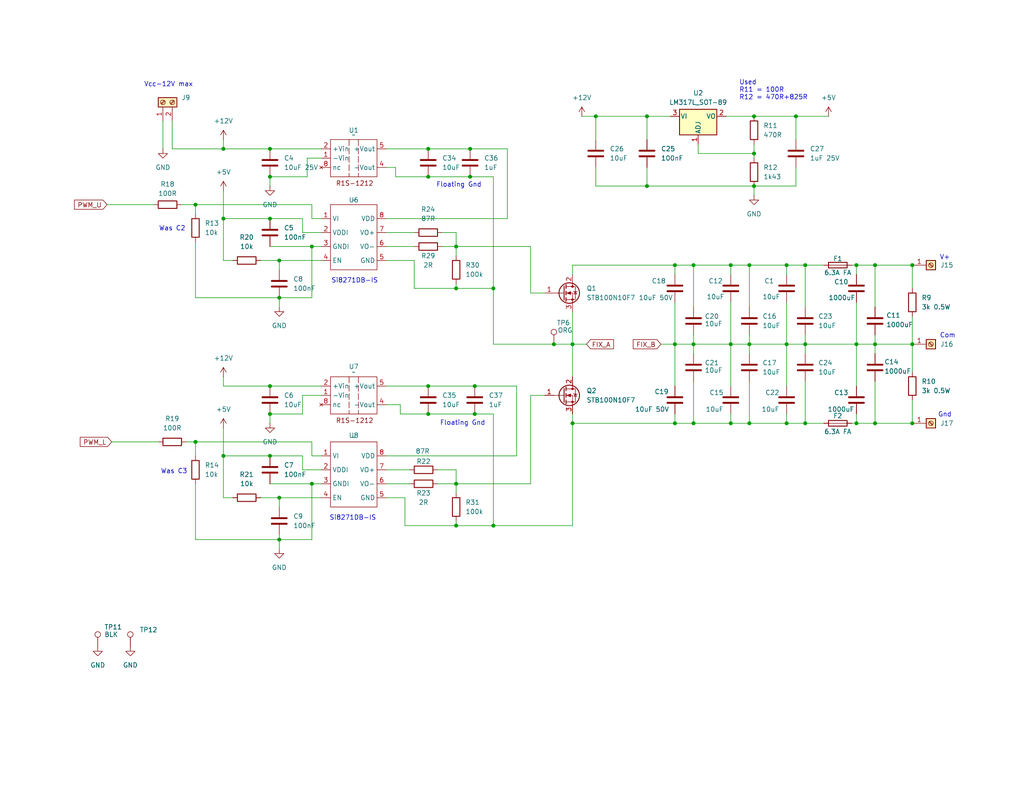
<source format=kicad_sch>
(kicad_sch
	(version 20250114)
	(generator "eeschema")
	(generator_version "9.0")
	(uuid "05561473-e957-4292-9c46-7a567c344875")
	(paper "USLetter")
	(title_block
		(title "Triple Pulse Core Tester")
		(date "2025-01-31")
		(rev "0")
	)
	(lib_symbols
		(symbol "Connector:Screw_Terminal_01x01"
			(pin_names
				(offset 1.016)
				(hide yes)
			)
			(exclude_from_sim no)
			(in_bom yes)
			(on_board yes)
			(property "Reference" "J"
				(at 0 2.54 0)
				(effects
					(font
						(size 1.27 1.27)
					)
				)
			)
			(property "Value" "Screw_Terminal_01x01"
				(at 0 -2.54 0)
				(effects
					(font
						(size 1.27 1.27)
					)
				)
			)
			(property "Footprint" ""
				(at 0 0 0)
				(effects
					(font
						(size 1.27 1.27)
					)
					(hide yes)
				)
			)
			(property "Datasheet" "~"
				(at 0 0 0)
				(effects
					(font
						(size 1.27 1.27)
					)
					(hide yes)
				)
			)
			(property "Description" "Generic screw terminal, single row, 01x01, script generated (kicad-library-utils/schlib/autogen/connector/)"
				(at 0 0 0)
				(effects
					(font
						(size 1.27 1.27)
					)
					(hide yes)
				)
			)
			(property "ki_keywords" "screw terminal"
				(at 0 0 0)
				(effects
					(font
						(size 1.27 1.27)
					)
					(hide yes)
				)
			)
			(property "ki_fp_filters" "TerminalBlock*:*"
				(at 0 0 0)
				(effects
					(font
						(size 1.27 1.27)
					)
					(hide yes)
				)
			)
			(symbol "Screw_Terminal_01x01_1_1"
				(rectangle
					(start -1.27 1.27)
					(end 1.27 -1.27)
					(stroke
						(width 0.254)
						(type default)
					)
					(fill
						(type background)
					)
				)
				(polyline
					(pts
						(xy -0.5334 0.3302) (xy 0.3302 -0.508)
					)
					(stroke
						(width 0.1524)
						(type default)
					)
					(fill
						(type none)
					)
				)
				(polyline
					(pts
						(xy -0.3556 0.508) (xy 0.508 -0.3302)
					)
					(stroke
						(width 0.1524)
						(type default)
					)
					(fill
						(type none)
					)
				)
				(circle
					(center 0 0)
					(radius 0.635)
					(stroke
						(width 0.1524)
						(type default)
					)
					(fill
						(type none)
					)
				)
				(pin passive line
					(at -5.08 0 0)
					(length 3.81)
					(name "Pin_1"
						(effects
							(font
								(size 1.27 1.27)
							)
						)
					)
					(number "1"
						(effects
							(font
								(size 1.27 1.27)
							)
						)
					)
				)
			)
			(embedded_fonts no)
		)
		(symbol "Connector:Screw_Terminal_01x02"
			(pin_names
				(offset 1.016)
				(hide yes)
			)
			(exclude_from_sim no)
			(in_bom yes)
			(on_board yes)
			(property "Reference" "J"
				(at 0 2.54 0)
				(effects
					(font
						(size 1.27 1.27)
					)
				)
			)
			(property "Value" "Screw_Terminal_01x02"
				(at 0 -5.08 0)
				(effects
					(font
						(size 1.27 1.27)
					)
				)
			)
			(property "Footprint" ""
				(at 0 0 0)
				(effects
					(font
						(size 1.27 1.27)
					)
					(hide yes)
				)
			)
			(property "Datasheet" "~"
				(at 0 0 0)
				(effects
					(font
						(size 1.27 1.27)
					)
					(hide yes)
				)
			)
			(property "Description" "Generic screw terminal, single row, 01x02, script generated (kicad-library-utils/schlib/autogen/connector/)"
				(at 0 0 0)
				(effects
					(font
						(size 1.27 1.27)
					)
					(hide yes)
				)
			)
			(property "ki_keywords" "screw terminal"
				(at 0 0 0)
				(effects
					(font
						(size 1.27 1.27)
					)
					(hide yes)
				)
			)
			(property "ki_fp_filters" "TerminalBlock*:*"
				(at 0 0 0)
				(effects
					(font
						(size 1.27 1.27)
					)
					(hide yes)
				)
			)
			(symbol "Screw_Terminal_01x02_1_1"
				(rectangle
					(start -1.27 1.27)
					(end 1.27 -3.81)
					(stroke
						(width 0.254)
						(type default)
					)
					(fill
						(type background)
					)
				)
				(polyline
					(pts
						(xy -0.5334 0.3302) (xy 0.3302 -0.508)
					)
					(stroke
						(width 0.1524)
						(type default)
					)
					(fill
						(type none)
					)
				)
				(polyline
					(pts
						(xy -0.5334 -2.2098) (xy 0.3302 -3.048)
					)
					(stroke
						(width 0.1524)
						(type default)
					)
					(fill
						(type none)
					)
				)
				(polyline
					(pts
						(xy -0.3556 0.508) (xy 0.508 -0.3302)
					)
					(stroke
						(width 0.1524)
						(type default)
					)
					(fill
						(type none)
					)
				)
				(polyline
					(pts
						(xy -0.3556 -2.032) (xy 0.508 -2.8702)
					)
					(stroke
						(width 0.1524)
						(type default)
					)
					(fill
						(type none)
					)
				)
				(circle
					(center 0 0)
					(radius 0.635)
					(stroke
						(width 0.1524)
						(type default)
					)
					(fill
						(type none)
					)
				)
				(circle
					(center 0 -2.54)
					(radius 0.635)
					(stroke
						(width 0.1524)
						(type default)
					)
					(fill
						(type none)
					)
				)
				(pin passive line
					(at -5.08 0 0)
					(length 3.81)
					(name "Pin_1"
						(effects
							(font
								(size 1.27 1.27)
							)
						)
					)
					(number "1"
						(effects
							(font
								(size 1.27 1.27)
							)
						)
					)
				)
				(pin passive line
					(at -5.08 -2.54 0)
					(length 3.81)
					(name "Pin_2"
						(effects
							(font
								(size 1.27 1.27)
							)
						)
					)
					(number "2"
						(effects
							(font
								(size 1.27 1.27)
							)
						)
					)
				)
			)
			(embedded_fonts no)
		)
		(symbol "Connector:TestPoint"
			(pin_numbers
				(hide yes)
			)
			(pin_names
				(offset 0.762)
				(hide yes)
			)
			(exclude_from_sim no)
			(in_bom yes)
			(on_board yes)
			(property "Reference" "TP"
				(at 0 6.858 0)
				(effects
					(font
						(size 1.27 1.27)
					)
				)
			)
			(property "Value" "TestPoint"
				(at 0 5.08 0)
				(effects
					(font
						(size 1.27 1.27)
					)
				)
			)
			(property "Footprint" ""
				(at 5.08 0 0)
				(effects
					(font
						(size 1.27 1.27)
					)
					(hide yes)
				)
			)
			(property "Datasheet" "~"
				(at 5.08 0 0)
				(effects
					(font
						(size 1.27 1.27)
					)
					(hide yes)
				)
			)
			(property "Description" "test point"
				(at 0 0 0)
				(effects
					(font
						(size 1.27 1.27)
					)
					(hide yes)
				)
			)
			(property "ki_keywords" "test point tp"
				(at 0 0 0)
				(effects
					(font
						(size 1.27 1.27)
					)
					(hide yes)
				)
			)
			(property "ki_fp_filters" "Pin* Test*"
				(at 0 0 0)
				(effects
					(font
						(size 1.27 1.27)
					)
					(hide yes)
				)
			)
			(symbol "TestPoint_0_1"
				(circle
					(center 0 3.302)
					(radius 0.762)
					(stroke
						(width 0)
						(type default)
					)
					(fill
						(type none)
					)
				)
			)
			(symbol "TestPoint_1_1"
				(pin passive line
					(at 0 0 90)
					(length 2.54)
					(name "1"
						(effects
							(font
								(size 1.27 1.27)
							)
						)
					)
					(number "1"
						(effects
							(font
								(size 1.27 1.27)
							)
						)
					)
				)
			)
			(embedded_fonts no)
		)
		(symbol "Device:C"
			(pin_numbers
				(hide yes)
			)
			(pin_names
				(offset 0.254)
			)
			(exclude_from_sim no)
			(in_bom yes)
			(on_board yes)
			(property "Reference" "C"
				(at 0.635 2.54 0)
				(effects
					(font
						(size 1.27 1.27)
					)
					(justify left)
				)
			)
			(property "Value" "C"
				(at 0.635 -2.54 0)
				(effects
					(font
						(size 1.27 1.27)
					)
					(justify left)
				)
			)
			(property "Footprint" ""
				(at 0.9652 -3.81 0)
				(effects
					(font
						(size 1.27 1.27)
					)
					(hide yes)
				)
			)
			(property "Datasheet" "~"
				(at 0 0 0)
				(effects
					(font
						(size 1.27 1.27)
					)
					(hide yes)
				)
			)
			(property "Description" "Unpolarized capacitor"
				(at 0 0 0)
				(effects
					(font
						(size 1.27 1.27)
					)
					(hide yes)
				)
			)
			(property "ki_keywords" "cap capacitor"
				(at 0 0 0)
				(effects
					(font
						(size 1.27 1.27)
					)
					(hide yes)
				)
			)
			(property "ki_fp_filters" "C_*"
				(at 0 0 0)
				(effects
					(font
						(size 1.27 1.27)
					)
					(hide yes)
				)
			)
			(symbol "C_0_1"
				(polyline
					(pts
						(xy -2.032 0.762) (xy 2.032 0.762)
					)
					(stroke
						(width 0.508)
						(type default)
					)
					(fill
						(type none)
					)
				)
				(polyline
					(pts
						(xy -2.032 -0.762) (xy 2.032 -0.762)
					)
					(stroke
						(width 0.508)
						(type default)
					)
					(fill
						(type none)
					)
				)
			)
			(symbol "C_1_1"
				(pin passive line
					(at 0 3.81 270)
					(length 2.794)
					(name "~"
						(effects
							(font
								(size 1.27 1.27)
							)
						)
					)
					(number "1"
						(effects
							(font
								(size 1.27 1.27)
							)
						)
					)
				)
				(pin passive line
					(at 0 -3.81 90)
					(length 2.794)
					(name "~"
						(effects
							(font
								(size 1.27 1.27)
							)
						)
					)
					(number "2"
						(effects
							(font
								(size 1.27 1.27)
							)
						)
					)
				)
			)
			(embedded_fonts no)
		)
		(symbol "Device:Fuse"
			(pin_numbers
				(hide yes)
			)
			(pin_names
				(offset 0)
			)
			(exclude_from_sim no)
			(in_bom yes)
			(on_board yes)
			(property "Reference" "F"
				(at 2.032 0 90)
				(effects
					(font
						(size 1.27 1.27)
					)
				)
			)
			(property "Value" "Fuse"
				(at -1.905 0 90)
				(effects
					(font
						(size 1.27 1.27)
					)
				)
			)
			(property "Footprint" ""
				(at -1.778 0 90)
				(effects
					(font
						(size 1.27 1.27)
					)
					(hide yes)
				)
			)
			(property "Datasheet" "~"
				(at 0 0 0)
				(effects
					(font
						(size 1.27 1.27)
					)
					(hide yes)
				)
			)
			(property "Description" "Fuse"
				(at 0 0 0)
				(effects
					(font
						(size 1.27 1.27)
					)
					(hide yes)
				)
			)
			(property "ki_keywords" "fuse"
				(at 0 0 0)
				(effects
					(font
						(size 1.27 1.27)
					)
					(hide yes)
				)
			)
			(property "ki_fp_filters" "*Fuse*"
				(at 0 0 0)
				(effects
					(font
						(size 1.27 1.27)
					)
					(hide yes)
				)
			)
			(symbol "Fuse_0_1"
				(rectangle
					(start -0.762 -2.54)
					(end 0.762 2.54)
					(stroke
						(width 0.254)
						(type default)
					)
					(fill
						(type none)
					)
				)
				(polyline
					(pts
						(xy 0 2.54) (xy 0 -2.54)
					)
					(stroke
						(width 0)
						(type default)
					)
					(fill
						(type none)
					)
				)
			)
			(symbol "Fuse_1_1"
				(pin passive line
					(at 0 3.81 270)
					(length 1.27)
					(name "~"
						(effects
							(font
								(size 1.27 1.27)
							)
						)
					)
					(number "1"
						(effects
							(font
								(size 1.27 1.27)
							)
						)
					)
				)
				(pin passive line
					(at 0 -3.81 90)
					(length 1.27)
					(name "~"
						(effects
							(font
								(size 1.27 1.27)
							)
						)
					)
					(number "2"
						(effects
							(font
								(size 1.27 1.27)
							)
						)
					)
				)
			)
			(embedded_fonts no)
		)
		(symbol "Device:R"
			(pin_numbers
				(hide yes)
			)
			(pin_names
				(offset 0)
			)
			(exclude_from_sim no)
			(in_bom yes)
			(on_board yes)
			(property "Reference" "R"
				(at 2.032 0 90)
				(effects
					(font
						(size 1.27 1.27)
					)
				)
			)
			(property "Value" "R"
				(at 0 0 90)
				(effects
					(font
						(size 1.27 1.27)
					)
				)
			)
			(property "Footprint" ""
				(at -1.778 0 90)
				(effects
					(font
						(size 1.27 1.27)
					)
					(hide yes)
				)
			)
			(property "Datasheet" "~"
				(at 0 0 0)
				(effects
					(font
						(size 1.27 1.27)
					)
					(hide yes)
				)
			)
			(property "Description" "Resistor"
				(at 0 0 0)
				(effects
					(font
						(size 1.27 1.27)
					)
					(hide yes)
				)
			)
			(property "ki_keywords" "R res resistor"
				(at 0 0 0)
				(effects
					(font
						(size 1.27 1.27)
					)
					(hide yes)
				)
			)
			(property "ki_fp_filters" "R_*"
				(at 0 0 0)
				(effects
					(font
						(size 1.27 1.27)
					)
					(hide yes)
				)
			)
			(symbol "R_0_1"
				(rectangle
					(start -1.016 -2.54)
					(end 1.016 2.54)
					(stroke
						(width 0.254)
						(type default)
					)
					(fill
						(type none)
					)
				)
			)
			(symbol "R_1_1"
				(pin passive line
					(at 0 3.81 270)
					(length 1.27)
					(name "~"
						(effects
							(font
								(size 1.27 1.27)
							)
						)
					)
					(number "1"
						(effects
							(font
								(size 1.27 1.27)
							)
						)
					)
				)
				(pin passive line
					(at 0 -3.81 90)
					(length 1.27)
					(name "~"
						(effects
							(font
								(size 1.27 1.27)
							)
						)
					)
					(number "2"
						(effects
							(font
								(size 1.27 1.27)
							)
						)
					)
				)
			)
			(embedded_fonts no)
		)
		(symbol "GS_Library:R1S-1212"
			(exclude_from_sim no)
			(in_bom yes)
			(on_board yes)
			(property "Reference" "U"
				(at 0 6.858 0)
				(effects
					(font
						(size 1.27 1.27)
					)
				)
			)
			(property "Value" ""
				(at 0 0 0)
				(effects
					(font
						(size 1.27 1.27)
					)
				)
			)
			(property "Footprint" ""
				(at 0 0 0)
				(effects
					(font
						(size 1.27 1.27)
					)
					(hide yes)
				)
			)
			(property "Datasheet" ""
				(at 0 0 0)
				(effects
					(font
						(size 1.27 1.27)
					)
					(hide yes)
				)
			)
			(property "Description" ""
				(at 0 0 0)
				(effects
					(font
						(size 1.27 1.27)
					)
					(hide yes)
				)
			)
			(symbol "R1S-1212_0_1"
				(rectangle
					(start -6.35 5.08)
					(end 6.35 -5.08)
					(stroke
						(width 0)
						(type default)
					)
					(fill
						(type none)
					)
				)
			)
			(symbol "R1S-1212_1_1"
				(polyline
					(pts
						(xy -1.27 5.08) (xy -1.27 -5.08)
					)
					(stroke
						(width 0)
						(type dash)
					)
					(fill
						(type none)
					)
				)
				(polyline
					(pts
						(xy 1.27 5.08) (xy 1.27 -5.08)
					)
					(stroke
						(width 0)
						(type dash)
					)
					(fill
						(type none)
					)
				)
				(text "R1S-1212"
					(at 0.254 -6.858 0)
					(effects
						(font
							(size 1.27 1.27)
						)
					)
				)
				(pin power_in line
					(at -8.89 2.54 0)
					(length 2.54)
					(name "+Vin"
						(effects
							(font
								(size 1.27 1.27)
							)
						)
					)
					(number "2"
						(effects
							(font
								(size 1.27 1.27)
							)
						)
					)
				)
				(pin power_in line
					(at -8.89 0 0)
					(length 2.54)
					(name "-Vin"
						(effects
							(font
								(size 1.27 1.27)
							)
						)
					)
					(number "1"
						(effects
							(font
								(size 1.27 1.27)
							)
						)
					)
				)
				(pin no_connect line
					(at -8.89 -2.54 0)
					(length 2.54)
					(name "nc"
						(effects
							(font
								(size 1.27 1.27)
							)
						)
					)
					(number "8"
						(effects
							(font
								(size 1.27 1.27)
							)
						)
					)
				)
				(pin power_out line
					(at 8.89 2.54 180)
					(length 2.54)
					(name "+Vout"
						(effects
							(font
								(size 1.27 1.27)
							)
						)
					)
					(number "5"
						(effects
							(font
								(size 1.27 1.27)
							)
						)
					)
				)
				(pin power_out line
					(at 8.89 -2.54 180)
					(length 2.54)
					(name "-Vout"
						(effects
							(font
								(size 1.27 1.27)
							)
						)
					)
					(number "4"
						(effects
							(font
								(size 1.27 1.27)
							)
						)
					)
				)
			)
			(embedded_fonts no)
		)
		(symbol "GS_Library:Si8271DB"
			(exclude_from_sim no)
			(in_bom yes)
			(on_board yes)
			(property "Reference" "U"
				(at -1.27 10.414 0)
				(effects
					(font
						(size 1.27 1.27)
					)
				)
			)
			(property "Value" ""
				(at 1.27 -1.27 0)
				(effects
					(font
						(size 1.27 1.27)
					)
				)
			)
			(property "Footprint" ""
				(at 1.27 -1.27 0)
				(effects
					(font
						(size 1.27 1.27)
					)
					(hide yes)
				)
			)
			(property "Datasheet" ""
				(at 1.27 -1.27 0)
				(effects
					(font
						(size 1.27 1.27)
					)
					(hide yes)
				)
			)
			(property "Description" ""
				(at 1.27 -1.27 0)
				(effects
					(font
						(size 1.27 1.27)
					)
					(hide yes)
				)
			)
			(symbol "Si8271DB_0_1"
				(rectangle
					(start -6.35 8.89)
					(end 6.35 -8.89)
					(stroke
						(width 0)
						(type default)
					)
					(fill
						(type none)
					)
				)
			)
			(symbol "Si8271DB_1_1"
				(pin input line
					(at -8.89 5.08 0)
					(length 2.54)
					(name "VI"
						(effects
							(font
								(size 1.27 1.27)
							)
						)
					)
					(number "1"
						(effects
							(font
								(size 1.27 1.27)
							)
						)
					)
				)
				(pin power_in line
					(at -8.89 1.27 0)
					(length 2.54)
					(name "VDDI"
						(effects
							(font
								(size 1.27 1.27)
							)
						)
					)
					(number "2"
						(effects
							(font
								(size 1.27 1.27)
							)
						)
					)
				)
				(pin power_in line
					(at -8.89 -2.54 0)
					(length 2.54)
					(name "GNDI"
						(effects
							(font
								(size 1.27 1.27)
							)
						)
					)
					(number "3"
						(effects
							(font
								(size 1.27 1.27)
							)
						)
					)
				)
				(pin input line
					(at -8.89 -6.35 0)
					(length 2.54)
					(name "EN"
						(effects
							(font
								(size 1.27 1.27)
							)
						)
					)
					(number "4"
						(effects
							(font
								(size 1.27 1.27)
							)
						)
					)
				)
				(pin power_in line
					(at 8.89 5.08 180)
					(length 2.54)
					(name "VDD"
						(effects
							(font
								(size 1.27 1.27)
							)
						)
					)
					(number "8"
						(effects
							(font
								(size 1.27 1.27)
							)
						)
					)
				)
				(pin output line
					(at 8.89 1.27 180)
					(length 2.54)
					(name "VO+"
						(effects
							(font
								(size 1.27 1.27)
							)
						)
					)
					(number "7"
						(effects
							(font
								(size 1.27 1.27)
							)
						)
					)
				)
				(pin output line
					(at 8.89 -2.54 180)
					(length 2.54)
					(name "VO-"
						(effects
							(font
								(size 1.27 1.27)
							)
						)
					)
					(number "6"
						(effects
							(font
								(size 1.27 1.27)
							)
						)
					)
				)
				(pin power_in line
					(at 8.89 -6.35 180)
					(length 2.54)
					(name "GND"
						(effects
							(font
								(size 1.27 1.27)
							)
						)
					)
					(number "5"
						(effects
							(font
								(size 1.27 1.27)
							)
						)
					)
				)
			)
			(embedded_fonts no)
		)
		(symbol "Regulator_Linear:LM317L_SOT-89"
			(pin_names
				(offset 0.254)
			)
			(exclude_from_sim no)
			(in_bom yes)
			(on_board yes)
			(property "Reference" "U"
				(at -3.81 3.175 0)
				(effects
					(font
						(size 1.27 1.27)
					)
				)
			)
			(property "Value" "LM317L_SOT-89"
				(at 0 3.175 0)
				(effects
					(font
						(size 1.27 1.27)
					)
					(justify left)
				)
			)
			(property "Footprint" "Package_TO_SOT_SMD:SOT-89-3"
				(at 0 6.35 0)
				(effects
					(font
						(size 1.27 1.27)
						(italic yes)
					)
					(hide yes)
				)
			)
			(property "Datasheet" "http://www.ti.com/lit/ds/symlink/lm317l.pdf"
				(at 0 0 0)
				(effects
					(font
						(size 1.27 1.27)
					)
					(hide yes)
				)
			)
			(property "Description" "100mA 35V Adjustable Linear Regulator, SOT-89"
				(at 0 0 0)
				(effects
					(font
						(size 1.27 1.27)
					)
					(hide yes)
				)
			)
			(property "ki_keywords" "Adjustable Voltage Regulator 1A Positive"
				(at 0 0 0)
				(effects
					(font
						(size 1.27 1.27)
					)
					(hide yes)
				)
			)
			(property "ki_fp_filters" "SOT?89*"
				(at 0 0 0)
				(effects
					(font
						(size 1.27 1.27)
					)
					(hide yes)
				)
			)
			(symbol "LM317L_SOT-89_0_1"
				(rectangle
					(start -5.08 1.905)
					(end 5.08 -5.08)
					(stroke
						(width 0.254)
						(type default)
					)
					(fill
						(type background)
					)
				)
			)
			(symbol "LM317L_SOT-89_1_1"
				(pin power_in line
					(at -7.62 0 0)
					(length 2.54)
					(name "VI"
						(effects
							(font
								(size 1.27 1.27)
							)
						)
					)
					(number "3"
						(effects
							(font
								(size 1.27 1.27)
							)
						)
					)
				)
				(pin input line
					(at 0 -7.62 90)
					(length 2.54)
					(name "ADJ"
						(effects
							(font
								(size 1.27 1.27)
							)
						)
					)
					(number "1"
						(effects
							(font
								(size 1.27 1.27)
							)
						)
					)
				)
				(pin power_out line
					(at 7.62 0 180)
					(length 2.54)
					(name "VO"
						(effects
							(font
								(size 1.27 1.27)
							)
						)
					)
					(number "2"
						(effects
							(font
								(size 1.27 1.27)
							)
						)
					)
				)
			)
			(embedded_fonts no)
		)
		(symbol "Transistor_FET:STB40N60M2"
			(pin_names
				(hide yes)
			)
			(exclude_from_sim no)
			(in_bom yes)
			(on_board yes)
			(property "Reference" "Q"
				(at 5.08 1.905 0)
				(effects
					(font
						(size 1.27 1.27)
					)
					(justify left)
				)
			)
			(property "Value" "STB40N60M2"
				(at 5.08 0 0)
				(effects
					(font
						(size 1.27 1.27)
					)
					(justify left)
				)
			)
			(property "Footprint" "Package_TO_SOT_SMD:TO-263-2"
				(at 5.08 -1.905 0)
				(effects
					(font
						(size 1.27 1.27)
						(italic yes)
					)
					(justify left)
					(hide yes)
				)
			)
			(property "Datasheet" "https://www.st.com/resource/en/datasheet/stp40n60m2.pdf"
				(at 5.08 -3.81 0)
				(effects
					(font
						(size 1.27 1.27)
					)
					(justify left)
					(hide yes)
				)
			)
			(property "Description" "34A Id, 600V Vds, N-Channel MDmesh M2 MOSFET, 78mOhm Ron, D2PAK"
				(at 0 0 0)
				(effects
					(font
						(size 1.27 1.27)
					)
					(hide yes)
				)
			)
			(property "ki_keywords" "N-Channel MOSFET"
				(at 0 0 0)
				(effects
					(font
						(size 1.27 1.27)
					)
					(hide yes)
				)
			)
			(property "ki_fp_filters" "TO?263*"
				(at 0 0 0)
				(effects
					(font
						(size 1.27 1.27)
					)
					(hide yes)
				)
			)
			(symbol "STB40N60M2_0_1"
				(polyline
					(pts
						(xy 0.254 1.905) (xy 0.254 -1.905)
					)
					(stroke
						(width 0.254)
						(type default)
					)
					(fill
						(type none)
					)
				)
				(polyline
					(pts
						(xy 0.254 0) (xy -2.54 0)
					)
					(stroke
						(width 0)
						(type default)
					)
					(fill
						(type none)
					)
				)
				(polyline
					(pts
						(xy 0.762 2.286) (xy 0.762 1.27)
					)
					(stroke
						(width 0.254)
						(type default)
					)
					(fill
						(type none)
					)
				)
				(polyline
					(pts
						(xy 0.762 0.508) (xy 0.762 -0.508)
					)
					(stroke
						(width 0.254)
						(type default)
					)
					(fill
						(type none)
					)
				)
				(polyline
					(pts
						(xy 0.762 -1.27) (xy 0.762 -2.286)
					)
					(stroke
						(width 0.254)
						(type default)
					)
					(fill
						(type none)
					)
				)
				(polyline
					(pts
						(xy 0.762 -1.778) (xy 3.302 -1.778) (xy 3.302 1.778) (xy 0.762 1.778)
					)
					(stroke
						(width 0)
						(type default)
					)
					(fill
						(type none)
					)
				)
				(polyline
					(pts
						(xy 1.016 0) (xy 2.032 0.381) (xy 2.032 -0.381) (xy 1.016 0)
					)
					(stroke
						(width 0)
						(type default)
					)
					(fill
						(type outline)
					)
				)
				(circle
					(center 1.651 0)
					(radius 2.794)
					(stroke
						(width 0.254)
						(type default)
					)
					(fill
						(type none)
					)
				)
				(polyline
					(pts
						(xy 2.54 2.54) (xy 2.54 1.778)
					)
					(stroke
						(width 0)
						(type default)
					)
					(fill
						(type none)
					)
				)
				(circle
					(center 2.54 1.778)
					(radius 0.254)
					(stroke
						(width 0)
						(type default)
					)
					(fill
						(type outline)
					)
				)
				(circle
					(center 2.54 -1.778)
					(radius 0.254)
					(stroke
						(width 0)
						(type default)
					)
					(fill
						(type outline)
					)
				)
				(polyline
					(pts
						(xy 2.54 -2.54) (xy 2.54 0) (xy 0.762 0)
					)
					(stroke
						(width 0)
						(type default)
					)
					(fill
						(type none)
					)
				)
				(polyline
					(pts
						(xy 2.794 0.508) (xy 2.921 0.381) (xy 3.683 0.381) (xy 3.81 0.254)
					)
					(stroke
						(width 0)
						(type default)
					)
					(fill
						(type none)
					)
				)
				(polyline
					(pts
						(xy 3.302 0.381) (xy 2.921 -0.254) (xy 3.683 -0.254) (xy 3.302 0.381)
					)
					(stroke
						(width 0)
						(type default)
					)
					(fill
						(type none)
					)
				)
			)
			(symbol "STB40N60M2_1_1"
				(pin passive line
					(at -5.08 0 0)
					(length 2.54)
					(name "G"
						(effects
							(font
								(size 1.27 1.27)
							)
						)
					)
					(number "1"
						(effects
							(font
								(size 1.27 1.27)
							)
						)
					)
				)
				(pin passive line
					(at 2.54 5.08 270)
					(length 2.54)
					(name "D"
						(effects
							(font
								(size 1.27 1.27)
							)
						)
					)
					(number "2"
						(effects
							(font
								(size 1.27 1.27)
							)
						)
					)
				)
				(pin passive line
					(at 2.54 -5.08 90)
					(length 2.54)
					(name "S"
						(effects
							(font
								(size 1.27 1.27)
							)
						)
					)
					(number "3"
						(effects
							(font
								(size 1.27 1.27)
							)
						)
					)
				)
			)
			(embedded_fonts no)
		)
		(symbol "power:+12V"
			(power)
			(pin_numbers
				(hide yes)
			)
			(pin_names
				(offset 0)
				(hide yes)
			)
			(exclude_from_sim no)
			(in_bom yes)
			(on_board yes)
			(property "Reference" "#PWR"
				(at 0 -3.81 0)
				(effects
					(font
						(size 1.27 1.27)
					)
					(hide yes)
				)
			)
			(property "Value" "+12V"
				(at 0 3.556 0)
				(effects
					(font
						(size 1.27 1.27)
					)
				)
			)
			(property "Footprint" ""
				(at 0 0 0)
				(effects
					(font
						(size 1.27 1.27)
					)
					(hide yes)
				)
			)
			(property "Datasheet" ""
				(at 0 0 0)
				(effects
					(font
						(size 1.27 1.27)
					)
					(hide yes)
				)
			)
			(property "Description" "Power symbol creates a global label with name \"+12V\""
				(at 0 0 0)
				(effects
					(font
						(size 1.27 1.27)
					)
					(hide yes)
				)
			)
			(property "ki_keywords" "global power"
				(at 0 0 0)
				(effects
					(font
						(size 1.27 1.27)
					)
					(hide yes)
				)
			)
			(symbol "+12V_0_1"
				(polyline
					(pts
						(xy -0.762 1.27) (xy 0 2.54)
					)
					(stroke
						(width 0)
						(type default)
					)
					(fill
						(type none)
					)
				)
				(polyline
					(pts
						(xy 0 2.54) (xy 0.762 1.27)
					)
					(stroke
						(width 0)
						(type default)
					)
					(fill
						(type none)
					)
				)
				(polyline
					(pts
						(xy 0 0) (xy 0 2.54)
					)
					(stroke
						(width 0)
						(type default)
					)
					(fill
						(type none)
					)
				)
			)
			(symbol "+12V_1_1"
				(pin power_in line
					(at 0 0 90)
					(length 0)
					(name "~"
						(effects
							(font
								(size 1.27 1.27)
							)
						)
					)
					(number "1"
						(effects
							(font
								(size 1.27 1.27)
							)
						)
					)
				)
			)
			(embedded_fonts no)
		)
		(symbol "power:+5V"
			(power)
			(pin_numbers
				(hide yes)
			)
			(pin_names
				(offset 0)
				(hide yes)
			)
			(exclude_from_sim no)
			(in_bom yes)
			(on_board yes)
			(property "Reference" "#PWR"
				(at 0 -3.81 0)
				(effects
					(font
						(size 1.27 1.27)
					)
					(hide yes)
				)
			)
			(property "Value" "+5V"
				(at 0 3.556 0)
				(effects
					(font
						(size 1.27 1.27)
					)
				)
			)
			(property "Footprint" ""
				(at 0 0 0)
				(effects
					(font
						(size 1.27 1.27)
					)
					(hide yes)
				)
			)
			(property "Datasheet" ""
				(at 0 0 0)
				(effects
					(font
						(size 1.27 1.27)
					)
					(hide yes)
				)
			)
			(property "Description" "Power symbol creates a global label with name \"+5V\""
				(at 0 0 0)
				(effects
					(font
						(size 1.27 1.27)
					)
					(hide yes)
				)
			)
			(property "ki_keywords" "global power"
				(at 0 0 0)
				(effects
					(font
						(size 1.27 1.27)
					)
					(hide yes)
				)
			)
			(symbol "+5V_0_1"
				(polyline
					(pts
						(xy -0.762 1.27) (xy 0 2.54)
					)
					(stroke
						(width 0)
						(type default)
					)
					(fill
						(type none)
					)
				)
				(polyline
					(pts
						(xy 0 2.54) (xy 0.762 1.27)
					)
					(stroke
						(width 0)
						(type default)
					)
					(fill
						(type none)
					)
				)
				(polyline
					(pts
						(xy 0 0) (xy 0 2.54)
					)
					(stroke
						(width 0)
						(type default)
					)
					(fill
						(type none)
					)
				)
			)
			(symbol "+5V_1_1"
				(pin power_in line
					(at 0 0 90)
					(length 0)
					(name "~"
						(effects
							(font
								(size 1.27 1.27)
							)
						)
					)
					(number "1"
						(effects
							(font
								(size 1.27 1.27)
							)
						)
					)
				)
			)
			(embedded_fonts no)
		)
		(symbol "power:GND"
			(power)
			(pin_numbers
				(hide yes)
			)
			(pin_names
				(offset 0)
				(hide yes)
			)
			(exclude_from_sim no)
			(in_bom yes)
			(on_board yes)
			(property "Reference" "#PWR"
				(at 0 -6.35 0)
				(effects
					(font
						(size 1.27 1.27)
					)
					(hide yes)
				)
			)
			(property "Value" "GND"
				(at 0 -3.81 0)
				(effects
					(font
						(size 1.27 1.27)
					)
				)
			)
			(property "Footprint" ""
				(at 0 0 0)
				(effects
					(font
						(size 1.27 1.27)
					)
					(hide yes)
				)
			)
			(property "Datasheet" ""
				(at 0 0 0)
				(effects
					(font
						(size 1.27 1.27)
					)
					(hide yes)
				)
			)
			(property "Description" "Power symbol creates a global label with name \"GND\" , ground"
				(at 0 0 0)
				(effects
					(font
						(size 1.27 1.27)
					)
					(hide yes)
				)
			)
			(property "ki_keywords" "global power"
				(at 0 0 0)
				(effects
					(font
						(size 1.27 1.27)
					)
					(hide yes)
				)
			)
			(symbol "GND_0_1"
				(polyline
					(pts
						(xy 0 0) (xy 0 -1.27) (xy 1.27 -1.27) (xy 0 -2.54) (xy -1.27 -1.27) (xy 0 -1.27)
					)
					(stroke
						(width 0)
						(type default)
					)
					(fill
						(type none)
					)
				)
			)
			(symbol "GND_1_1"
				(pin power_in line
					(at 0 0 270)
					(length 0)
					(name "~"
						(effects
							(font
								(size 1.27 1.27)
							)
						)
					)
					(number "1"
						(effects
							(font
								(size 1.27 1.27)
							)
						)
					)
				)
			)
			(embedded_fonts no)
		)
	)
	(text "Was C3"
		(exclude_from_sim no)
		(at 47.498 128.778 0)
		(effects
			(font
				(size 1.27 1.27)
			)
		)
		(uuid "1b44b88f-e6fa-4f77-bbaa-7bc790b78482")
	)
	(text "Si8271DB-IS"
		(exclude_from_sim no)
		(at 96.774 76.708 0)
		(effects
			(font
				(size 1.27 1.27)
			)
		)
		(uuid "3df60195-58bb-46a3-bacf-346bde7df6a3")
	)
	(text "Was C2"
		(exclude_from_sim no)
		(at 46.99 62.484 0)
		(effects
			(font
				(size 1.27 1.27)
			)
		)
		(uuid "40fb9cad-2b38-4230-aa02-fbaccafcc2db")
	)
	(text "Si8271DB-IS"
		(exclude_from_sim no)
		(at 96.266 141.478 0)
		(effects
			(font
				(size 1.27 1.27)
			)
		)
		(uuid "4fbf29ec-f3a8-40fa-b304-3cb2597dcd95")
	)
	(text "Vcc-12V max"
		(exclude_from_sim no)
		(at 45.974 23.114 0)
		(effects
			(font
				(size 1.27 1.27)
			)
		)
		(uuid "7dc786dd-a88f-41da-aca6-ef4766daa8fa")
	)
	(text "Floating Gnd"
		(exclude_from_sim no)
		(at 126.238 115.57 0)
		(effects
			(font
				(size 1.27 1.27)
			)
		)
		(uuid "aa4a086c-57fe-4798-acf6-be602a3c19bb")
	)
	(text "V+"
		(exclude_from_sim no)
		(at 257.81 70.358 0)
		(effects
			(font
				(size 1.27 1.27)
			)
		)
		(uuid "ae011e7f-8c91-47af-98c5-67fa1ac934cb")
	)
	(text "Used\nR11 = 100R\nR12 = 470R+825R"
		(exclude_from_sim no)
		(at 201.676 24.638 0)
		(effects
			(font
				(size 1.27 1.27)
			)
			(justify left)
		)
		(uuid "d5cc6bae-ee67-41cd-b1bd-52674dfbf23d")
	)
	(text "Floating Gnd"
		(exclude_from_sim no)
		(at 125.222 50.546 0)
		(effects
			(font
				(size 1.27 1.27)
			)
		)
		(uuid "dc54f0fc-1fec-42f8-a208-792b70310d90")
	)
	(text "Gnd"
		(exclude_from_sim no)
		(at 257.81 113.284 0)
		(effects
			(font
				(size 1.27 1.27)
			)
		)
		(uuid "f719d5db-7af7-40ce-819f-893e0b286430")
	)
	(text "Com"
		(exclude_from_sim no)
		(at 258.572 91.694 0)
		(effects
			(font
				(size 1.27 1.27)
			)
		)
		(uuid "fa98a653-f460-4a75-ac56-b20db09f1622")
	)
	(junction
		(at 73.66 48.26)
		(diameter 0)
		(color 0 0 0 0)
		(uuid "02b90ed9-404f-4d9b-8a32-94c4983077b5")
	)
	(junction
		(at 60.96 59.69)
		(diameter 0)
		(color 0 0 0 0)
		(uuid "0cf5cbac-6132-4575-ac68-20856469ee4b")
	)
	(junction
		(at 76.2 135.89)
		(diameter 0)
		(color 0 0 0 0)
		(uuid "15adb43d-539d-4ca0-af40-226459f11529")
	)
	(junction
		(at 199.39 72.39)
		(diameter 0)
		(color 0 0 0 0)
		(uuid "16009002-d54e-4f63-a52c-306b0c5f4ace")
	)
	(junction
		(at 176.53 50.8)
		(diameter 0)
		(color 0 0 0 0)
		(uuid "165a4d11-230a-40eb-8b62-ba84d48de4ae")
	)
	(junction
		(at 128.27 40.64)
		(diameter 0)
		(color 0 0 0 0)
		(uuid "1bb43db4-8187-4e4d-af6e-c081006e888c")
	)
	(junction
		(at 189.23 93.98)
		(diameter 0)
		(color 0 0 0 0)
		(uuid "1c717d85-d15b-4dcf-884c-1e0062d84dbb")
	)
	(junction
		(at 129.54 113.03)
		(diameter 0)
		(color 0 0 0 0)
		(uuid "1f6a8257-d5a0-41b3-8f85-987f2dae3c5f")
	)
	(junction
		(at 73.66 113.03)
		(diameter 0)
		(color 0 0 0 0)
		(uuid "27510866-2880-41d0-98b7-44fb14887297")
	)
	(junction
		(at 176.53 31.75)
		(diameter 0)
		(color 0 0 0 0)
		(uuid "2c5da9c7-bdd8-4ed6-b8a4-87bb0b8b3f95")
	)
	(junction
		(at 189.23 72.39)
		(diameter 0)
		(color 0 0 0 0)
		(uuid "34af4bcd-e661-4604-9c34-f717699b1b87")
	)
	(junction
		(at 151.13 93.98)
		(diameter 0)
		(color 0 0 0 0)
		(uuid "371eaac2-3e11-4cf8-af17-3fb879f69458")
	)
	(junction
		(at 233.68 93.98)
		(diameter 0)
		(color 0 0 0 0)
		(uuid "3be9081b-8d50-44d6-828f-d515b72297e1")
	)
	(junction
		(at 124.46 132.08)
		(diameter 0)
		(color 0 0 0 0)
		(uuid "3c30afda-e71d-46e7-a4a5-1b948f9bf13a")
	)
	(junction
		(at 184.15 93.98)
		(diameter 0)
		(color 0 0 0 0)
		(uuid "3d9ab278-9c9c-44c8-8a93-77a23c1993cb")
	)
	(junction
		(at 124.46 67.31)
		(diameter 0)
		(color 0 0 0 0)
		(uuid "41bf1b5a-5338-4b35-8cd2-b587d6e729a4")
	)
	(junction
		(at 128.27 48.26)
		(diameter 0)
		(color 0 0 0 0)
		(uuid "4270b9a4-05f0-4aaf-94eb-ef9f8c5ef1d6")
	)
	(junction
		(at 73.66 59.69)
		(diameter 0)
		(color 0 0 0 0)
		(uuid "43f424f0-82bd-42c7-a141-ccb3b84b7d4b")
	)
	(junction
		(at 134.62 143.51)
		(diameter 0)
		(color 0 0 0 0)
		(uuid "4a57501e-300a-4ab8-8e9b-9634f3ba14cb")
	)
	(junction
		(at 156.21 93.98)
		(diameter 0)
		(color 0 0 0 0)
		(uuid "4d5bfc4c-2b91-4d59-b27b-e7f31e240704")
	)
	(junction
		(at 238.76 72.39)
		(diameter 0)
		(color 0 0 0 0)
		(uuid "5530b29d-94df-41ce-912f-151ec0380964")
	)
	(junction
		(at 248.92 93.98)
		(diameter 0)
		(color 0 0 0 0)
		(uuid "6a38d08f-a242-42da-bafb-e37ed712e198")
	)
	(junction
		(at 214.63 115.57)
		(diameter 0)
		(color 0 0 0 0)
		(uuid "6b7734aa-26e7-461e-9c51-7479d404295e")
	)
	(junction
		(at 233.68 115.57)
		(diameter 0)
		(color 0 0 0 0)
		(uuid "6e6d954f-c80c-4f4b-bc34-3d90f0b2bca0")
	)
	(junction
		(at 199.39 93.98)
		(diameter 0)
		(color 0 0 0 0)
		(uuid "7397f1cf-e291-4f8a-9f3c-13ac6e2b9bf3")
	)
	(junction
		(at 73.66 40.64)
		(diameter 0)
		(color 0 0 0 0)
		(uuid "7744fa9d-cdf8-44f5-83e2-0aa35a759e9a")
	)
	(junction
		(at 219.71 115.57)
		(diameter 0)
		(color 0 0 0 0)
		(uuid "77e8aba2-6bfb-406a-bb58-1fb84368ac68")
	)
	(junction
		(at 53.34 55.88)
		(diameter 0)
		(color 0 0 0 0)
		(uuid "81a647ca-576f-4285-9572-a5edf0732b95")
	)
	(junction
		(at 129.54 105.41)
		(diameter 0)
		(color 0 0 0 0)
		(uuid "8312019f-68e3-4a47-8996-793e8b38f042")
	)
	(junction
		(at 73.66 124.46)
		(diameter 0)
		(color 0 0 0 0)
		(uuid "8367bc42-058d-4e79-8037-97739ad245c8")
	)
	(junction
		(at 205.74 50.8)
		(diameter 0)
		(color 0 0 0 0)
		(uuid "87946b3b-59ed-43de-b18c-ae63497d6c65")
	)
	(junction
		(at 204.47 115.57)
		(diameter 0)
		(color 0 0 0 0)
		(uuid "8dc60e25-56b8-43e8-8cbd-93e2710ed2a5")
	)
	(junction
		(at 205.74 31.75)
		(diameter 0)
		(color 0 0 0 0)
		(uuid "8f466375-504f-4f53-81ee-4509146d217f")
	)
	(junction
		(at 199.39 115.57)
		(diameter 0)
		(color 0 0 0 0)
		(uuid "98bb2b91-5b9b-4861-beb7-82980d35afaa")
	)
	(junction
		(at 76.2 147.32)
		(diameter 0)
		(color 0 0 0 0)
		(uuid "9f5c0ee8-ee83-4d1f-8e5e-1aa6f8b17316")
	)
	(junction
		(at 85.09 67.31)
		(diameter 0)
		(color 0 0 0 0)
		(uuid "a22e3589-1f43-4beb-9e19-805cf8d20753")
	)
	(junction
		(at 248.92 72.39)
		(diameter 0)
		(color 0 0 0 0)
		(uuid "a4c79566-80af-4373-816b-0beaa34692f9")
	)
	(junction
		(at 53.34 120.65)
		(diameter 0)
		(color 0 0 0 0)
		(uuid "a710ab77-fba2-4e47-a55d-b9727a6c0d5f")
	)
	(junction
		(at 184.15 72.39)
		(diameter 0)
		(color 0 0 0 0)
		(uuid "ae0c09d1-d226-48b4-b65b-b8655207717d")
	)
	(junction
		(at 219.71 93.98)
		(diameter 0)
		(color 0 0 0 0)
		(uuid "ae0fb8b1-3694-484c-baad-041720ed7b19")
	)
	(junction
		(at 124.46 143.51)
		(diameter 0)
		(color 0 0 0 0)
		(uuid "b0066dbf-4550-4157-85b0-267ec2863471")
	)
	(junction
		(at 214.63 72.39)
		(diameter 0)
		(color 0 0 0 0)
		(uuid "b1359772-e7f3-40e2-b2dd-df6e6f7f8eb4")
	)
	(junction
		(at 134.62 78.74)
		(diameter 0)
		(color 0 0 0 0)
		(uuid "b6d18611-70c3-4ff3-9066-7585f8e74013")
	)
	(junction
		(at 76.2 71.12)
		(diameter 0)
		(color 0 0 0 0)
		(uuid "b7caaa27-d76a-43df-a923-fdcd884dacdf")
	)
	(junction
		(at 85.09 132.08)
		(diameter 0)
		(color 0 0 0 0)
		(uuid "bf048429-101a-4bb8-a78c-99949ca5e0b6")
	)
	(junction
		(at 238.76 115.57)
		(diameter 0)
		(color 0 0 0 0)
		(uuid "c19732cd-65c7-4606-9b4f-48894fa8690c")
	)
	(junction
		(at 60.96 124.46)
		(diameter 0)
		(color 0 0 0 0)
		(uuid "c474f4b6-70c6-4747-b9d7-9cfe350fc99c")
	)
	(junction
		(at 162.56 31.75)
		(diameter 0)
		(color 0 0 0 0)
		(uuid "c5b0718c-64d1-4eca-9e4f-4c0f4a60790c")
	)
	(junction
		(at 184.15 115.57)
		(diameter 0)
		(color 0 0 0 0)
		(uuid "c6175dae-d73d-4371-864e-ec046d892077")
	)
	(junction
		(at 205.74 41.91)
		(diameter 0)
		(color 0 0 0 0)
		(uuid "c6cb3ece-654c-4382-82b3-c31c0e6a9936")
	)
	(junction
		(at 76.2 81.28)
		(diameter 0)
		(color 0 0 0 0)
		(uuid "cab7b933-6e98-40e0-9808-c6a06fa9eb5b")
	)
	(junction
		(at 189.23 115.57)
		(diameter 0)
		(color 0 0 0 0)
		(uuid "cc78a766-224f-493a-a511-73490d282424")
	)
	(junction
		(at 156.21 115.57)
		(diameter 0)
		(color 0 0 0 0)
		(uuid "d25a7f0d-cacc-442c-94d3-697e2875d6b6")
	)
	(junction
		(at 116.84 40.64)
		(diameter 0)
		(color 0 0 0 0)
		(uuid "d3a9ce23-62e6-4393-9239-9dc1fed96935")
	)
	(junction
		(at 238.76 93.98)
		(diameter 0)
		(color 0 0 0 0)
		(uuid "d51577c1-48cc-49f1-8c43-565b89413679")
	)
	(junction
		(at 217.17 31.75)
		(diameter 0)
		(color 0 0 0 0)
		(uuid "dbe37c5d-2643-48f4-a69c-cb45c5f1a726")
	)
	(junction
		(at 214.63 93.98)
		(diameter 0)
		(color 0 0 0 0)
		(uuid "dc028dc3-54f0-4cd2-a86f-219823472866")
	)
	(junction
		(at 248.92 115.57)
		(diameter 0)
		(color 0 0 0 0)
		(uuid "e311333c-693d-4875-a6f4-71bd5ae2f9d2")
	)
	(junction
		(at 233.68 72.39)
		(diameter 0)
		(color 0 0 0 0)
		(uuid "e992ba68-c408-48dd-be37-e46e4debca7c")
	)
	(junction
		(at 116.84 105.41)
		(diameter 0)
		(color 0 0 0 0)
		(uuid "eaf214a1-a294-4c9d-8ced-067c7facc424")
	)
	(junction
		(at 60.96 40.64)
		(diameter 0)
		(color 0 0 0 0)
		(uuid "ebcbf50f-051c-4348-8838-1c4128bd1a22")
	)
	(junction
		(at 204.47 72.39)
		(diameter 0)
		(color 0 0 0 0)
		(uuid "ec7a31d2-0dc9-4f11-8bf5-f67d1dc5aeb3")
	)
	(junction
		(at 116.84 48.26)
		(diameter 0)
		(color 0 0 0 0)
		(uuid "f29138c6-9bf0-446e-b49f-eac787ce8200")
	)
	(junction
		(at 73.66 105.41)
		(diameter 0)
		(color 0 0 0 0)
		(uuid "f526fc20-6805-438f-8158-14ba28e4d000")
	)
	(junction
		(at 124.46 78.74)
		(diameter 0)
		(color 0 0 0 0)
		(uuid "f8d1e854-c4e7-4c2b-9cd7-9766eb498d8b")
	)
	(junction
		(at 116.84 113.03)
		(diameter 0)
		(color 0 0 0 0)
		(uuid "f9646612-189a-483a-9518-4c2676a8eccd")
	)
	(junction
		(at 204.47 93.98)
		(diameter 0)
		(color 0 0 0 0)
		(uuid "f966b58f-23da-4d70-8510-2ae13ea8463f")
	)
	(junction
		(at 219.71 72.39)
		(diameter 0)
		(color 0 0 0 0)
		(uuid "fbb17a45-6b37-40f4-ba87-cf67f75832bd")
	)
	(no_connect
		(at 271.78 226.06)
		(uuid "1d741a2e-57cf-44ed-b44b-2b0902b64182")
	)
	(wire
		(pts
			(xy 238.76 93.98) (xy 238.76 96.52)
		)
		(stroke
			(width 0)
			(type default)
		)
		(uuid "014de456-6def-47a1-bf81-44997925e92d")
	)
	(wire
		(pts
			(xy 73.66 124.46) (xy 82.55 124.46)
		)
		(stroke
			(width 0)
			(type default)
		)
		(uuid "029a8cd9-9d8b-4948-9769-0ea31a598323")
	)
	(wire
		(pts
			(xy 85.09 81.28) (xy 85.09 67.31)
		)
		(stroke
			(width 0)
			(type default)
		)
		(uuid "03516373-d60d-4859-b9a4-d135b2d55884")
	)
	(wire
		(pts
			(xy 156.21 143.51) (xy 156.21 115.57)
		)
		(stroke
			(width 0)
			(type default)
		)
		(uuid "043e8c1a-0880-40e1-8b4c-6df190663522")
	)
	(wire
		(pts
			(xy 232.41 72.39) (xy 233.68 72.39)
		)
		(stroke
			(width 0)
			(type default)
		)
		(uuid "04e01a0e-8860-4d2f-9807-0681b8b7cd98")
	)
	(wire
		(pts
			(xy 134.62 78.74) (xy 134.62 93.98)
		)
		(stroke
			(width 0)
			(type default)
		)
		(uuid "0638e2e3-bd5b-4e43-9f46-06edc6c539c9")
	)
	(wire
		(pts
			(xy 248.92 93.98) (xy 248.92 101.6)
		)
		(stroke
			(width 0)
			(type default)
		)
		(uuid "067a1b35-8298-4cdb-9616-ee4b9d403592")
	)
	(wire
		(pts
			(xy 204.47 104.14) (xy 204.47 115.57)
		)
		(stroke
			(width 0)
			(type default)
		)
		(uuid "073f948f-6e2b-4644-92e2-12fade409be4")
	)
	(wire
		(pts
			(xy 144.78 67.31) (xy 144.78 80.01)
		)
		(stroke
			(width 0)
			(type default)
		)
		(uuid "07e1d64e-5047-4b44-8f1e-6a6b2d60c054")
	)
	(wire
		(pts
			(xy 233.68 115.57) (xy 238.76 115.57)
		)
		(stroke
			(width 0)
			(type default)
		)
		(uuid "0b285271-e069-41ab-8c00-fd8c37ac3f7c")
	)
	(wire
		(pts
			(xy 205.74 50.8) (xy 205.74 53.34)
		)
		(stroke
			(width 0)
			(type default)
		)
		(uuid "0bd28461-07e3-4375-b23a-41cc2d015a2a")
	)
	(wire
		(pts
			(xy 214.63 93.98) (xy 214.63 105.41)
		)
		(stroke
			(width 0)
			(type default)
		)
		(uuid "0c75a8d0-8cb3-4b64-a61f-611b6793c50f")
	)
	(wire
		(pts
			(xy 113.03 78.74) (xy 124.46 78.74)
		)
		(stroke
			(width 0)
			(type default)
		)
		(uuid "0cd8a437-1470-45f5-bf5c-cbfee19193ac")
	)
	(wire
		(pts
			(xy 190.5 41.91) (xy 205.74 41.91)
		)
		(stroke
			(width 0)
			(type default)
		)
		(uuid "0de0d445-9b2f-44a0-9fd7-d2789ccdcd52")
	)
	(wire
		(pts
			(xy 60.96 38.1) (xy 60.96 40.64)
		)
		(stroke
			(width 0)
			(type default)
		)
		(uuid "0ee1b23b-083d-4395-99ab-5f1cda6e7220")
	)
	(wire
		(pts
			(xy 85.09 59.69) (xy 85.09 55.88)
		)
		(stroke
			(width 0)
			(type default)
		)
		(uuid "0f3a7b44-e73e-4c04-95cb-d99830433b5a")
	)
	(wire
		(pts
			(xy 105.41 40.64) (xy 116.84 40.64)
		)
		(stroke
			(width 0)
			(type default)
		)
		(uuid "1324991f-c9c0-437c-ab68-facb250f1a6e")
	)
	(wire
		(pts
			(xy 87.63 59.69) (xy 85.09 59.69)
		)
		(stroke
			(width 0)
			(type default)
		)
		(uuid "15210f6d-55e4-40ec-bd2e-482f015628a0")
	)
	(wire
		(pts
			(xy 107.95 48.26) (xy 116.84 48.26)
		)
		(stroke
			(width 0)
			(type default)
		)
		(uuid "159fbb65-98f7-42a6-b8b7-f09046291f07")
	)
	(wire
		(pts
			(xy 110.49 143.51) (xy 124.46 143.51)
		)
		(stroke
			(width 0)
			(type default)
		)
		(uuid "185e1141-b8a3-4788-a33f-c7a615004fb3")
	)
	(wire
		(pts
			(xy 105.41 45.72) (xy 107.95 45.72)
		)
		(stroke
			(width 0)
			(type default)
		)
		(uuid "188bd43b-506e-4de9-845c-bf70b821ff1b")
	)
	(wire
		(pts
			(xy 176.53 50.8) (xy 205.74 50.8)
		)
		(stroke
			(width 0)
			(type default)
		)
		(uuid "18a896c3-b96e-4c49-bcd2-796058e22246")
	)
	(wire
		(pts
			(xy 162.56 31.75) (xy 162.56 38.1)
		)
		(stroke
			(width 0)
			(type default)
		)
		(uuid "195f8b74-ecad-47cb-9bed-bd1c7d62c5cb")
	)
	(wire
		(pts
			(xy 105.41 71.12) (xy 113.03 71.12)
		)
		(stroke
			(width 0)
			(type default)
		)
		(uuid "1a21313f-0a26-42ef-b3ec-8d102ed3189b")
	)
	(wire
		(pts
			(xy 128.27 48.26) (xy 134.62 48.26)
		)
		(stroke
			(width 0)
			(type default)
		)
		(uuid "1a6a2a9b-29e6-498d-bb5d-308fa083b0d8")
	)
	(wire
		(pts
			(xy 176.53 45.72) (xy 176.53 50.8)
		)
		(stroke
			(width 0)
			(type default)
		)
		(uuid "1b1427fd-def6-4ccd-83d2-8e63720735dc")
	)
	(wire
		(pts
			(xy 73.66 59.69) (xy 60.96 59.69)
		)
		(stroke
			(width 0)
			(type default)
		)
		(uuid "1bbdee99-bf01-46f9-b99d-d43634e9d9ef")
	)
	(wire
		(pts
			(xy 138.43 40.64) (xy 138.43 59.69)
		)
		(stroke
			(width 0)
			(type default)
		)
		(uuid "1c86c6a7-9151-42f1-9bd7-2f89cdb16553")
	)
	(wire
		(pts
			(xy 219.71 91.44) (xy 219.71 93.98)
		)
		(stroke
			(width 0)
			(type default)
		)
		(uuid "1d23015c-41e7-4378-af1e-31b48f52767f")
	)
	(wire
		(pts
			(xy 105.41 105.41) (xy 116.84 105.41)
		)
		(stroke
			(width 0)
			(type default)
		)
		(uuid "22763d5b-dc29-4176-b2dc-bd025f40ed0a")
	)
	(wire
		(pts
			(xy 129.54 113.03) (xy 134.62 113.03)
		)
		(stroke
			(width 0)
			(type default)
		)
		(uuid "24ba812b-5939-484b-b80c-738a33b801c6")
	)
	(wire
		(pts
			(xy 60.96 135.89) (xy 63.5 135.89)
		)
		(stroke
			(width 0)
			(type default)
		)
		(uuid "269bc038-2baf-4f8f-8ba7-4f4575e23107")
	)
	(wire
		(pts
			(xy 180.34 93.98) (xy 184.15 93.98)
		)
		(stroke
			(width 0)
			(type default)
		)
		(uuid "270a3344-df35-4778-bf53-e7f15da694ed")
	)
	(wire
		(pts
			(xy 60.96 116.84) (xy 60.96 124.46)
		)
		(stroke
			(width 0)
			(type default)
		)
		(uuid "2756e9dd-21de-43c9-998c-d399fd061b2b")
	)
	(wire
		(pts
			(xy 85.09 132.08) (xy 85.09 147.32)
		)
		(stroke
			(width 0)
			(type default)
		)
		(uuid "276c0cdd-3bb5-484c-8363-4cdf55713688")
	)
	(wire
		(pts
			(xy 60.96 124.46) (xy 60.96 135.89)
		)
		(stroke
			(width 0)
			(type default)
		)
		(uuid "2802cc37-82c5-4960-b7e3-34e421305f71")
	)
	(wire
		(pts
			(xy 248.92 86.36) (xy 248.92 93.98)
		)
		(stroke
			(width 0)
			(type default)
		)
		(uuid "280fe12a-5922-4a56-bc75-1c195d4bc6af")
	)
	(wire
		(pts
			(xy 134.62 143.51) (xy 156.21 143.51)
		)
		(stroke
			(width 0)
			(type default)
		)
		(uuid "28320b2d-c0e0-4595-b825-36d74c2ff58d")
	)
	(wire
		(pts
			(xy 199.39 82.55) (xy 199.39 93.98)
		)
		(stroke
			(width 0)
			(type default)
		)
		(uuid "28556287-66cb-42e4-8e5b-8fb67fc6422c")
	)
	(wire
		(pts
			(xy 189.23 91.44) (xy 189.23 93.98)
		)
		(stroke
			(width 0)
			(type default)
		)
		(uuid "28a8f5e5-d4dc-450b-bc70-9b79f7996a5b")
	)
	(wire
		(pts
			(xy 184.15 72.39) (xy 189.23 72.39)
		)
		(stroke
			(width 0)
			(type default)
		)
		(uuid "290e05a1-0d4a-46d9-8c3f-24b6b64565cf")
	)
	(wire
		(pts
			(xy 105.41 128.27) (xy 111.76 128.27)
		)
		(stroke
			(width 0)
			(type default)
		)
		(uuid "297f0443-d8e0-454d-bd29-178cd9541600")
	)
	(wire
		(pts
			(xy 30.48 120.65) (xy 43.18 120.65)
		)
		(stroke
			(width 0)
			(type default)
		)
		(uuid "2b363a0d-98a6-4ded-8351-0576b06232fe")
	)
	(wire
		(pts
			(xy 162.56 31.75) (xy 176.53 31.75)
		)
		(stroke
			(width 0)
			(type default)
		)
		(uuid "2ce348d6-6175-49fb-a162-fc27cbee9cb2")
	)
	(wire
		(pts
			(xy 107.95 45.72) (xy 107.95 48.26)
		)
		(stroke
			(width 0)
			(type default)
		)
		(uuid "2cf554e9-cc32-4c64-b3ef-e98038943a64")
	)
	(wire
		(pts
			(xy 184.15 115.57) (xy 189.23 115.57)
		)
		(stroke
			(width 0)
			(type default)
		)
		(uuid "3058c662-f45f-4a21-8a8f-a5693f3aea1b")
	)
	(wire
		(pts
			(xy 162.56 50.8) (xy 176.53 50.8)
		)
		(stroke
			(width 0)
			(type default)
		)
		(uuid "30e3942b-b5e2-4725-91b1-0b0a9e01d362")
	)
	(wire
		(pts
			(xy 109.22 113.03) (xy 116.84 113.03)
		)
		(stroke
			(width 0)
			(type default)
		)
		(uuid "31b3a60d-d37c-423a-8fe7-8e0ecb8362b5")
	)
	(wire
		(pts
			(xy 217.17 31.75) (xy 226.06 31.75)
		)
		(stroke
			(width 0)
			(type default)
		)
		(uuid "325901a0-e2fc-453e-90e7-3b086f2d836c")
	)
	(wire
		(pts
			(xy 184.15 93.98) (xy 184.15 105.41)
		)
		(stroke
			(width 0)
			(type default)
		)
		(uuid "3424ef48-62c1-44cb-9de5-734ff8729f0a")
	)
	(wire
		(pts
			(xy 116.84 40.64) (xy 128.27 40.64)
		)
		(stroke
			(width 0)
			(type default)
		)
		(uuid "34c64aa4-8451-4f35-987e-4b28e6d74484")
	)
	(wire
		(pts
			(xy 156.21 115.57) (xy 184.15 115.57)
		)
		(stroke
			(width 0)
			(type default)
		)
		(uuid "3634de99-e9d9-4e71-974c-ed56590f6f27")
	)
	(wire
		(pts
			(xy 219.71 72.39) (xy 219.71 83.82)
		)
		(stroke
			(width 0)
			(type default)
		)
		(uuid "3637a3a1-54e8-4b29-85a6-878d3b03d250")
	)
	(wire
		(pts
			(xy 73.66 59.69) (xy 82.55 59.69)
		)
		(stroke
			(width 0)
			(type default)
		)
		(uuid "36a887e9-bfae-4884-82bc-884e24d9b2a7")
	)
	(wire
		(pts
			(xy 60.96 52.07) (xy 60.96 59.69)
		)
		(stroke
			(width 0)
			(type default)
		)
		(uuid "376c59e8-3cf7-4666-85c4-9492b89dcefe")
	)
	(wire
		(pts
			(xy 87.63 124.46) (xy 85.09 124.46)
		)
		(stroke
			(width 0)
			(type default)
		)
		(uuid "37701450-a20c-4e41-a39e-0a8f2ee397ac")
	)
	(wire
		(pts
			(xy 82.55 124.46) (xy 82.55 128.27)
		)
		(stroke
			(width 0)
			(type default)
		)
		(uuid "37f5b220-0af1-4b3d-84f0-2c20de862525")
	)
	(wire
		(pts
			(xy 73.66 132.08) (xy 85.09 132.08)
		)
		(stroke
			(width 0)
			(type default)
		)
		(uuid "38483be8-bf70-48c1-b94e-03a6cc763cbf")
	)
	(wire
		(pts
			(xy 76.2 135.89) (xy 87.63 135.89)
		)
		(stroke
			(width 0)
			(type default)
		)
		(uuid "3a580c09-9d6f-4c67-a5f3-03cc28938df2")
	)
	(wire
		(pts
			(xy 116.84 113.03) (xy 129.54 113.03)
		)
		(stroke
			(width 0)
			(type default)
		)
		(uuid "3d3d0728-c5df-4867-98c8-28b6f4992527")
	)
	(wire
		(pts
			(xy 248.92 72.39) (xy 248.92 78.74)
		)
		(stroke
			(width 0)
			(type default)
		)
		(uuid "3e11a70a-563d-4e91-9ba0-970d834c53c5")
	)
	(wire
		(pts
			(xy 204.47 72.39) (xy 204.47 83.82)
		)
		(stroke
			(width 0)
			(type default)
		)
		(uuid "3f95bc9e-ca68-4085-a348-b0f93d1dd52b")
	)
	(wire
		(pts
			(xy 156.21 72.39) (xy 184.15 72.39)
		)
		(stroke
			(width 0)
			(type default)
		)
		(uuid "402fef3f-bccc-44af-a103-cd9ba3fced8e")
	)
	(wire
		(pts
			(xy 53.34 66.04) (xy 53.34 81.28)
		)
		(stroke
			(width 0)
			(type default)
		)
		(uuid "42ad4e3e-1164-448c-ab7a-cd1201be6f26")
	)
	(wire
		(pts
			(xy 144.78 80.01) (xy 148.59 80.01)
		)
		(stroke
			(width 0)
			(type default)
		)
		(uuid "432b80bd-077a-4f4b-a60a-a55aab3900de")
	)
	(wire
		(pts
			(xy 73.66 40.64) (xy 87.63 40.64)
		)
		(stroke
			(width 0)
			(type default)
		)
		(uuid "438cf301-de46-4bde-b601-fd52c78ca9dd")
	)
	(wire
		(pts
			(xy 60.96 102.87) (xy 60.96 105.41)
		)
		(stroke
			(width 0)
			(type default)
		)
		(uuid "453450ac-22cd-48a8-8b26-a61a12eba476")
	)
	(wire
		(pts
			(xy 214.63 113.03) (xy 214.63 115.57)
		)
		(stroke
			(width 0)
			(type default)
		)
		(uuid "45728357-dd6f-43bb-b9d7-46f9254767c7")
	)
	(wire
		(pts
			(xy 124.46 132.08) (xy 144.78 132.08)
		)
		(stroke
			(width 0)
			(type default)
		)
		(uuid "4897cfe2-c4a8-4d44-88f6-cb89da282c34")
	)
	(wire
		(pts
			(xy 184.15 93.98) (xy 189.23 93.98)
		)
		(stroke
			(width 0)
			(type default)
		)
		(uuid "4b5eb84f-5e77-4956-9319-d64e0b27e0fc")
	)
	(wire
		(pts
			(xy 233.68 72.39) (xy 238.76 72.39)
		)
		(stroke
			(width 0)
			(type default)
		)
		(uuid "4bd0f216-561a-405d-af21-a967bfcc8ecd")
	)
	(wire
		(pts
			(xy 205.74 39.37) (xy 205.74 41.91)
		)
		(stroke
			(width 0)
			(type default)
		)
		(uuid "4de3f208-d47f-4d42-a9e8-d1ff96633f8f")
	)
	(wire
		(pts
			(xy 219.71 93.98) (xy 233.68 93.98)
		)
		(stroke
			(width 0)
			(type default)
		)
		(uuid "4fb538a1-235f-4fcc-8b03-9c8bc3c2fa3b")
	)
	(wire
		(pts
			(xy 233.68 82.55) (xy 233.68 93.98)
		)
		(stroke
			(width 0)
			(type default)
		)
		(uuid "500187e3-f940-4ea2-aaed-1fffbe6ae040")
	)
	(wire
		(pts
			(xy 238.76 91.44) (xy 238.76 93.98)
		)
		(stroke
			(width 0)
			(type default)
		)
		(uuid "50641276-d885-441e-9c1a-1730f3066823")
	)
	(wire
		(pts
			(xy 82.55 107.95) (xy 82.55 113.03)
		)
		(stroke
			(width 0)
			(type default)
		)
		(uuid "519ca4b6-2167-4f53-b377-2ff484237d83")
	)
	(wire
		(pts
			(xy 124.46 63.5) (xy 124.46 67.31)
		)
		(stroke
			(width 0)
			(type default)
		)
		(uuid "51f0d815-7493-4724-8e2a-2f13675b6654")
	)
	(wire
		(pts
			(xy 189.23 115.57) (xy 199.39 115.57)
		)
		(stroke
			(width 0)
			(type default)
		)
		(uuid "549b86d9-7c4b-492e-ba8f-0d5101d9e8f7")
	)
	(wire
		(pts
			(xy 140.97 105.41) (xy 140.97 124.46)
		)
		(stroke
			(width 0)
			(type default)
		)
		(uuid "54d3e97b-9eac-4543-8b33-b051b731a206")
	)
	(wire
		(pts
			(xy 184.15 82.55) (xy 184.15 93.98)
		)
		(stroke
			(width 0)
			(type default)
		)
		(uuid "56d3aa46-395a-4df3-8d94-5282cf9621c9")
	)
	(wire
		(pts
			(xy 76.2 147.32) (xy 76.2 149.86)
		)
		(stroke
			(width 0)
			(type default)
		)
		(uuid "576cf948-3be1-4744-bb24-2be60bd32503")
	)
	(wire
		(pts
			(xy 50.8 120.65) (xy 53.34 120.65)
		)
		(stroke
			(width 0)
			(type default)
		)
		(uuid "59ab0fd4-38d8-4e0b-9675-080fe164fb2b")
	)
	(wire
		(pts
			(xy 156.21 85.09) (xy 156.21 93.98)
		)
		(stroke
			(width 0)
			(type default)
		)
		(uuid "5ad723d8-9843-4e28-8773-28113535b1d7")
	)
	(wire
		(pts
			(xy 189.23 72.39) (xy 189.23 83.82)
		)
		(stroke
			(width 0)
			(type default)
		)
		(uuid "5aeee659-4448-4865-b24a-22c2acad9258")
	)
	(wire
		(pts
			(xy 73.66 67.31) (xy 85.09 67.31)
		)
		(stroke
			(width 0)
			(type default)
		)
		(uuid "5af3b784-9622-46f4-89a3-c6f400b764b6")
	)
	(wire
		(pts
			(xy 134.62 93.98) (xy 151.13 93.98)
		)
		(stroke
			(width 0)
			(type default)
		)
		(uuid "5c8f30fa-c056-4cde-94d1-20bbba6e2f34")
	)
	(wire
		(pts
			(xy 73.66 113.03) (xy 73.66 115.57)
		)
		(stroke
			(width 0)
			(type default)
		)
		(uuid "5d3c6dc6-b542-497c-be53-9432fc1fe15a")
	)
	(wire
		(pts
			(xy 232.41 115.57) (xy 233.68 115.57)
		)
		(stroke
			(width 0)
			(type default)
		)
		(uuid "5de09c24-9e98-449a-8e39-9925c45b3204")
	)
	(wire
		(pts
			(xy 46.99 40.64) (xy 60.96 40.64)
		)
		(stroke
			(width 0)
			(type default)
		)
		(uuid "5f9900dd-0512-437c-bb95-2034d0595e74")
	)
	(wire
		(pts
			(xy 49.53 55.88) (xy 53.34 55.88)
		)
		(stroke
			(width 0)
			(type default)
		)
		(uuid "61d94fa9-0df9-4f0b-a696-9324ba511a03")
	)
	(wire
		(pts
			(xy 217.17 31.75) (xy 217.17 38.1)
		)
		(stroke
			(width 0)
			(type default)
		)
		(uuid "62bac666-315e-4943-993f-2713e90b824c")
	)
	(wire
		(pts
			(xy 76.2 147.32) (xy 85.09 147.32)
		)
		(stroke
			(width 0)
			(type default)
		)
		(uuid "63d614a6-3da0-48bb-811f-87d26e47365e")
	)
	(wire
		(pts
			(xy 214.63 82.55) (xy 214.63 93.98)
		)
		(stroke
			(width 0)
			(type default)
		)
		(uuid "65d083dd-8f10-435c-8eb6-6f4d7906f559")
	)
	(wire
		(pts
			(xy 162.56 45.72) (xy 162.56 50.8)
		)
		(stroke
			(width 0)
			(type default)
		)
		(uuid "6617f50f-2fcd-4d5c-a65e-394c6940f925")
	)
	(wire
		(pts
			(xy 82.55 107.95) (xy 87.63 107.95)
		)
		(stroke
			(width 0)
			(type default)
		)
		(uuid "67aaf153-b786-427b-83c3-78e12201c7ab")
	)
	(wire
		(pts
			(xy 87.63 132.08) (xy 85.09 132.08)
		)
		(stroke
			(width 0)
			(type default)
		)
		(uuid "67d70dc5-6629-47e8-9035-1cda020a75d5")
	)
	(wire
		(pts
			(xy 156.21 113.03) (xy 156.21 115.57)
		)
		(stroke
			(width 0)
			(type default)
		)
		(uuid "6872d426-52f7-4f13-bb9b-f65b827a6ad8")
	)
	(wire
		(pts
			(xy 176.53 31.75) (xy 176.53 38.1)
		)
		(stroke
			(width 0)
			(type default)
		)
		(uuid "68b67219-8ea6-4262-b435-706f2070f7fa")
	)
	(wire
		(pts
			(xy 73.66 105.41) (xy 87.63 105.41)
		)
		(stroke
			(width 0)
			(type default)
		)
		(uuid "6d811401-5710-4c79-9a86-6534cdd5ae30")
	)
	(wire
		(pts
			(xy 219.71 115.57) (xy 224.79 115.57)
		)
		(stroke
			(width 0)
			(type default)
		)
		(uuid "6eedf3eb-a75f-4faf-bbe7-dc43e2c74cbd")
	)
	(wire
		(pts
			(xy 238.76 104.14) (xy 238.76 115.57)
		)
		(stroke
			(width 0)
			(type default)
		)
		(uuid "6f3ea784-c8f7-4a4e-bd98-f5bfeca34f24")
	)
	(wire
		(pts
			(xy 151.13 93.98) (xy 156.21 93.98)
		)
		(stroke
			(width 0)
			(type default)
		)
		(uuid "6fd585e8-d020-461e-be6b-2dd506ac495a")
	)
	(wire
		(pts
			(xy 113.03 71.12) (xy 113.03 78.74)
		)
		(stroke
			(width 0)
			(type default)
		)
		(uuid "706db8de-6062-4d8b-b21f-e2f0dec2fccd")
	)
	(wire
		(pts
			(xy 138.43 59.69) (xy 105.41 59.69)
		)
		(stroke
			(width 0)
			(type default)
		)
		(uuid "71c1a4f0-6d13-4b26-b12e-622f958c58cf")
	)
	(wire
		(pts
			(xy 199.39 115.57) (xy 204.47 115.57)
		)
		(stroke
			(width 0)
			(type default)
		)
		(uuid "72cfea74-a956-4ae8-9b5e-f66d2b5742f1")
	)
	(wire
		(pts
			(xy 238.76 115.57) (xy 248.92 115.57)
		)
		(stroke
			(width 0)
			(type default)
		)
		(uuid "747e66fa-090c-40d6-804c-a89de786c3dc")
	)
	(wire
		(pts
			(xy 76.2 81.28) (xy 76.2 83.82)
		)
		(stroke
			(width 0)
			(type default)
		)
		(uuid "749a43ec-a9bd-4370-90af-5f9d29e8eaac")
	)
	(wire
		(pts
			(xy 124.46 77.47) (xy 124.46 78.74)
		)
		(stroke
			(width 0)
			(type default)
		)
		(uuid "77c2dbc1-1f4d-40cd-b7f1-76fbc0437712")
	)
	(wire
		(pts
			(xy 44.45 33.02) (xy 44.45 40.64)
		)
		(stroke
			(width 0)
			(type default)
		)
		(uuid "77f7d969-92d4-4c22-a975-0c3197b8e622")
	)
	(wire
		(pts
			(xy 73.66 48.26) (xy 73.66 50.8)
		)
		(stroke
			(width 0)
			(type default)
		)
		(uuid "785860b5-36c9-42e8-9e21-33e20e510a35")
	)
	(wire
		(pts
			(xy 128.27 40.64) (xy 138.43 40.64)
		)
		(stroke
			(width 0)
			(type default)
		)
		(uuid "7bc6ee58-0290-4a66-9221-3dc19f52833c")
	)
	(wire
		(pts
			(xy 189.23 93.98) (xy 189.23 96.52)
		)
		(stroke
			(width 0)
			(type default)
		)
		(uuid "7bde4c97-3fd6-45c4-8b2b-3ade51e00c20")
	)
	(wire
		(pts
			(xy 120.65 67.31) (xy 124.46 67.31)
		)
		(stroke
			(width 0)
			(type default)
		)
		(uuid "7f2f6811-5e1b-40e1-a75f-da85fb3fe431")
	)
	(wire
		(pts
			(xy 85.09 124.46) (xy 85.09 120.65)
		)
		(stroke
			(width 0)
			(type default)
		)
		(uuid "800e9a72-4d67-4102-b358-e9c43e51df7e")
	)
	(wire
		(pts
			(xy 60.96 105.41) (xy 73.66 105.41)
		)
		(stroke
			(width 0)
			(type default)
		)
		(uuid "806016c5-f19a-4ba5-8544-1fedae53a065")
	)
	(wire
		(pts
			(xy 60.96 40.64) (xy 73.66 40.64)
		)
		(stroke
			(width 0)
			(type default)
		)
		(uuid "81fcdb10-8642-4666-8e2b-46de590e2cef")
	)
	(wire
		(pts
			(xy 105.41 110.49) (xy 109.22 110.49)
		)
		(stroke
			(width 0)
			(type default)
		)
		(uuid "828b9f41-3e9c-446f-bc21-dd668669a15f")
	)
	(wire
		(pts
			(xy 233.68 93.98) (xy 238.76 93.98)
		)
		(stroke
			(width 0)
			(type default)
		)
		(uuid "8348ee09-2a7c-47f1-ad2e-4eedeaafd6ae")
	)
	(wire
		(pts
			(xy 238.76 72.39) (xy 238.76 83.82)
		)
		(stroke
			(width 0)
			(type default)
		)
		(uuid "8671adaa-f8f7-4657-ba8f-4aa6ee3a5174")
	)
	(wire
		(pts
			(xy 116.84 48.26) (xy 128.27 48.26)
		)
		(stroke
			(width 0)
			(type default)
		)
		(uuid "878d1c9d-3981-4da4-8b9b-cbcf2ae09524")
	)
	(wire
		(pts
			(xy 214.63 72.39) (xy 219.71 72.39)
		)
		(stroke
			(width 0)
			(type default)
		)
		(uuid "8835f50e-e759-4a33-ba70-c3d70960e5f7")
	)
	(wire
		(pts
			(xy 53.34 132.08) (xy 53.34 147.32)
		)
		(stroke
			(width 0)
			(type default)
		)
		(uuid "88462f4c-041b-4cdc-9c7f-cf415aec5ca4")
	)
	(wire
		(pts
			(xy 76.2 71.12) (xy 76.2 73.66)
		)
		(stroke
			(width 0)
			(type default)
		)
		(uuid "88942837-5038-4002-bfb6-c6f313d730a2")
	)
	(wire
		(pts
			(xy 124.46 67.31) (xy 144.78 67.31)
		)
		(stroke
			(width 0)
			(type default)
		)
		(uuid "8dff9f34-024f-4123-9e32-47e8ac713994")
	)
	(wire
		(pts
			(xy 82.55 128.27) (xy 87.63 128.27)
		)
		(stroke
			(width 0)
			(type default)
		)
		(uuid "8f7d7e96-31e6-4edb-9b85-a9e3a8caa2d3")
	)
	(wire
		(pts
			(xy 85.09 67.31) (xy 87.63 67.31)
		)
		(stroke
			(width 0)
			(type default)
		)
		(uuid "908a7cc5-8ca6-4549-acd6-e06bf2ad88f8")
	)
	(wire
		(pts
			(xy 82.55 63.5) (xy 87.63 63.5)
		)
		(stroke
			(width 0)
			(type default)
		)
		(uuid "91cb1783-62cf-4eb5-bc50-05a6d71d2512")
	)
	(wire
		(pts
			(xy 60.96 59.69) (xy 60.96 71.12)
		)
		(stroke
			(width 0)
			(type default)
		)
		(uuid "9412e0f9-e1c9-452d-8d8a-ec268979fb5e")
	)
	(wire
		(pts
			(xy 217.17 50.8) (xy 217.17 45.72)
		)
		(stroke
			(width 0)
			(type default)
		)
		(uuid "96bd696d-ebff-45fa-878a-37df39bfcd96")
	)
	(wire
		(pts
			(xy 238.76 72.39) (xy 248.92 72.39)
		)
		(stroke
			(width 0)
			(type default)
		)
		(uuid "9722ab8e-12ff-40bd-98d3-fd54bab6d626")
	)
	(wire
		(pts
			(xy 76.2 146.05) (xy 76.2 147.32)
		)
		(stroke
			(width 0)
			(type default)
		)
		(uuid "97bff2e3-1428-4940-9241-f68ff89f3d80")
	)
	(wire
		(pts
			(xy 124.46 78.74) (xy 134.62 78.74)
		)
		(stroke
			(width 0)
			(type default)
		)
		(uuid "9829adeb-72af-4c59-980c-02fee970a4fb")
	)
	(wire
		(pts
			(xy 184.15 113.03) (xy 184.15 115.57)
		)
		(stroke
			(width 0)
			(type default)
		)
		(uuid "9f466894-5fb8-47c4-aade-aeaed70a06a7")
	)
	(wire
		(pts
			(xy 156.21 93.98) (xy 160.02 93.98)
		)
		(stroke
			(width 0)
			(type default)
		)
		(uuid "9fdc83e3-5d75-4ded-808d-81b9b1983584")
	)
	(wire
		(pts
			(xy 46.99 33.02) (xy 46.99 40.64)
		)
		(stroke
			(width 0)
			(type default)
		)
		(uuid "a3226f41-aecf-419b-9504-9b6fc2fe4985")
	)
	(wire
		(pts
			(xy 76.2 135.89) (xy 76.2 138.43)
		)
		(stroke
			(width 0)
			(type default)
		)
		(uuid "a42ea0a0-3dd7-4db8-a2fa-fddbb3babd08")
	)
	(wire
		(pts
			(xy 219.71 72.39) (xy 224.79 72.39)
		)
		(stroke
			(width 0)
			(type default)
		)
		(uuid "a69eb4e8-31be-4664-9de5-d795d4d945af")
	)
	(wire
		(pts
			(xy 198.12 31.75) (xy 205.74 31.75)
		)
		(stroke
			(width 0)
			(type default)
		)
		(uuid "a72c0806-4799-45b8-b5a3-d1f5f3c70d2c")
	)
	(wire
		(pts
			(xy 205.74 50.8) (xy 217.17 50.8)
		)
		(stroke
			(width 0)
			(type default)
		)
		(uuid "a739131a-35ea-4043-b4a7-8f51ee387322")
	)
	(wire
		(pts
			(xy 204.47 91.44) (xy 204.47 93.98)
		)
		(stroke
			(width 0)
			(type default)
		)
		(uuid "a7c2bb36-ca77-4378-8137-cfa1601ab8ef")
	)
	(wire
		(pts
			(xy 156.21 93.98) (xy 156.21 102.87)
		)
		(stroke
			(width 0)
			(type default)
		)
		(uuid "a8c484f1-4712-40d1-8de2-7dfef66ffd46")
	)
	(wire
		(pts
			(xy 219.71 104.14) (xy 219.71 115.57)
		)
		(stroke
			(width 0)
			(type default)
		)
		(uuid "a95b73ec-8223-4842-b992-63e49ed76c76")
	)
	(wire
		(pts
			(xy 204.47 115.57) (xy 214.63 115.57)
		)
		(stroke
			(width 0)
			(type default)
		)
		(uuid "aa2fcb0e-a751-4198-9f71-5ab03dc453e4")
	)
	(wire
		(pts
			(xy 214.63 115.57) (xy 219.71 115.57)
		)
		(stroke
			(width 0)
			(type default)
		)
		(uuid "abc581b4-c5a3-4761-b7c1-a0485b54063c")
	)
	(wire
		(pts
			(xy 204.47 72.39) (xy 214.63 72.39)
		)
		(stroke
			(width 0)
			(type default)
		)
		(uuid "abcaf3ee-2412-4c24-a5d5-f39c24ba339a")
	)
	(wire
		(pts
			(xy 109.22 110.49) (xy 109.22 113.03)
		)
		(stroke
			(width 0)
			(type default)
		)
		(uuid "abdbd951-8abd-4e31-8a66-0e7a54eb41c6")
	)
	(wire
		(pts
			(xy 144.78 107.95) (xy 144.78 132.08)
		)
		(stroke
			(width 0)
			(type default)
		)
		(uuid "abdcb23f-4faf-4f84-ab60-6aed2aca1c3b")
	)
	(wire
		(pts
			(xy 53.34 55.88) (xy 53.34 58.42)
		)
		(stroke
			(width 0)
			(type default)
		)
		(uuid "ad8e6a25-b5b6-4b5f-b5a8-6aaa4e9ec826")
	)
	(wire
		(pts
			(xy 105.41 67.31) (xy 113.03 67.31)
		)
		(stroke
			(width 0)
			(type default)
		)
		(uuid "ae8859e8-c3a2-439e-9012-4b0a6728f385")
	)
	(wire
		(pts
			(xy 71.12 135.89) (xy 76.2 135.89)
		)
		(stroke
			(width 0)
			(type default)
		)
		(uuid "b089161e-50d7-48d4-97d2-84fd2ae2d2f9")
	)
	(wire
		(pts
			(xy 119.38 132.08) (xy 124.46 132.08)
		)
		(stroke
			(width 0)
			(type default)
		)
		(uuid "b0e14f80-6e5f-4257-8d3b-7541ebc533f3")
	)
	(wire
		(pts
			(xy 204.47 93.98) (xy 204.47 96.52)
		)
		(stroke
			(width 0)
			(type default)
		)
		(uuid "b1ee8dc8-dff5-44a2-8827-1950ef31fe55")
	)
	(wire
		(pts
			(xy 53.34 120.65) (xy 85.09 120.65)
		)
		(stroke
			(width 0)
			(type default)
		)
		(uuid "b646441e-85b3-4e95-9fad-41f36ee3254a")
	)
	(wire
		(pts
			(xy 134.62 48.26) (xy 134.62 78.74)
		)
		(stroke
			(width 0)
			(type default)
		)
		(uuid "b7259854-4f52-4847-8fe1-42496db58ceb")
	)
	(wire
		(pts
			(xy 204.47 93.98) (xy 214.63 93.98)
		)
		(stroke
			(width 0)
			(type default)
		)
		(uuid "b9f1d09c-5029-4c29-be3f-9f9b5fe14f78")
	)
	(wire
		(pts
			(xy 73.66 124.46) (xy 60.96 124.46)
		)
		(stroke
			(width 0)
			(type default)
		)
		(uuid "b9f5b277-3c85-4e1d-ae64-ccbaa009776d")
	)
	(wire
		(pts
			(xy 105.41 63.5) (xy 113.03 63.5)
		)
		(stroke
			(width 0)
			(type default)
		)
		(uuid "bba3d1f5-507b-4b73-8458-d29556e60e52")
	)
	(wire
		(pts
			(xy 60.96 71.12) (xy 63.5 71.12)
		)
		(stroke
			(width 0)
			(type default)
		)
		(uuid "bbab7fad-2f39-4d68-9ded-07214f790ffe")
	)
	(wire
		(pts
			(xy 184.15 72.39) (xy 184.15 74.93)
		)
		(stroke
			(width 0)
			(type default)
		)
		(uuid "bc6dc70c-3582-4cec-b59c-b527bd278ca2")
	)
	(wire
		(pts
			(xy 134.62 113.03) (xy 134.62 143.51)
		)
		(stroke
			(width 0)
			(type default)
		)
		(uuid "bdc1379f-0fab-48f7-b427-e594f504da5c")
	)
	(wire
		(pts
			(xy 83.82 48.26) (xy 83.82 43.18)
		)
		(stroke
			(width 0)
			(type default)
		)
		(uuid "c096cbdf-ef3e-4131-b21c-dff697df3fef")
	)
	(wire
		(pts
			(xy 214.63 93.98) (xy 219.71 93.98)
		)
		(stroke
			(width 0)
			(type default)
		)
		(uuid "c109224c-88d8-4dea-a891-21acbc9ab6d9")
	)
	(wire
		(pts
			(xy 176.53 31.75) (xy 182.88 31.75)
		)
		(stroke
			(width 0)
			(type default)
		)
		(uuid "c11c8130-30c2-4d1e-982f-097bda7d1f06")
	)
	(wire
		(pts
			(xy 53.34 55.88) (xy 85.09 55.88)
		)
		(stroke
			(width 0)
			(type default)
		)
		(uuid "c215aeb2-c2cb-42d8-a369-6a827bab5a69")
	)
	(wire
		(pts
			(xy 214.63 72.39) (xy 214.63 74.93)
		)
		(stroke
			(width 0)
			(type default)
		)
		(uuid "c24ba332-b3d7-4987-9e13-cec318a8bf5f")
	)
	(wire
		(pts
			(xy 205.74 41.91) (xy 205.74 43.18)
		)
		(stroke
			(width 0)
			(type default)
		)
		(uuid "c2b7592a-1348-4788-9014-2c03ac015b69")
	)
	(wire
		(pts
			(xy 110.49 135.89) (xy 110.49 143.51)
		)
		(stroke
			(width 0)
			(type default)
		)
		(uuid "c4593c87-e471-45c5-acbb-4e5574198afc")
	)
	(wire
		(pts
			(xy 233.68 93.98) (xy 233.68 105.41)
		)
		(stroke
			(width 0)
			(type default)
		)
		(uuid "c6ce5f7e-3a1c-4eda-8884-33e07ab888fb")
	)
	(wire
		(pts
			(xy 199.39 72.39) (xy 204.47 72.39)
		)
		(stroke
			(width 0)
			(type default)
		)
		(uuid "c74ebbf4-4ecc-433a-a032-7a4bcb416997")
	)
	(wire
		(pts
			(xy 238.76 93.98) (xy 248.92 93.98)
		)
		(stroke
			(width 0)
			(type default)
		)
		(uuid "c7a794a3-b08c-47e3-90b8-df95d38e0368")
	)
	(wire
		(pts
			(xy 29.21 55.88) (xy 41.91 55.88)
		)
		(stroke
			(width 0)
			(type default)
		)
		(uuid "c8db5c46-1b85-4705-88a9-8b7136ced8b0")
	)
	(wire
		(pts
			(xy 73.66 48.26) (xy 83.82 48.26)
		)
		(stroke
			(width 0)
			(type default)
		)
		(uuid "ca80b40e-c72f-4a04-8ea6-d57e23655b23")
	)
	(wire
		(pts
			(xy 83.82 43.18) (xy 87.63 43.18)
		)
		(stroke
			(width 0)
			(type default)
		)
		(uuid "ccd99429-40dd-4114-b70f-44e657aa5931")
	)
	(wire
		(pts
			(xy 76.2 81.28) (xy 85.09 81.28)
		)
		(stroke
			(width 0)
			(type default)
		)
		(uuid "ce6d1407-2f8f-4e88-84a7-f5650062e4d1")
	)
	(wire
		(pts
			(xy 189.23 104.14) (xy 189.23 115.57)
		)
		(stroke
			(width 0)
			(type default)
		)
		(uuid "ceaf833c-3ecf-4f01-8f83-6416ce78574e")
	)
	(wire
		(pts
			(xy 156.21 72.39) (xy 156.21 74.93)
		)
		(stroke
			(width 0)
			(type default)
		)
		(uuid "d1e7b0f1-9bfb-4888-8f4c-ed9738d260a0")
	)
	(wire
		(pts
			(xy 219.71 93.98) (xy 219.71 96.52)
		)
		(stroke
			(width 0)
			(type default)
		)
		(uuid "d2fb87c8-c37e-4e21-94f9-cef4e2ff2604")
	)
	(wire
		(pts
			(xy 120.65 63.5) (xy 124.46 63.5)
		)
		(stroke
			(width 0)
			(type default)
		)
		(uuid "d72d0490-33c9-4c40-84fc-47dd130cd257")
	)
	(wire
		(pts
			(xy 190.5 39.37) (xy 190.5 41.91)
		)
		(stroke
			(width 0)
			(type default)
		)
		(uuid "d7b900f6-dd43-4abe-90fe-0b592c612ef7")
	)
	(wire
		(pts
			(xy 148.59 107.95) (xy 144.78 107.95)
		)
		(stroke
			(width 0)
			(type default)
		)
		(uuid "d8d662d1-c62d-4baf-80fb-927985a40b91")
	)
	(wire
		(pts
			(xy 53.34 120.65) (xy 53.34 124.46)
		)
		(stroke
			(width 0)
			(type default)
		)
		(uuid "dc48318e-3c7f-41e6-9df7-af286c868b26")
	)
	(wire
		(pts
			(xy 82.55 59.69) (xy 82.55 63.5)
		)
		(stroke
			(width 0)
			(type default)
		)
		(uuid "dc7a794e-6a7a-4b62-82e0-b27557a89bd5")
	)
	(wire
		(pts
			(xy 129.54 105.41) (xy 140.97 105.41)
		)
		(stroke
			(width 0)
			(type default)
		)
		(uuid "ddb8714c-2929-4949-904a-2647497df06f")
	)
	(wire
		(pts
			(xy 76.2 71.12) (xy 87.63 71.12)
		)
		(stroke
			(width 0)
			(type default)
		)
		(uuid "e23ff711-08d4-48ca-afff-d746c7070feb")
	)
	(wire
		(pts
			(xy 119.38 128.27) (xy 124.46 128.27)
		)
		(stroke
			(width 0)
			(type default)
		)
		(uuid "e249a564-c0b2-4597-8654-b82390c193cc")
	)
	(wire
		(pts
			(xy 199.39 72.39) (xy 199.39 74.93)
		)
		(stroke
			(width 0)
			(type default)
		)
		(uuid "e29cee19-7713-4cd6-b281-c8eb0d4a4000")
	)
	(wire
		(pts
			(xy 199.39 93.98) (xy 204.47 93.98)
		)
		(stroke
			(width 0)
			(type default)
		)
		(uuid "e4559594-3ed7-45e3-a0d1-fabd0a8baafe")
	)
	(wire
		(pts
			(xy 158.75 31.75) (xy 162.56 31.75)
		)
		(stroke
			(width 0)
			(type default)
		)
		(uuid "e4e4aa07-a820-4b2a-82bd-75800cf63c4c")
	)
	(wire
		(pts
			(xy 189.23 93.98) (xy 199.39 93.98)
		)
		(stroke
			(width 0)
			(type default)
		)
		(uuid "e63401f0-d65a-414b-a967-d5aa1efa1974")
	)
	(wire
		(pts
			(xy 71.12 71.12) (xy 76.2 71.12)
		)
		(stroke
			(width 0)
			(type default)
		)
		(uuid "e74bdadc-ee19-493c-9d93-ca6d815f1f64")
	)
	(wire
		(pts
			(xy 53.34 81.28) (xy 76.2 81.28)
		)
		(stroke
			(width 0)
			(type default)
		)
		(uuid "e7c7d637-8084-4c2b-bc97-98732dcca996")
	)
	(wire
		(pts
			(xy 124.46 142.24) (xy 124.46 143.51)
		)
		(stroke
			(width 0)
			(type default)
		)
		(uuid "e966b649-e26a-401d-bbd5-949036e1c08a")
	)
	(wire
		(pts
			(xy 124.46 143.51) (xy 134.62 143.51)
		)
		(stroke
			(width 0)
			(type default)
		)
		(uuid "eb6f5733-9c76-44cf-a4c2-72f735976a40")
	)
	(wire
		(pts
			(xy 205.74 31.75) (xy 217.17 31.75)
		)
		(stroke
			(width 0)
			(type default)
		)
		(uuid "f1126e4f-7938-410a-bea5-82e98a55a717")
	)
	(wire
		(pts
			(xy 124.46 132.08) (xy 124.46 134.62)
		)
		(stroke
			(width 0)
			(type default)
		)
		(uuid "f1c0f1c4-441d-4e43-adf4-f7da8b306da0")
	)
	(wire
		(pts
			(xy 233.68 113.03) (xy 233.68 115.57)
		)
		(stroke
			(width 0)
			(type default)
		)
		(uuid "f26d0edb-3ffb-4282-9bfa-1b52ccdb4018")
	)
	(wire
		(pts
			(xy 105.41 135.89) (xy 110.49 135.89)
		)
		(stroke
			(width 0)
			(type default)
		)
		(uuid "f55fec7f-8faa-4177-b2b4-1aa182816c3f")
	)
	(wire
		(pts
			(xy 140.97 124.46) (xy 105.41 124.46)
		)
		(stroke
			(width 0)
			(type default)
		)
		(uuid "f628a490-46cf-48c6-9718-3f0ebde621b3")
	)
	(wire
		(pts
			(xy 73.66 113.03) (xy 82.55 113.03)
		)
		(stroke
			(width 0)
			(type default)
		)
		(uuid "f7be9e99-a341-4d49-b8c0-336743942860")
	)
	(wire
		(pts
			(xy 248.92 109.22) (xy 248.92 115.57)
		)
		(stroke
			(width 0)
			(type default)
		)
		(uuid "f951db82-0725-4638-920a-054c3615a10b")
	)
	(wire
		(pts
			(xy 116.84 105.41) (xy 129.54 105.41)
		)
		(stroke
			(width 0)
			(type default)
		)
		(uuid "f9dd42a9-5295-4117-89cf-6f070af759b7")
	)
	(wire
		(pts
			(xy 199.39 113.03) (xy 199.39 115.57)
		)
		(stroke
			(width 0)
			(type default)
		)
		(uuid "fc8ecdd0-a0e8-4e2f-ac29-68a3c38ee81d")
	)
	(wire
		(pts
			(xy 105.41 132.08) (xy 111.76 132.08)
		)
		(stroke
			(width 0)
			(type default)
		)
		(uuid "fcf7931b-1705-4146-a25a-ed88c951acf4")
	)
	(wire
		(pts
			(xy 189.23 72.39) (xy 199.39 72.39)
		)
		(stroke
			(width 0)
			(type default)
		)
		(uuid "fd49e168-345a-4d58-8337-78b4ba7147b7")
	)
	(wire
		(pts
			(xy 199.39 93.98) (xy 199.39 105.41)
		)
		(stroke
			(width 0)
			(type default)
		)
		(uuid "fe0f4821-19d1-467e-a2db-52a9f9089790")
	)
	(wire
		(pts
			(xy 233.68 72.39) (xy 233.68 74.93)
		)
		(stroke
			(width 0)
			(type default)
		)
		(uuid "fe6d9197-0a1f-4608-9803-61cd843d2088")
	)
	(wire
		(pts
			(xy 124.46 128.27) (xy 124.46 132.08)
		)
		(stroke
			(width 0)
			(type default)
		)
		(uuid "fe8c5fdc-6126-4478-9359-2094d69ce1b0")
	)
	(wire
		(pts
			(xy 53.34 147.32) (xy 76.2 147.32)
		)
		(stroke
			(width 0)
			(type default)
		)
		(uuid "ff712e3f-a0e9-4248-b5a6-37bb6d1841c4")
	)
	(wire
		(pts
			(xy 124.46 67.31) (xy 124.46 69.85)
		)
		(stroke
			(width 0)
			(type default)
		)
		(uuid "ffe82c56-8fd7-419e-85c0-e6aa10048bb4")
	)
	(global_label "PWM_L"
		(shape input)
		(at 30.48 120.65 180)
		(fields_autoplaced yes)
		(effects
			(font
				(size 1.27 1.27)
			)
			(justify right)
		)
		(uuid "02ee37ae-8ada-40fd-b023-3f910d99808d")
		(property "Intersheetrefs" "${INTERSHEET_REFS}"
			(at 21.3263 120.65 0)
			(effects
				(font
					(size 1.27 1.27)
				)
				(justify right)
				(hide yes)
			)
		)
	)
	(global_label "PWM_U"
		(shape input)
		(at 29.21 55.88 180)
		(fields_autoplaced yes)
		(effects
			(font
				(size 1.27 1.27)
			)
			(justify right)
		)
		(uuid "152fd00d-46f4-44fa-ae96-5fc41810432f")
		(property "Intersheetrefs" "${INTERSHEET_REFS}"
			(at 19.7539 55.88 0)
			(effects
				(font
					(size 1.27 1.27)
				)
				(justify right)
				(hide yes)
			)
		)
	)
	(global_label "FIX_A"
		(shape input)
		(at 160.02 93.98 0)
		(fields_autoplaced yes)
		(effects
			(font
				(size 1.27 1.27)
			)
			(justify left)
		)
		(uuid "8f41df1d-2c6c-48b4-8cbe-c17881d91409")
		(property "Intersheetrefs" "${INTERSHEET_REFS}"
			(at 167.9643 93.98 0)
			(effects
				(font
					(size 1.27 1.27)
				)
				(justify left)
				(hide yes)
			)
		)
	)
	(global_label "FIX_B"
		(shape input)
		(at 180.34 93.98 180)
		(fields_autoplaced yes)
		(effects
			(font
				(size 1.27 1.27)
			)
			(justify right)
		)
		(uuid "bf16eeb2-e4ee-4606-87b0-a7827f2f4788")
		(property "Intersheetrefs" "${INTERSHEET_REFS}"
			(at 172.2143 93.98 0)
			(effects
				(font
					(size 1.27 1.27)
				)
				(justify right)
				(hide yes)
			)
		)
	)
	(symbol
		(lib_id "power:+5V")
		(at 60.96 52.07 0)
		(unit 1)
		(exclude_from_sim no)
		(in_bom yes)
		(on_board yes)
		(dnp no)
		(fields_autoplaced yes)
		(uuid "0706295f-02a1-4bd1-99fb-05017fc90c6d")
		(property "Reference" "#PWR08"
			(at 60.96 55.88 0)
			(effects
				(font
					(size 1.27 1.27)
				)
				(hide yes)
			)
		)
		(property "Value" "+5V"
			(at 60.96 46.99 0)
			(effects
				(font
					(size 1.27 1.27)
				)
			)
		)
		(property "Footprint" ""
			(at 60.96 52.07 0)
			(effects
				(font
					(size 1.27 1.27)
				)
				(hide yes)
			)
		)
		(property "Datasheet" ""
			(at 60.96 52.07 0)
			(effects
				(font
					(size 1.27 1.27)
				)
				(hide yes)
			)
		)
		(property "Description" "Power symbol creates a global label with name \"+5V\""
			(at 60.96 52.07 0)
			(effects
				(font
					(size 1.27 1.27)
				)
				(hide yes)
			)
		)
		(pin "1"
			(uuid "a4fb8970-25f6-4fbe-8b75-411f85d43197")
		)
		(instances
			(project ""
				(path "/05d99ba5-bbac-4bd6-931a-0f6166a2e0ac/b5655a49-0d59-42fc-a534-902e1d3483c1"
					(reference "#PWR08")
					(unit 1)
				)
			)
		)
	)
	(symbol
		(lib_id "GS_Library:Si8271DB")
		(at 96.52 129.54 0)
		(unit 1)
		(exclude_from_sim no)
		(in_bom yes)
		(on_board yes)
		(dnp no)
		(uuid "093c6fd5-920c-48bb-85c8-2d631f532240")
		(property "Reference" "U8"
			(at 96.52 118.872 0)
			(effects
				(font
					(size 1.27 1.27)
				)
			)
		)
		(property "Value" "~"
			(at 96.52 119.38 0)
			(effects
				(font
					(size 1.27 1.27)
				)
			)
		)
		(property "Footprint" "Package_SO:SOIC-8_3.9x4.9mm_P1.27mm"
			(at 97.79 130.81 0)
			(effects
				(font
					(size 1.27 1.27)
				)
				(hide yes)
			)
		)
		(property "Datasheet" ""
			(at 97.79 130.81 0)
			(effects
				(font
					(size 1.27 1.27)
				)
				(hide yes)
			)
		)
		(property "Description" ""
			(at 97.79 130.81 0)
			(effects
				(font
					(size 1.27 1.27)
				)
				(hide yes)
			)
		)
		(pin "6"
			(uuid "da4fd239-be31-471c-bf92-6f1ab1a569a0")
		)
		(pin "2"
			(uuid "f62293fd-057f-487a-8584-505b31ae7db5")
		)
		(pin "1"
			(uuid "37699c18-9a44-4feb-8478-320f99008ad6")
		)
		(pin "4"
			(uuid "e6c0cda7-a877-487d-bdf5-54c3a762222d")
		)
		(pin "7"
			(uuid "31288525-c494-4e0b-ae76-577251d7a62c")
		)
		(pin "8"
			(uuid "edf038fe-d720-4e35-b16d-1bb1934ff898")
		)
		(pin "5"
			(uuid "eab78ea7-3084-4ee2-bc7b-48af2a3b3ea5")
		)
		(pin "3"
			(uuid "bbc2d070-e245-4a3a-add4-c6f2bcf20305")
		)
		(instances
			(project "ST2402"
				(path "/05d99ba5-bbac-4bd6-931a-0f6166a2e0ac/b5655a49-0d59-42fc-a534-902e1d3483c1"
					(reference "U8")
					(unit 1)
				)
			)
		)
	)
	(symbol
		(lib_id "Device:C")
		(at 199.39 78.74 0)
		(unit 1)
		(exclude_from_sim no)
		(in_bom yes)
		(on_board yes)
		(dnp no)
		(uuid "0e3000bd-412d-46c7-bb9d-be907cd3d55a")
		(property "Reference" "C12"
			(at 193.294 76.708 0)
			(effects
				(font
					(size 1.27 1.27)
				)
				(justify left)
			)
		)
		(property "Value" "10uF"
			(at 192.786 81.026 0)
			(effects
				(font
					(size 1.27 1.27)
				)
				(justify left)
			)
		)
		(property "Footprint" "Capacitor_SMD:C_1210_3225Metric"
			(at 200.3552 82.55 0)
			(effects
				(font
					(size 1.27 1.27)
				)
				(hide yes)
			)
		)
		(property "Datasheet" "~"
			(at 199.39 78.74 0)
			(effects
				(font
					(size 1.27 1.27)
				)
				(hide yes)
			)
		)
		(property "Description" "Unpolarized capacitor"
			(at 199.39 78.74 0)
			(effects
				(font
					(size 1.27 1.27)
				)
				(hide yes)
			)
		)
		(pin "1"
			(uuid "7bb82ad0-d740-4a74-a8e9-53961101ae33")
		)
		(pin "2"
			(uuid "568ab6d1-8892-499c-be27-c5345f3c6d52")
		)
		(instances
			(project ""
				(path "/05d99ba5-bbac-4bd6-931a-0f6166a2e0ac/b5655a49-0d59-42fc-a534-902e1d3483c1"
					(reference "C12")
					(unit 1)
				)
			)
		)
	)
	(symbol
		(lib_id "Connector:TestPoint")
		(at 26.67 176.53 0)
		(unit 1)
		(exclude_from_sim no)
		(in_bom yes)
		(on_board yes)
		(dnp no)
		(uuid "109dc577-3232-4bc5-91d5-538648b6c7b4")
		(property "Reference" "TP11"
			(at 28.448 171.196 0)
			(effects
				(font
					(size 1.27 1.27)
				)
				(justify left)
			)
		)
		(property "Value" "BLK"
			(at 28.448 173.228 0)
			(effects
				(font
					(size 1.27 1.27)
				)
				(justify left)
			)
		)
		(property "Footprint" "TestPoint:TestPoint_Keystone_5010-5014_Multipurpose"
			(at 31.75 176.53 0)
			(effects
				(font
					(size 1.27 1.27)
				)
				(hide yes)
			)
		)
		(property "Datasheet" "~"
			(at 31.75 176.53 0)
			(effects
				(font
					(size 1.27 1.27)
				)
				(hide yes)
			)
		)
		(property "Description" "test point"
			(at 26.67 176.53 0)
			(effects
				(font
					(size 1.27 1.27)
				)
				(hide yes)
			)
		)
		(pin "1"
			(uuid "fcdb2b99-bbe3-4dbd-9b66-b8466d260520")
		)
		(instances
			(project ""
				(path "/05d99ba5-bbac-4bd6-931a-0f6166a2e0ac/b5655a49-0d59-42fc-a534-902e1d3483c1"
					(reference "TP11")
					(unit 1)
				)
			)
		)
	)
	(symbol
		(lib_id "Device:R")
		(at 115.57 132.08 90)
		(unit 1)
		(exclude_from_sim no)
		(in_bom yes)
		(on_board yes)
		(dnp no)
		(uuid "1203b7b2-c410-4300-be93-1f87a863ce62")
		(property "Reference" "R23"
			(at 115.57 134.62 90)
			(effects
				(font
					(size 1.27 1.27)
				)
			)
		)
		(property "Value" "2R"
			(at 115.57 137.16 90)
			(effects
				(font
					(size 1.27 1.27)
				)
			)
		)
		(property "Footprint" "Resistor_SMD:R_0805_2012Metric"
			(at 115.57 133.858 90)
			(effects
				(font
					(size 1.27 1.27)
				)
				(hide yes)
			)
		)
		(property "Datasheet" "~"
			(at 115.57 132.08 0)
			(effects
				(font
					(size 1.27 1.27)
				)
				(hide yes)
			)
		)
		(property "Description" "Resistor"
			(at 115.57 132.08 0)
			(effects
				(font
					(size 1.27 1.27)
				)
				(hide yes)
			)
		)
		(pin "2"
			(uuid "35d42033-c2d5-4ecd-8c48-b807955b0f87")
		)
		(pin "1"
			(uuid "a2c5104c-9eef-4d23-a4fe-737cc0fb296c")
		)
		(instances
			(project "ST2402"
				(path "/05d99ba5-bbac-4bd6-931a-0f6166a2e0ac/b5655a49-0d59-42fc-a534-902e1d3483c1"
					(reference "R23")
					(unit 1)
				)
			)
		)
	)
	(symbol
		(lib_id "Device:C")
		(at 73.66 63.5 0)
		(unit 1)
		(exclude_from_sim no)
		(in_bom yes)
		(on_board yes)
		(dnp no)
		(fields_autoplaced yes)
		(uuid "1dffc25f-6279-476f-8c50-b6d62f51e994")
		(property "Reference" "C5"
			(at 77.47 62.2299 0)
			(effects
				(font
					(size 1.27 1.27)
				)
				(justify left)
			)
		)
		(property "Value" "100nF"
			(at 77.47 64.7699 0)
			(effects
				(font
					(size 1.27 1.27)
				)
				(justify left)
			)
		)
		(property "Footprint" "Capacitor_SMD:C_0805_2012Metric"
			(at 74.6252 67.31 0)
			(effects
				(font
					(size 1.27 1.27)
				)
				(hide yes)
			)
		)
		(property "Datasheet" "~"
			(at 73.66 63.5 0)
			(effects
				(font
					(size 1.27 1.27)
				)
				(hide yes)
			)
		)
		(property "Description" "Unpolarized capacitor"
			(at 73.66 63.5 0)
			(effects
				(font
					(size 1.27 1.27)
				)
				(hide yes)
			)
		)
		(pin "2"
			(uuid "232df46d-44be-464a-a580-737610573164")
		)
		(pin "1"
			(uuid "9270510d-4153-497b-951f-3487476cc8c9")
		)
		(instances
			(project "ST2402"
				(path "/05d99ba5-bbac-4bd6-931a-0f6166a2e0ac/b5655a49-0d59-42fc-a534-902e1d3483c1"
					(reference "C5")
					(unit 1)
				)
			)
		)
	)
	(symbol
		(lib_id "Device:R")
		(at 45.72 55.88 90)
		(unit 1)
		(exclude_from_sim no)
		(in_bom yes)
		(on_board yes)
		(dnp no)
		(uuid "1e715ac3-9725-4808-a9d4-985a0254b2a5")
		(property "Reference" "R18"
			(at 45.72 50.292 90)
			(effects
				(font
					(size 1.27 1.27)
				)
			)
		)
		(property "Value" "100R"
			(at 45.72 52.832 90)
			(effects
				(font
					(size 1.27 1.27)
				)
			)
		)
		(property "Footprint" "Resistor_SMD:R_0805_2012Metric"
			(at 45.72 57.658 90)
			(effects
				(font
					(size 1.27 1.27)
				)
				(hide yes)
			)
		)
		(property "Datasheet" "~"
			(at 45.72 55.88 0)
			(effects
				(font
					(size 1.27 1.27)
				)
				(hide yes)
			)
		)
		(property "Description" "Resistor"
			(at 45.72 55.88 0)
			(effects
				(font
					(size 1.27 1.27)
				)
				(hide yes)
			)
		)
		(pin "2"
			(uuid "f83a491d-3679-41e9-ac04-f7c5e8238b87")
		)
		(pin "1"
			(uuid "d84bef3c-def3-46db-a4ae-1916f4bb0a60")
		)
		(instances
			(project "ST2402"
				(path "/05d99ba5-bbac-4bd6-931a-0f6166a2e0ac/b5655a49-0d59-42fc-a534-902e1d3483c1"
					(reference "R18")
					(unit 1)
				)
			)
		)
	)
	(symbol
		(lib_id "power:GND")
		(at 73.66 50.8 0)
		(unit 1)
		(exclude_from_sim no)
		(in_bom yes)
		(on_board yes)
		(dnp no)
		(fields_autoplaced yes)
		(uuid "20fe6a36-0628-4363-90ca-40b35d44dd93")
		(property "Reference" "#PWR05"
			(at 73.66 57.15 0)
			(effects
				(font
					(size 1.27 1.27)
				)
				(hide yes)
			)
		)
		(property "Value" "GND"
			(at 73.66 55.88 0)
			(effects
				(font
					(size 1.27 1.27)
				)
			)
		)
		(property "Footprint" ""
			(at 73.66 50.8 0)
			(effects
				(font
					(size 1.27 1.27)
				)
				(hide yes)
			)
		)
		(property "Datasheet" ""
			(at 73.66 50.8 0)
			(effects
				(font
					(size 1.27 1.27)
				)
				(hide yes)
			)
		)
		(property "Description" "Power symbol creates a global label with name \"GND\" , ground"
			(at 73.66 50.8 0)
			(effects
				(font
					(size 1.27 1.27)
				)
				(hide yes)
			)
		)
		(pin "1"
			(uuid "8e8231fd-4e53-44c3-a7d9-f7d532f3d88f")
		)
		(instances
			(project "ST2402"
				(path "/05d99ba5-bbac-4bd6-931a-0f6166a2e0ac/b5655a49-0d59-42fc-a534-902e1d3483c1"
					(reference "#PWR05")
					(unit 1)
				)
			)
		)
	)
	(symbol
		(lib_id "power:GND")
		(at 73.66 115.57 0)
		(unit 1)
		(exclude_from_sim no)
		(in_bom yes)
		(on_board yes)
		(dnp no)
		(fields_autoplaced yes)
		(uuid "278dcfa1-6f2c-4f72-a314-ab8b1d0191ea")
		(property "Reference" "#PWR06"
			(at 73.66 121.92 0)
			(effects
				(font
					(size 1.27 1.27)
				)
				(hide yes)
			)
		)
		(property "Value" "GND"
			(at 73.66 120.65 0)
			(effects
				(font
					(size 1.27 1.27)
				)
			)
		)
		(property "Footprint" ""
			(at 73.66 115.57 0)
			(effects
				(font
					(size 1.27 1.27)
				)
				(hide yes)
			)
		)
		(property "Datasheet" ""
			(at 73.66 115.57 0)
			(effects
				(font
					(size 1.27 1.27)
				)
				(hide yes)
			)
		)
		(property "Description" "Power symbol creates a global label with name \"GND\" , ground"
			(at 73.66 115.57 0)
			(effects
				(font
					(size 1.27 1.27)
				)
				(hide yes)
			)
		)
		(pin "1"
			(uuid "0d1ace47-59e7-4c3f-b7b5-09d138c98508")
		)
		(instances
			(project "ST2402"
				(path "/05d99ba5-bbac-4bd6-931a-0f6166a2e0ac/b5655a49-0d59-42fc-a534-902e1d3483c1"
					(reference "#PWR06")
					(unit 1)
				)
			)
		)
	)
	(symbol
		(lib_id "power:GND")
		(at 44.45 40.64 0)
		(unit 1)
		(exclude_from_sim no)
		(in_bom yes)
		(on_board yes)
		(dnp no)
		(fields_autoplaced yes)
		(uuid "32e80661-2e27-49af-acd4-2acb0ebd00ce")
		(property "Reference" "#PWR011"
			(at 44.45 46.99 0)
			(effects
				(font
					(size 1.27 1.27)
				)
				(hide yes)
			)
		)
		(property "Value" "GND"
			(at 44.45 45.72 0)
			(effects
				(font
					(size 1.27 1.27)
				)
			)
		)
		(property "Footprint" ""
			(at 44.45 40.64 0)
			(effects
				(font
					(size 1.27 1.27)
				)
				(hide yes)
			)
		)
		(property "Datasheet" ""
			(at 44.45 40.64 0)
			(effects
				(font
					(size 1.27 1.27)
				)
				(hide yes)
			)
		)
		(property "Description" "Power symbol creates a global label with name \"GND\" , ground"
			(at 44.45 40.64 0)
			(effects
				(font
					(size 1.27 1.27)
				)
				(hide yes)
			)
		)
		(pin "1"
			(uuid "86f69f44-b7b8-4f44-a69e-a50762ced61a")
		)
		(instances
			(project "ST2402"
				(path "/05d99ba5-bbac-4bd6-931a-0f6166a2e0ac/b5655a49-0d59-42fc-a534-902e1d3483c1"
					(reference "#PWR011")
					(unit 1)
				)
			)
		)
	)
	(symbol
		(lib_id "Device:R")
		(at 248.92 105.41 0)
		(unit 1)
		(exclude_from_sim no)
		(in_bom yes)
		(on_board yes)
		(dnp no)
		(fields_autoplaced yes)
		(uuid "359f3c36-76b6-46f6-af92-e91e3c78e037")
		(property "Reference" "R10"
			(at 251.46 104.1399 0)
			(effects
				(font
					(size 1.27 1.27)
				)
				(justify left)
			)
		)
		(property "Value" "3k 0.5W"
			(at 251.46 106.6799 0)
			(effects
				(font
					(size 1.27 1.27)
				)
				(justify left)
			)
		)
		(property "Footprint" "Resistor_THT:R_Axial_DIN0309_L9.0mm_D3.2mm_P15.24mm_Horizontal"
			(at 247.142 105.41 90)
			(effects
				(font
					(size 1.27 1.27)
				)
				(hide yes)
			)
		)
		(property "Datasheet" "~"
			(at 248.92 105.41 0)
			(effects
				(font
					(size 1.27 1.27)
				)
				(hide yes)
			)
		)
		(property "Description" "Resistor"
			(at 248.92 105.41 0)
			(effects
				(font
					(size 1.27 1.27)
				)
				(hide yes)
			)
		)
		(pin "2"
			(uuid "9766d6cd-7777-4f45-ab99-07387098f071")
		)
		(pin "1"
			(uuid "7a59ddd6-53df-4849-8256-aba5eb4142e8")
		)
		(instances
			(project ""
				(path "/05d99ba5-bbac-4bd6-931a-0f6166a2e0ac/b5655a49-0d59-42fc-a534-902e1d3483c1"
					(reference "R10")
					(unit 1)
				)
			)
		)
	)
	(symbol
		(lib_id "power:GND")
		(at 76.2 149.86 0)
		(unit 1)
		(exclude_from_sim no)
		(in_bom yes)
		(on_board yes)
		(dnp no)
		(fields_autoplaced yes)
		(uuid "3e0b64c0-8415-42ab-82ee-c99a1fa2ff50")
		(property "Reference" "#PWR04"
			(at 76.2 156.21 0)
			(effects
				(font
					(size 1.27 1.27)
				)
				(hide yes)
			)
		)
		(property "Value" "GND"
			(at 76.2 154.94 0)
			(effects
				(font
					(size 1.27 1.27)
				)
			)
		)
		(property "Footprint" ""
			(at 76.2 149.86 0)
			(effects
				(font
					(size 1.27 1.27)
				)
				(hide yes)
			)
		)
		(property "Datasheet" ""
			(at 76.2 149.86 0)
			(effects
				(font
					(size 1.27 1.27)
				)
				(hide yes)
			)
		)
		(property "Description" "Power symbol creates a global label with name \"GND\" , ground"
			(at 76.2 149.86 0)
			(effects
				(font
					(size 1.27 1.27)
				)
				(hide yes)
			)
		)
		(pin "1"
			(uuid "58a371e8-40cd-48e1-8d1c-7372d2ad5a43")
		)
		(instances
			(project "ST2402"
				(path "/05d99ba5-bbac-4bd6-931a-0f6166a2e0ac/b5655a49-0d59-42fc-a534-902e1d3483c1"
					(reference "#PWR04")
					(unit 1)
				)
			)
		)
	)
	(symbol
		(lib_id "Device:C")
		(at 238.76 100.33 0)
		(unit 1)
		(exclude_from_sim no)
		(in_bom yes)
		(on_board yes)
		(dnp no)
		(uuid "47adb632-7463-419b-9cd0-b76cb4ab601f")
		(property "Reference" "C14"
			(at 241.3 98.806 0)
			(effects
				(font
					(size 1.27 1.27)
				)
				(justify left)
			)
		)
		(property "Value" "1000uF"
			(at 241.3 101.346 0)
			(effects
				(font
					(size 1.27 1.27)
				)
				(justify left)
			)
		)
		(property "Footprint" "Capacitor_THT:CP_Radial_D30.0mm_P10.00mm_SnapIn"
			(at 239.7252 104.14 0)
			(effects
				(font
					(size 1.27 1.27)
				)
				(hide yes)
			)
		)
		(property "Datasheet" "~"
			(at 238.76 100.33 0)
			(effects
				(font
					(size 1.27 1.27)
				)
				(hide yes)
			)
		)
		(property "Description" "Unpolarized capacitor"
			(at 238.76 100.33 0)
			(effects
				(font
					(size 1.27 1.27)
				)
				(hide yes)
			)
		)
		(pin "1"
			(uuid "78a0c849-0355-4c2a-b1df-7f987884e198")
		)
		(pin "2"
			(uuid "c5228800-d58c-430a-ace2-ee151a310ed9")
		)
		(instances
			(project ""
				(path "/05d99ba5-bbac-4bd6-931a-0f6166a2e0ac/b5655a49-0d59-42fc-a534-902e1d3483c1"
					(reference "C14")
					(unit 1)
				)
			)
		)
	)
	(symbol
		(lib_id "Device:C")
		(at 219.71 100.33 0)
		(unit 1)
		(exclude_from_sim no)
		(in_bom yes)
		(on_board yes)
		(dnp no)
		(uuid "47b3c452-bef7-4dde-9f01-3b885864473b")
		(property "Reference" "C24"
			(at 223.266 99.06 0)
			(effects
				(font
					(size 1.27 1.27)
				)
				(justify left)
			)
		)
		(property "Value" "10uF"
			(at 223.266 101.6 0)
			(effects
				(font
					(size 1.27 1.27)
				)
				(justify left)
			)
		)
		(property "Footprint" "Capacitor_SMD:C_1210_3225Metric"
			(at 220.6752 104.14 0)
			(effects
				(font
					(size 1.27 1.27)
				)
				(hide yes)
			)
		)
		(property "Datasheet" "~"
			(at 219.71 100.33 0)
			(effects
				(font
					(size 1.27 1.27)
				)
				(hide yes)
			)
		)
		(property "Description" "Unpolarized capacitor"
			(at 219.71 100.33 0)
			(effects
				(font
					(size 1.27 1.27)
				)
				(hide yes)
			)
		)
		(pin "1"
			(uuid "dc2fd580-dd06-44e4-a220-a0f6590853b4")
		)
		(pin "2"
			(uuid "501f01ef-a5e2-4208-af51-08e3373944d7")
		)
		(instances
			(project "ST2402"
				(path "/05d99ba5-bbac-4bd6-931a-0f6166a2e0ac/b5655a49-0d59-42fc-a534-902e1d3483c1"
					(reference "C24")
					(unit 1)
				)
			)
		)
	)
	(symbol
		(lib_id "Device:C")
		(at 176.53 41.91 0)
		(unit 1)
		(exclude_from_sim no)
		(in_bom yes)
		(on_board yes)
		(dnp no)
		(fields_autoplaced yes)
		(uuid "5003c7a7-7cb2-422c-aaf6-7007c9800008")
		(property "Reference" "C25"
			(at 180.34 40.6399 0)
			(effects
				(font
					(size 1.27 1.27)
				)
				(justify left)
			)
		)
		(property "Value" "100nF"
			(at 180.34 43.1799 0)
			(effects
				(font
					(size 1.27 1.27)
				)
				(justify left)
			)
		)
		(property "Footprint" "Capacitor_SMD:C_0805_2012Metric"
			(at 177.4952 45.72 0)
			(effects
				(font
					(size 1.27 1.27)
				)
				(hide yes)
			)
		)
		(property "Datasheet" "~"
			(at 176.53 41.91 0)
			(effects
				(font
					(size 1.27 1.27)
				)
				(hide yes)
			)
		)
		(property "Description" "Unpolarized capacitor"
			(at 176.53 41.91 0)
			(effects
				(font
					(size 1.27 1.27)
				)
				(hide yes)
			)
		)
		(pin "2"
			(uuid "2d211871-7840-460f-b62e-0847bbcad0d2")
		)
		(pin "1"
			(uuid "3c218bae-1043-48a8-8ece-22dbb67d16cb")
		)
		(instances
			(project "ST2402"
				(path "/05d99ba5-bbac-4bd6-931a-0f6166a2e0ac/b5655a49-0d59-42fc-a534-902e1d3483c1"
					(reference "C25")
					(unit 1)
				)
			)
		)
	)
	(symbol
		(lib_id "Device:C")
		(at 73.66 109.22 0)
		(unit 1)
		(exclude_from_sim no)
		(in_bom yes)
		(on_board yes)
		(dnp no)
		(fields_autoplaced yes)
		(uuid "51f64f52-319d-4f3f-b83e-96ac07dbeda9")
		(property "Reference" "C6"
			(at 77.47 107.9499 0)
			(effects
				(font
					(size 1.27 1.27)
				)
				(justify left)
			)
		)
		(property "Value" "10uF"
			(at 77.47 110.4899 0)
			(effects
				(font
					(size 1.27 1.27)
				)
				(justify left)
			)
		)
		(property "Footprint" "Capacitor_SMD:C_0805_2012Metric"
			(at 74.6252 113.03 0)
			(effects
				(font
					(size 1.27 1.27)
				)
				(hide yes)
			)
		)
		(property "Datasheet" "~"
			(at 73.66 109.22 0)
			(effects
				(font
					(size 1.27 1.27)
				)
				(hide yes)
			)
		)
		(property "Description" "Unpolarized capacitor"
			(at 73.66 109.22 0)
			(effects
				(font
					(size 1.27 1.27)
				)
				(hide yes)
			)
		)
		(pin "2"
			(uuid "4f71be4c-78ca-4c1e-816c-b84ff4bce99a")
		)
		(pin "1"
			(uuid "d4a64d5b-1ad6-498c-a9cd-0dd02a5f7286")
		)
		(instances
			(project "ST2402"
				(path "/05d99ba5-bbac-4bd6-931a-0f6166a2e0ac/b5655a49-0d59-42fc-a534-902e1d3483c1"
					(reference "C6")
					(unit 1)
				)
			)
		)
	)
	(symbol
		(lib_id "Device:R")
		(at 116.84 63.5 90)
		(unit 1)
		(exclude_from_sim no)
		(in_bom yes)
		(on_board yes)
		(dnp no)
		(fields_autoplaced yes)
		(uuid "5a5968e3-a152-44ce-86e7-9ff2993935eb")
		(property "Reference" "R24"
			(at 116.84 57.15 90)
			(effects
				(font
					(size 1.27 1.27)
				)
			)
		)
		(property "Value" "87R"
			(at 116.84 59.69 90)
			(effects
				(font
					(size 1.27 1.27)
				)
			)
		)
		(property "Footprint" "Resistor_SMD:R_0805_2012Metric"
			(at 116.84 65.278 90)
			(effects
				(font
					(size 1.27 1.27)
				)
				(hide yes)
			)
		)
		(property "Datasheet" "~"
			(at 116.84 63.5 0)
			(effects
				(font
					(size 1.27 1.27)
				)
				(hide yes)
			)
		)
		(property "Description" "Resistor"
			(at 116.84 63.5 0)
			(effects
				(font
					(size 1.27 1.27)
				)
				(hide yes)
			)
		)
		(pin "2"
			(uuid "97a5d447-b88c-4613-a710-be04a3a417c8")
		)
		(pin "1"
			(uuid "d740f24a-3cee-4110-ab1b-f9a032e71c32")
		)
		(instances
			(project "ST2402"
				(path "/05d99ba5-bbac-4bd6-931a-0f6166a2e0ac/b5655a49-0d59-42fc-a534-902e1d3483c1"
					(reference "R24")
					(unit 1)
				)
			)
		)
	)
	(symbol
		(lib_id "power:GND")
		(at 26.67 176.53 0)
		(unit 1)
		(exclude_from_sim no)
		(in_bom yes)
		(on_board yes)
		(dnp no)
		(fields_autoplaced yes)
		(uuid "5d2f4094-cc7d-43ce-8da3-f6519a80bd2c")
		(property "Reference" "#PWR013"
			(at 26.67 182.88 0)
			(effects
				(font
					(size 1.27 1.27)
				)
				(hide yes)
			)
		)
		(property "Value" "GND"
			(at 26.67 181.61 0)
			(effects
				(font
					(size 1.27 1.27)
				)
			)
		)
		(property "Footprint" ""
			(at 26.67 176.53 0)
			(effects
				(font
					(size 1.27 1.27)
				)
				(hide yes)
			)
		)
		(property "Datasheet" ""
			(at 26.67 176.53 0)
			(effects
				(font
					(size 1.27 1.27)
				)
				(hide yes)
			)
		)
		(property "Description" "Power symbol creates a global label with name \"GND\" , ground"
			(at 26.67 176.53 0)
			(effects
				(font
					(size 1.27 1.27)
				)
				(hide yes)
			)
		)
		(pin "1"
			(uuid "4bfc42d0-8e21-463c-9817-d5b7582dfa61")
		)
		(instances
			(project "ST2402"
				(path "/05d99ba5-bbac-4bd6-931a-0f6166a2e0ac/b5655a49-0d59-42fc-a534-902e1d3483c1"
					(reference "#PWR013")
					(unit 1)
				)
			)
		)
	)
	(symbol
		(lib_id "Device:Fuse")
		(at 228.6 72.39 90)
		(unit 1)
		(exclude_from_sim no)
		(in_bom yes)
		(on_board yes)
		(dnp no)
		(uuid "5d570ca0-a507-440e-aab8-71002a384a23")
		(property "Reference" "F1"
			(at 228.6 70.612 90)
			(effects
				(font
					(size 1.27 1.27)
				)
			)
		)
		(property "Value" "6.3A FA"
			(at 228.6 74.422 90)
			(effects
				(font
					(size 1.27 1.27)
				)
			)
		)
		(property "Footprint" "Fuse:Fuseholder_TR5_Littelfuse_No560_No460"
			(at 228.6 74.168 90)
			(effects
				(font
					(size 1.27 1.27)
				)
				(hide yes)
			)
		)
		(property "Datasheet" "~"
			(at 228.6 72.39 0)
			(effects
				(font
					(size 1.27 1.27)
				)
				(hide yes)
			)
		)
		(property "Description" "Fuse"
			(at 228.6 72.39 0)
			(effects
				(font
					(size 1.27 1.27)
				)
				(hide yes)
			)
		)
		(pin "2"
			(uuid "0e770ba8-1097-4bf2-b17c-1b65f54d9c2d")
		)
		(pin "1"
			(uuid "88ab53da-405d-40e8-8daf-64f4207b3194")
		)
		(instances
			(project ""
				(path "/05d99ba5-bbac-4bd6-931a-0f6166a2e0ac/b5655a49-0d59-42fc-a534-902e1d3483c1"
					(reference "F1")
					(unit 1)
				)
			)
		)
	)
	(symbol
		(lib_id "Device:C")
		(at 76.2 77.47 0)
		(unit 1)
		(exclude_from_sim no)
		(in_bom yes)
		(on_board yes)
		(dnp no)
		(fields_autoplaced yes)
		(uuid "5ec60b38-02d3-403a-87c7-c5e5b45bdaeb")
		(property "Reference" "C8"
			(at 80.01 76.1999 0)
			(effects
				(font
					(size 1.27 1.27)
				)
				(justify left)
			)
		)
		(property "Value" "100nF"
			(at 80.01 78.7399 0)
			(effects
				(font
					(size 1.27 1.27)
				)
				(justify left)
			)
		)
		(property "Footprint" "Capacitor_SMD:C_0805_2012Metric"
			(at 77.1652 81.28 0)
			(effects
				(font
					(size 1.27 1.27)
				)
				(hide yes)
			)
		)
		(property "Datasheet" "~"
			(at 76.2 77.47 0)
			(effects
				(font
					(size 1.27 1.27)
				)
				(hide yes)
			)
		)
		(property "Description" "Unpolarized capacitor"
			(at 76.2 77.47 0)
			(effects
				(font
					(size 1.27 1.27)
				)
				(hide yes)
			)
		)
		(pin "2"
			(uuid "4e142e2a-059f-457c-a12a-d5139650bfc0")
		)
		(pin "1"
			(uuid "dee25921-2c89-4c0f-9fd0-8910dd6e7873")
		)
		(instances
			(project "ST2402"
				(path "/05d99ba5-bbac-4bd6-931a-0f6166a2e0ac/b5655a49-0d59-42fc-a534-902e1d3483c1"
					(reference "C8")
					(unit 1)
				)
			)
		)
	)
	(symbol
		(lib_id "Device:C")
		(at 189.23 87.63 0)
		(unit 1)
		(exclude_from_sim no)
		(in_bom yes)
		(on_board yes)
		(dnp no)
		(uuid "6078f169-2834-4db3-b48c-d2b0c6c99b6a")
		(property "Reference" "C20"
			(at 192.278 86.36 0)
			(effects
				(font
					(size 1.27 1.27)
				)
				(justify left)
			)
		)
		(property "Value" "10uF"
			(at 192.278 88.392 0)
			(effects
				(font
					(size 1.27 1.27)
				)
				(justify left)
			)
		)
		(property "Footprint" "Capacitor_SMD:C_1210_3225Metric"
			(at 190.1952 91.44 0)
			(effects
				(font
					(size 1.27 1.27)
				)
				(hide yes)
			)
		)
		(property "Datasheet" "~"
			(at 189.23 87.63 0)
			(effects
				(font
					(size 1.27 1.27)
				)
				(hide yes)
			)
		)
		(property "Description" "Unpolarized capacitor"
			(at 189.23 87.63 0)
			(effects
				(font
					(size 1.27 1.27)
				)
				(hide yes)
			)
		)
		(pin "1"
			(uuid "325126af-f65b-43f7-b82f-72c6f22b6928")
		)
		(pin "2"
			(uuid "e3dd076c-9939-4ecc-a717-25d47af3b4dd")
		)
		(instances
			(project "ST2402"
				(path "/05d99ba5-bbac-4bd6-931a-0f6166a2e0ac/b5655a49-0d59-42fc-a534-902e1d3483c1"
					(reference "C20")
					(unit 1)
				)
			)
		)
	)
	(symbol
		(lib_id "Device:C")
		(at 116.84 109.22 0)
		(unit 1)
		(exclude_from_sim no)
		(in_bom yes)
		(on_board yes)
		(dnp no)
		(fields_autoplaced yes)
		(uuid "63140337-4806-4934-a1be-d05687bb170e")
		(property "Reference" "C35"
			(at 120.65 107.9499 0)
			(effects
				(font
					(size 1.27 1.27)
				)
				(justify left)
			)
		)
		(property "Value" "10uF"
			(at 120.65 110.4899 0)
			(effects
				(font
					(size 1.27 1.27)
				)
				(justify left)
			)
		)
		(property "Footprint" "Capacitor_SMD:C_0805_2012Metric"
			(at 117.8052 113.03 0)
			(effects
				(font
					(size 1.27 1.27)
				)
				(hide yes)
			)
		)
		(property "Datasheet" "~"
			(at 116.84 109.22 0)
			(effects
				(font
					(size 1.27 1.27)
				)
				(hide yes)
			)
		)
		(property "Description" "Unpolarized capacitor"
			(at 116.84 109.22 0)
			(effects
				(font
					(size 1.27 1.27)
				)
				(hide yes)
			)
		)
		(pin "2"
			(uuid "034091d6-b7a7-4e5c-bbfc-bef18a851e62")
		)
		(pin "1"
			(uuid "a29c3c49-fa7b-415d-a366-77e587b6ef9c")
		)
		(instances
			(project "ST2402"
				(path "/05d99ba5-bbac-4bd6-931a-0f6166a2e0ac/b5655a49-0d59-42fc-a534-902e1d3483c1"
					(reference "C35")
					(unit 1)
				)
			)
		)
	)
	(symbol
		(lib_id "power:+12V")
		(at 60.96 38.1 0)
		(unit 1)
		(exclude_from_sim no)
		(in_bom yes)
		(on_board yes)
		(dnp no)
		(fields_autoplaced yes)
		(uuid "68719293-e0a9-4aa5-add4-6af4d2f8db8a")
		(property "Reference" "#PWR02"
			(at 60.96 41.91 0)
			(effects
				(font
					(size 1.27 1.27)
				)
				(hide yes)
			)
		)
		(property "Value" "+12V"
			(at 60.96 33.02 0)
			(effects
				(font
					(size 1.27 1.27)
				)
			)
		)
		(property "Footprint" ""
			(at 60.96 38.1 0)
			(effects
				(font
					(size 1.27 1.27)
				)
				(hide yes)
			)
		)
		(property "Datasheet" ""
			(at 60.96 38.1 0)
			(effects
				(font
					(size 1.27 1.27)
				)
				(hide yes)
			)
		)
		(property "Description" "Power symbol creates a global label with name \"+12V\""
			(at 60.96 38.1 0)
			(effects
				(font
					(size 1.27 1.27)
				)
				(hide yes)
			)
		)
		(pin "1"
			(uuid "5f06f4f0-5ce7-4623-a4af-6de876dc0f62")
		)
		(instances
			(project ""
				(path "/05d99ba5-bbac-4bd6-931a-0f6166a2e0ac/b5655a49-0d59-42fc-a534-902e1d3483c1"
					(reference "#PWR02")
					(unit 1)
				)
			)
		)
	)
	(symbol
		(lib_id "Device:C")
		(at 233.68 109.22 0)
		(unit 1)
		(exclude_from_sim no)
		(in_bom yes)
		(on_board yes)
		(dnp no)
		(uuid "6ca09280-7651-4768-890c-cb2d6fdbdbd1")
		(property "Reference" "C13"
			(at 227.584 107.188 0)
			(effects
				(font
					(size 1.27 1.27)
				)
				(justify left)
			)
		)
		(property "Value" "1000uF"
			(at 225.806 111.76 0)
			(effects
				(font
					(size 1.27 1.27)
				)
				(justify left)
			)
		)
		(property "Footprint" "Capacitor_THT:CP_Radial_D30.0mm_P10.00mm_SnapIn"
			(at 234.6452 113.03 0)
			(effects
				(font
					(size 1.27 1.27)
				)
				(hide yes)
			)
		)
		(property "Datasheet" "~"
			(at 233.68 109.22 0)
			(effects
				(font
					(size 1.27 1.27)
				)
				(hide yes)
			)
		)
		(property "Description" "Unpolarized capacitor"
			(at 233.68 109.22 0)
			(effects
				(font
					(size 1.27 1.27)
				)
				(hide yes)
			)
		)
		(pin "2"
			(uuid "24196dc1-1626-451e-a8e8-c9d3657eb1bf")
		)
		(pin "1"
			(uuid "9a53a9d9-9eae-404d-a9e8-30fbffb63901")
		)
		(instances
			(project ""
				(path "/05d99ba5-bbac-4bd6-931a-0f6166a2e0ac/b5655a49-0d59-42fc-a534-902e1d3483c1"
					(reference "C13")
					(unit 1)
				)
			)
		)
	)
	(symbol
		(lib_id "Device:C")
		(at 199.39 109.22 0)
		(unit 1)
		(exclude_from_sim no)
		(in_bom yes)
		(on_board yes)
		(dnp no)
		(uuid "73382423-6f85-4540-b560-2423bc24f040")
		(property "Reference" "C15"
			(at 193.548 107.188 0)
			(effects
				(font
					(size 1.27 1.27)
				)
				(justify left)
			)
		)
		(property "Value" "10uF"
			(at 192.532 111.76 0)
			(effects
				(font
					(size 1.27 1.27)
				)
				(justify left)
			)
		)
		(property "Footprint" "Capacitor_SMD:C_1210_3225Metric"
			(at 200.3552 113.03 0)
			(effects
				(font
					(size 1.27 1.27)
				)
				(hide yes)
			)
		)
		(property "Datasheet" "~"
			(at 199.39 109.22 0)
			(effects
				(font
					(size 1.27 1.27)
				)
				(hide yes)
			)
		)
		(property "Description" "Unpolarized capacitor"
			(at 199.39 109.22 0)
			(effects
				(font
					(size 1.27 1.27)
				)
				(hide yes)
			)
		)
		(pin "1"
			(uuid "23b1fe3e-d62a-4ceb-bed9-b56da4214bfe")
		)
		(pin "2"
			(uuid "8fe275b3-c56c-4c6a-8189-6ca4d1daac13")
		)
		(instances
			(project ""
				(path "/05d99ba5-bbac-4bd6-931a-0f6166a2e0ac/b5655a49-0d59-42fc-a534-902e1d3483c1"
					(reference "C15")
					(unit 1)
				)
			)
		)
	)
	(symbol
		(lib_id "power:+5V")
		(at 226.06 31.75 0)
		(unit 1)
		(exclude_from_sim no)
		(in_bom yes)
		(on_board yes)
		(dnp no)
		(fields_autoplaced yes)
		(uuid "7a4b27e9-b1da-4ee6-b14b-5316fbd7a714")
		(property "Reference" "#PWR010"
			(at 226.06 35.56 0)
			(effects
				(font
					(size 1.27 1.27)
				)
				(hide yes)
			)
		)
		(property "Value" "+5V"
			(at 226.06 26.67 0)
			(effects
				(font
					(size 1.27 1.27)
				)
			)
		)
		(property "Footprint" ""
			(at 226.06 31.75 0)
			(effects
				(font
					(size 1.27 1.27)
				)
				(hide yes)
			)
		)
		(property "Datasheet" ""
			(at 226.06 31.75 0)
			(effects
				(font
					(size 1.27 1.27)
				)
				(hide yes)
			)
		)
		(property "Description" "Power symbol creates a global label with name \"+5V\""
			(at 226.06 31.75 0)
			(effects
				(font
					(size 1.27 1.27)
				)
				(hide yes)
			)
		)
		(pin "1"
			(uuid "00300fb3-f5dc-4d4e-9514-a7086d98f399")
		)
		(instances
			(project "ST2402"
				(path "/05d99ba5-bbac-4bd6-931a-0f6166a2e0ac/b5655a49-0d59-42fc-a534-902e1d3483c1"
					(reference "#PWR010")
					(unit 1)
				)
			)
		)
	)
	(symbol
		(lib_id "Transistor_FET:STB40N60M2")
		(at 153.67 107.95 0)
		(unit 1)
		(exclude_from_sim no)
		(in_bom yes)
		(on_board yes)
		(dnp no)
		(fields_autoplaced yes)
		(uuid "7b346120-a9df-465f-b9ed-596355d070d2")
		(property "Reference" "Q2"
			(at 160.02 106.6799 0)
			(effects
				(font
					(size 1.27 1.27)
				)
				(justify left)
			)
		)
		(property "Value" "STB100N10F7"
			(at 160.02 109.2199 0)
			(effects
				(font
					(size 1.27 1.27)
				)
				(justify left)
			)
		)
		(property "Footprint" "Package_TO_SOT_THT:TO-220-3_Vertical"
			(at 158.75 109.855 0)
			(effects
				(font
					(size 1.27 1.27)
					(italic yes)
				)
				(justify left)
				(hide yes)
			)
		)
		(property "Datasheet" "https://www.st.com/resource/en/datasheet/stp40n60m2.pdf"
			(at 158.75 111.76 0)
			(effects
				(font
					(size 1.27 1.27)
				)
				(justify left)
				(hide yes)
			)
		)
		(property "Description" "34A Id, 600V Vds, N-Channel MDmesh M2 MOSFET, 78mOhm Ron, D2PAK"
			(at 153.67 107.95 0)
			(effects
				(font
					(size 1.27 1.27)
				)
				(hide yes)
			)
		)
		(pin "3"
			(uuid "202a69c7-47c2-486c-9be9-2867b79c73ea")
		)
		(pin "2"
			(uuid "c650b6d5-3bad-4919-92e9-643b3920cf85")
		)
		(pin "1"
			(uuid "dd084fe9-951b-4cdd-b4d6-d1f03d17bc03")
		)
		(instances
			(project ""
				(path "/05d99ba5-bbac-4bd6-931a-0f6166a2e0ac/b5655a49-0d59-42fc-a534-902e1d3483c1"
					(reference "Q2")
					(unit 1)
				)
			)
		)
	)
	(symbol
		(lib_id "Device:C")
		(at 189.23 100.33 0)
		(unit 1)
		(exclude_from_sim no)
		(in_bom yes)
		(on_board yes)
		(dnp no)
		(uuid "7e1eb0a1-2c86-44e6-929b-81fba8525ed6")
		(property "Reference" "C21"
			(at 192.278 99.06 0)
			(effects
				(font
					(size 1.27 1.27)
				)
				(justify left)
			)
		)
		(property "Value" "10uF"
			(at 192.278 101.092 0)
			(effects
				(font
					(size 1.27 1.27)
				)
				(justify left)
			)
		)
		(property "Footprint" "Capacitor_SMD:C_1210_3225Metric"
			(at 190.1952 104.14 0)
			(effects
				(font
					(size 1.27 1.27)
				)
				(hide yes)
			)
		)
		(property "Datasheet" "~"
			(at 189.23 100.33 0)
			(effects
				(font
					(size 1.27 1.27)
				)
				(hide yes)
			)
		)
		(property "Description" "Unpolarized capacitor"
			(at 189.23 100.33 0)
			(effects
				(font
					(size 1.27 1.27)
				)
				(hide yes)
			)
		)
		(pin "1"
			(uuid "e8151408-7cbc-418f-8c4f-39409ec9dc88")
		)
		(pin "2"
			(uuid "f8e1a91a-1658-4535-b188-da8f4f20b5e6")
		)
		(instances
			(project "ST2402"
				(path "/05d99ba5-bbac-4bd6-931a-0f6166a2e0ac/b5655a49-0d59-42fc-a534-902e1d3483c1"
					(reference "C21")
					(unit 1)
				)
			)
		)
	)
	(symbol
		(lib_id "Device:C")
		(at 214.63 109.22 0)
		(unit 1)
		(exclude_from_sim no)
		(in_bom yes)
		(on_board yes)
		(dnp no)
		(uuid "87ff01fc-2972-4f9d-85e9-cd54efdcb2ff")
		(property "Reference" "C22"
			(at 208.788 107.188 0)
			(effects
				(font
					(size 1.27 1.27)
				)
				(justify left)
			)
		)
		(property "Value" "10uF"
			(at 207.772 111.76 0)
			(effects
				(font
					(size 1.27 1.27)
				)
				(justify left)
			)
		)
		(property "Footprint" "Capacitor_SMD:C_1210_3225Metric"
			(at 215.5952 113.03 0)
			(effects
				(font
					(size 1.27 1.27)
				)
				(hide yes)
			)
		)
		(property "Datasheet" "~"
			(at 214.63 109.22 0)
			(effects
				(font
					(size 1.27 1.27)
				)
				(hide yes)
			)
		)
		(property "Description" "Unpolarized capacitor"
			(at 214.63 109.22 0)
			(effects
				(font
					(size 1.27 1.27)
				)
				(hide yes)
			)
		)
		(pin "1"
			(uuid "df8de09e-7ede-4572-a81c-1423a6517657")
		)
		(pin "2"
			(uuid "024f93ad-feb6-4642-ad37-2b380ed2c600")
		)
		(instances
			(project "ST2402"
				(path "/05d99ba5-bbac-4bd6-931a-0f6166a2e0ac/b5655a49-0d59-42fc-a534-902e1d3483c1"
					(reference "C22")
					(unit 1)
				)
			)
		)
	)
	(symbol
		(lib_id "Device:R")
		(at 67.31 135.89 90)
		(unit 1)
		(exclude_from_sim no)
		(in_bom yes)
		(on_board yes)
		(dnp no)
		(fields_autoplaced yes)
		(uuid "90c873dc-255b-460b-a0e4-1f8f10d2535d")
		(property "Reference" "R21"
			(at 67.31 129.54 90)
			(effects
				(font
					(size 1.27 1.27)
				)
			)
		)
		(property "Value" "10k"
			(at 67.31 132.08 90)
			(effects
				(font
					(size 1.27 1.27)
				)
			)
		)
		(property "Footprint" "Resistor_SMD:R_0805_2012Metric"
			(at 67.31 137.668 90)
			(effects
				(font
					(size 1.27 1.27)
				)
				(hide yes)
			)
		)
		(property "Datasheet" "~"
			(at 67.31 135.89 0)
			(effects
				(font
					(size 1.27 1.27)
				)
				(hide yes)
			)
		)
		(property "Description" "Resistor"
			(at 67.31 135.89 0)
			(effects
				(font
					(size 1.27 1.27)
				)
				(hide yes)
			)
		)
		(pin "2"
			(uuid "43362272-bf40-4280-b5f1-4643a0b43bc8")
		)
		(pin "1"
			(uuid "9003ca3e-f98c-480b-b27d-e3bcf7ae629d")
		)
		(instances
			(project "ST2402"
				(path "/05d99ba5-bbac-4bd6-931a-0f6166a2e0ac/b5655a49-0d59-42fc-a534-902e1d3483c1"
					(reference "R21")
					(unit 1)
				)
			)
		)
	)
	(symbol
		(lib_id "Device:R")
		(at 53.34 62.23 0)
		(unit 1)
		(exclude_from_sim no)
		(in_bom yes)
		(on_board yes)
		(dnp no)
		(fields_autoplaced yes)
		(uuid "9852fed3-1b83-4819-af46-9b7dd7ba1992")
		(property "Reference" "R13"
			(at 55.88 60.9599 0)
			(effects
				(font
					(size 1.27 1.27)
				)
				(justify left)
			)
		)
		(property "Value" "10k"
			(at 55.88 63.4999 0)
			(effects
				(font
					(size 1.27 1.27)
				)
				(justify left)
			)
		)
		(property "Footprint" "Resistor_SMD:R_0805_2012Metric"
			(at 51.562 62.23 90)
			(effects
				(font
					(size 1.27 1.27)
				)
				(hide yes)
			)
		)
		(property "Datasheet" "~"
			(at 53.34 62.23 0)
			(effects
				(font
					(size 1.27 1.27)
				)
				(hide yes)
			)
		)
		(property "Description" "Resistor"
			(at 53.34 62.23 0)
			(effects
				(font
					(size 1.27 1.27)
				)
				(hide yes)
			)
		)
		(pin "2"
			(uuid "c45001be-dd3d-4379-b133-2710d60f6664")
		)
		(pin "1"
			(uuid "cd9bd89e-c985-4f48-a2a6-5e6f45583c18")
		)
		(instances
			(project "ST2402"
				(path "/05d99ba5-bbac-4bd6-931a-0f6166a2e0ac/b5655a49-0d59-42fc-a534-902e1d3483c1"
					(reference "R13")
					(unit 1)
				)
			)
		)
	)
	(symbol
		(lib_id "Device:R")
		(at 124.46 73.66 0)
		(unit 1)
		(exclude_from_sim no)
		(in_bom yes)
		(on_board yes)
		(dnp no)
		(fields_autoplaced yes)
		(uuid "992df79a-8df8-47e9-b407-ba4eb6255e83")
		(property "Reference" "R30"
			(at 127 72.3899 0)
			(effects
				(font
					(size 1.27 1.27)
				)
				(justify left)
			)
		)
		(property "Value" "100k"
			(at 127 74.9299 0)
			(effects
				(font
					(size 1.27 1.27)
				)
				(justify left)
			)
		)
		(property "Footprint" "Resistor_SMD:R_0805_2012Metric"
			(at 122.682 73.66 90)
			(effects
				(font
					(size 1.27 1.27)
				)
				(hide yes)
			)
		)
		(property "Datasheet" "~"
			(at 124.46 73.66 0)
			(effects
				(font
					(size 1.27 1.27)
				)
				(hide yes)
			)
		)
		(property "Description" "Resistor"
			(at 124.46 73.66 0)
			(effects
				(font
					(size 1.27 1.27)
				)
				(hide yes)
			)
		)
		(pin "2"
			(uuid "34b50187-5976-4f15-8766-350f255c7d72")
		)
		(pin "1"
			(uuid "3f9c6536-960f-457f-8748-60be2926eb4f")
		)
		(instances
			(project "ST2402"
				(path "/05d99ba5-bbac-4bd6-931a-0f6166a2e0ac/b5655a49-0d59-42fc-a534-902e1d3483c1"
					(reference "R30")
					(unit 1)
				)
			)
		)
	)
	(symbol
		(lib_id "Device:R")
		(at 46.99 120.65 90)
		(unit 1)
		(exclude_from_sim no)
		(in_bom yes)
		(on_board yes)
		(dnp no)
		(fields_autoplaced yes)
		(uuid "9aa847bb-dd9d-4d05-a541-adb8934e97ee")
		(property "Reference" "R19"
			(at 46.99 114.3 90)
			(effects
				(font
					(size 1.27 1.27)
				)
			)
		)
		(property "Value" "100R"
			(at 46.99 116.84 90)
			(effects
				(font
					(size 1.27 1.27)
				)
			)
		)
		(property "Footprint" "Resistor_SMD:R_0805_2012Metric"
			(at 46.99 122.428 90)
			(effects
				(font
					(size 1.27 1.27)
				)
				(hide yes)
			)
		)
		(property "Datasheet" "~"
			(at 46.99 120.65 0)
			(effects
				(font
					(size 1.27 1.27)
				)
				(hide yes)
			)
		)
		(property "Description" "Resistor"
			(at 46.99 120.65 0)
			(effects
				(font
					(size 1.27 1.27)
				)
				(hide yes)
			)
		)
		(pin "2"
			(uuid "fef9ab2c-5440-4e5f-b59f-fc543f8607fc")
		)
		(pin "1"
			(uuid "baad443b-abc7-4096-9b06-dad262e21f0c")
		)
		(instances
			(project "ST2402"
				(path "/05d99ba5-bbac-4bd6-931a-0f6166a2e0ac/b5655a49-0d59-42fc-a534-902e1d3483c1"
					(reference "R19")
					(unit 1)
				)
			)
		)
	)
	(symbol
		(lib_id "Connector:Screw_Terminal_01x02")
		(at 44.45 27.94 90)
		(unit 1)
		(exclude_from_sim no)
		(in_bom yes)
		(on_board yes)
		(dnp no)
		(fields_autoplaced yes)
		(uuid "9c4dd6be-9d33-4b3a-abac-c75ea44f896c")
		(property "Reference" "J9"
			(at 49.53 26.6699 90)
			(effects
				(font
					(size 1.27 1.27)
				)
				(justify right)
			)
		)
		(property "Value" "Screw_Terminal_01x02"
			(at 49.53 29.2099 90)
			(effects
				(font
					(size 1.27 1.27)
				)
				(justify right)
				(hide yes)
			)
		)
		(property "Footprint" "TerminalBlock:TerminalBlock_bornier-2_P5.08mm"
			(at 44.45 27.94 0)
			(effects
				(font
					(size 1.27 1.27)
				)
				(hide yes)
			)
		)
		(property "Datasheet" "~"
			(at 44.45 27.94 0)
			(effects
				(font
					(size 1.27 1.27)
				)
				(hide yes)
			)
		)
		(property "Description" "Generic screw terminal, single row, 01x02, script generated (kicad-library-utils/schlib/autogen/connector/)"
			(at 44.45 27.94 0)
			(effects
				(font
					(size 1.27 1.27)
				)
				(hide yes)
			)
		)
		(pin "1"
			(uuid "ab19b9f4-07be-4b22-8210-4d819ce86458")
		)
		(pin "2"
			(uuid "8b5f714a-01ff-4f1d-89c1-2133ceeafae2")
		)
		(instances
			(project ""
				(path "/05d99ba5-bbac-4bd6-931a-0f6166a2e0ac/b5655a49-0d59-42fc-a534-902e1d3483c1"
					(reference "J9")
					(unit 1)
				)
			)
		)
	)
	(symbol
		(lib_id "Device:C")
		(at 184.15 109.22 0)
		(unit 1)
		(exclude_from_sim no)
		(in_bom yes)
		(on_board yes)
		(dnp no)
		(uuid "9eebd946-4ee1-4b63-9e20-8054fbfbb32c")
		(property "Reference" "C19"
			(at 178.562 106.934 0)
			(effects
				(font
					(size 1.27 1.27)
				)
				(justify left)
			)
		)
		(property "Value" "10uF 50V"
			(at 173.228 111.76 0)
			(effects
				(font
					(size 1.27 1.27)
				)
				(justify left)
			)
		)
		(property "Footprint" "Capacitor_SMD:C_1210_3225Metric"
			(at 185.1152 113.03 0)
			(effects
				(font
					(size 1.27 1.27)
				)
				(hide yes)
			)
		)
		(property "Datasheet" "~"
			(at 184.15 109.22 0)
			(effects
				(font
					(size 1.27 1.27)
				)
				(hide yes)
			)
		)
		(property "Description" "Unpolarized capacitor"
			(at 184.15 109.22 0)
			(effects
				(font
					(size 1.27 1.27)
				)
				(hide yes)
			)
		)
		(pin "1"
			(uuid "a8beb979-efa8-487a-8a58-63cecba534b7")
		)
		(pin "2"
			(uuid "0b79e276-57bd-4c51-873c-bbdb2052f5dc")
		)
		(instances
			(project "ST2402"
				(path "/05d99ba5-bbac-4bd6-931a-0f6166a2e0ac/b5655a49-0d59-42fc-a534-902e1d3483c1"
					(reference "C19")
					(unit 1)
				)
			)
		)
	)
	(symbol
		(lib_id "Device:C")
		(at 184.15 78.74 0)
		(unit 1)
		(exclude_from_sim no)
		(in_bom yes)
		(on_board yes)
		(dnp no)
		(uuid "a33ebeca-88b7-44e6-a056-7414d28664b9")
		(property "Reference" "C18"
			(at 177.8 76.708 0)
			(effects
				(font
					(size 1.27 1.27)
				)
				(justify left)
			)
		)
		(property "Value" "10uF 50V"
			(at 174.244 81.28 0)
			(effects
				(font
					(size 1.27 1.27)
				)
				(justify left)
			)
		)
		(property "Footprint" "Capacitor_SMD:C_1210_3225Metric"
			(at 185.1152 82.55 0)
			(effects
				(font
					(size 1.27 1.27)
				)
				(hide yes)
			)
		)
		(property "Datasheet" "~"
			(at 184.15 78.74 0)
			(effects
				(font
					(size 1.27 1.27)
				)
				(hide yes)
			)
		)
		(property "Description" "Unpolarized capacitor"
			(at 184.15 78.74 0)
			(effects
				(font
					(size 1.27 1.27)
				)
				(hide yes)
			)
		)
		(pin "1"
			(uuid "e7bdc5f8-263a-4fbf-a695-8d333220fb40")
		)
		(pin "2"
			(uuid "359172a3-5685-4f90-9c48-82c2b2ad2c19")
		)
		(instances
			(project "ST2402"
				(path "/05d99ba5-bbac-4bd6-931a-0f6166a2e0ac/b5655a49-0d59-42fc-a534-902e1d3483c1"
					(reference "C18")
					(unit 1)
				)
			)
		)
	)
	(symbol
		(lib_id "Regulator_Linear:LM317L_SOT-89")
		(at 190.5 31.75 0)
		(unit 1)
		(exclude_from_sim no)
		(in_bom yes)
		(on_board yes)
		(dnp no)
		(fields_autoplaced yes)
		(uuid "a44008f5-bd2a-4097-a56b-8ffdf2896e81")
		(property "Reference" "U2"
			(at 190.5 25.4 0)
			(effects
				(font
					(size 1.27 1.27)
				)
			)
		)
		(property "Value" "LM317L_SOT-89"
			(at 190.5 27.94 0)
			(effects
				(font
					(size 1.27 1.27)
				)
			)
		)
		(property "Footprint" "Package_TO_SOT_SMD:SOT-89-3"
			(at 190.5 25.4 0)
			(effects
				(font
					(size 1.27 1.27)
					(italic yes)
				)
				(hide yes)
			)
		)
		(property "Datasheet" "http://www.ti.com/lit/ds/symlink/lm317l.pdf"
			(at 190.5 31.75 0)
			(effects
				(font
					(size 1.27 1.27)
				)
				(hide yes)
			)
		)
		(property "Description" "100mA 35V Adjustable Linear Regulator, SOT-89"
			(at 190.5 31.75 0)
			(effects
				(font
					(size 1.27 1.27)
				)
				(hide yes)
			)
		)
		(pin "3"
			(uuid "16d6ad17-eae1-45ca-9662-f3aa43f4ea28")
		)
		(pin "1"
			(uuid "632bf98e-adb9-484b-86b5-42cd6f3d6352")
		)
		(pin "2"
			(uuid "ea3a2c94-2b2b-467a-86f6-5de5e9cefa28")
		)
		(instances
			(project ""
				(path "/05d99ba5-bbac-4bd6-931a-0f6166a2e0ac/b5655a49-0d59-42fc-a534-902e1d3483c1"
					(reference "U2")
					(unit 1)
				)
			)
		)
	)
	(symbol
		(lib_id "Connector:Screw_Terminal_01x01")
		(at 254 93.98 0)
		(unit 1)
		(exclude_from_sim no)
		(in_bom yes)
		(on_board yes)
		(dnp no)
		(fields_autoplaced yes)
		(uuid "a99585ab-b792-4dd7-b0e3-d234efeaae75")
		(property "Reference" "J16"
			(at 256.54 93.9799 0)
			(effects
				(font
					(size 1.27 1.27)
				)
				(justify left)
			)
		)
		(property "Value" "Screw_Terminal_01x01"
			(at 256.54 95.2499 0)
			(effects
				(font
					(size 1.27 1.27)
				)
				(justify left)
				(hide yes)
			)
		)
		(property "Footprint" "Library:Banana_4mm_pcb"
			(at 254 93.98 0)
			(effects
				(font
					(size 1.27 1.27)
				)
				(hide yes)
			)
		)
		(property "Datasheet" "~"
			(at 254 93.98 0)
			(effects
				(font
					(size 1.27 1.27)
				)
				(hide yes)
			)
		)
		(property "Description" "Generic screw terminal, single row, 01x01, script generated (kicad-library-utils/schlib/autogen/connector/)"
			(at 254 93.98 0)
			(effects
				(font
					(size 1.27 1.27)
				)
				(hide yes)
			)
		)
		(pin "1"
			(uuid "ff0a9dd3-b374-4dfc-aa66-965515573b4a")
		)
		(instances
			(project ""
				(path "/05d99ba5-bbac-4bd6-931a-0f6166a2e0ac/b5655a49-0d59-42fc-a534-902e1d3483c1"
					(reference "J16")
					(unit 1)
				)
			)
		)
	)
	(symbol
		(lib_id "Device:C")
		(at 73.66 128.27 0)
		(unit 1)
		(exclude_from_sim no)
		(in_bom yes)
		(on_board yes)
		(dnp no)
		(fields_autoplaced yes)
		(uuid "a9f5ddba-013c-4092-a9d3-88063c49cb75")
		(property "Reference" "C7"
			(at 77.47 126.9999 0)
			(effects
				(font
					(size 1.27 1.27)
				)
				(justify left)
			)
		)
		(property "Value" "100nF"
			(at 77.47 129.5399 0)
			(effects
				(font
					(size 1.27 1.27)
				)
				(justify left)
			)
		)
		(property "Footprint" "Capacitor_SMD:C_0805_2012Metric"
			(at 74.6252 132.08 0)
			(effects
				(font
					(size 1.27 1.27)
				)
				(hide yes)
			)
		)
		(property "Datasheet" "~"
			(at 73.66 128.27 0)
			(effects
				(font
					(size 1.27 1.27)
				)
				(hide yes)
			)
		)
		(property "Description" "Unpolarized capacitor"
			(at 73.66 128.27 0)
			(effects
				(font
					(size 1.27 1.27)
				)
				(hide yes)
			)
		)
		(pin "2"
			(uuid "4cb427d6-f705-4b2e-8e79-07c085638a1c")
		)
		(pin "1"
			(uuid "e565ac22-6a37-4126-b003-00e330bffa95")
		)
		(instances
			(project "ST2402"
				(path "/05d99ba5-bbac-4bd6-931a-0f6166a2e0ac/b5655a49-0d59-42fc-a534-902e1d3483c1"
					(reference "C7")
					(unit 1)
				)
			)
		)
	)
	(symbol
		(lib_id "power:GND")
		(at 35.56 176.53 0)
		(unit 1)
		(exclude_from_sim no)
		(in_bom yes)
		(on_board yes)
		(dnp no)
		(fields_autoplaced yes)
		(uuid "b161bf0e-a588-4d0e-9277-d1af754e9297")
		(property "Reference" "#PWR014"
			(at 35.56 182.88 0)
			(effects
				(font
					(size 1.27 1.27)
				)
				(hide yes)
			)
		)
		(property "Value" "GND"
			(at 35.56 181.61 0)
			(effects
				(font
					(size 1.27 1.27)
				)
			)
		)
		(property "Footprint" ""
			(at 35.56 176.53 0)
			(effects
				(font
					(size 1.27 1.27)
				)
				(hide yes)
			)
		)
		(property "Datasheet" ""
			(at 35.56 176.53 0)
			(effects
				(font
					(size 1.27 1.27)
				)
				(hide yes)
			)
		)
		(property "Description" "Power symbol creates a global label with name \"GND\" , ground"
			(at 35.56 176.53 0)
			(effects
				(font
					(size 1.27 1.27)
				)
				(hide yes)
			)
		)
		(pin "1"
			(uuid "0f71ef6c-2810-4097-854c-8d9171cc86a5")
		)
		(instances
			(project "ST2402"
				(path "/05d99ba5-bbac-4bd6-931a-0f6166a2e0ac/b5655a49-0d59-42fc-a534-902e1d3483c1"
					(reference "#PWR014")
					(unit 1)
				)
			)
		)
	)
	(symbol
		(lib_id "Device:C")
		(at 233.68 78.74 0)
		(unit 1)
		(exclude_from_sim no)
		(in_bom yes)
		(on_board yes)
		(dnp no)
		(uuid "b2e589ff-152c-4788-a840-e325767247ca")
		(property "Reference" "C10"
			(at 227.584 76.962 0)
			(effects
				(font
					(size 1.27 1.27)
				)
				(justify left)
			)
		)
		(property "Value" "1000uF"
			(at 226.06 81.28 0)
			(effects
				(font
					(size 1.27 1.27)
				)
				(justify left)
			)
		)
		(property "Footprint" "Capacitor_THT:CP_Radial_D30.0mm_P10.00mm_SnapIn"
			(at 234.6452 82.55 0)
			(effects
				(font
					(size 1.27 1.27)
				)
				(hide yes)
			)
		)
		(property "Datasheet" "~"
			(at 233.68 78.74 0)
			(effects
				(font
					(size 1.27 1.27)
				)
				(hide yes)
			)
		)
		(property "Description" "Unpolarized capacitor"
			(at 233.68 78.74 0)
			(effects
				(font
					(size 1.27 1.27)
				)
				(hide yes)
			)
		)
		(pin "2"
			(uuid "357a6b9e-444e-4115-836e-f266dca77ab8")
		)
		(pin "1"
			(uuid "0f318d07-4f2f-4d38-a6b8-f1da5aead0c6")
		)
		(instances
			(project ""
				(path "/05d99ba5-bbac-4bd6-931a-0f6166a2e0ac/b5655a49-0d59-42fc-a534-902e1d3483c1"
					(reference "C10")
					(unit 1)
				)
			)
		)
	)
	(symbol
		(lib_id "Device:C")
		(at 238.76 87.63 0)
		(unit 1)
		(exclude_from_sim no)
		(in_bom yes)
		(on_board yes)
		(dnp no)
		(uuid "b855e11c-8b2d-4caa-a95f-cd89f5f1c713")
		(property "Reference" "C11"
			(at 241.808 86.106 0)
			(effects
				(font
					(size 1.27 1.27)
				)
				(justify left)
			)
		)
		(property "Value" "1000uF"
			(at 241.808 88.646 0)
			(effects
				(font
					(size 1.27 1.27)
				)
				(justify left)
			)
		)
		(property "Footprint" "Capacitor_THT:CP_Radial_D30.0mm_P10.00mm_SnapIn"
			(at 239.7252 91.44 0)
			(effects
				(font
					(size 1.27 1.27)
				)
				(hide yes)
			)
		)
		(property "Datasheet" "~"
			(at 238.76 87.63 0)
			(effects
				(font
					(size 1.27 1.27)
				)
				(hide yes)
			)
		)
		(property "Description" "Unpolarized capacitor"
			(at 238.76 87.63 0)
			(effects
				(font
					(size 1.27 1.27)
				)
				(hide yes)
			)
		)
		(pin "2"
			(uuid "8804392f-e8ed-4138-bccf-5fe1b4684fb4")
		)
		(pin "1"
			(uuid "f710dfde-643c-4145-92f6-58f0228ef2ac")
		)
		(instances
			(project ""
				(path "/05d99ba5-bbac-4bd6-931a-0f6166a2e0ac/b5655a49-0d59-42fc-a534-902e1d3483c1"
					(reference "C11")
					(unit 1)
				)
			)
		)
	)
	(symbol
		(lib_id "Connector:TestPoint")
		(at 151.13 93.98 0)
		(unit 1)
		(exclude_from_sim no)
		(in_bom yes)
		(on_board yes)
		(dnp no)
		(uuid "b8649e3a-a055-4d47-8514-2a7bc30f8787")
		(property "Reference" "TP6"
			(at 151.892 88.138 0)
			(effects
				(font
					(size 1.27 1.27)
				)
				(justify left)
			)
		)
		(property "Value" "ORG"
			(at 152.146 90.17 0)
			(effects
				(font
					(size 1.27 1.27)
				)
				(justify left)
			)
		)
		(property "Footprint" "TestPoint:TestPoint_Keystone_5010-5014_Multipurpose"
			(at 156.21 93.98 0)
			(effects
				(font
					(size 1.27 1.27)
				)
				(hide yes)
			)
		)
		(property "Datasheet" "~"
			(at 156.21 93.98 0)
			(effects
				(font
					(size 1.27 1.27)
				)
				(hide yes)
			)
		)
		(property "Description" "test point"
			(at 151.13 93.98 0)
			(effects
				(font
					(size 1.27 1.27)
				)
				(hide yes)
			)
		)
		(pin "1"
			(uuid "da4eba78-219b-463d-8dcc-37f1db1a4602")
		)
		(instances
			(project ""
				(path "/05d99ba5-bbac-4bd6-931a-0f6166a2e0ac/b5655a49-0d59-42fc-a534-902e1d3483c1"
					(reference "TP6")
					(unit 1)
				)
			)
		)
	)
	(symbol
		(lib_id "Transistor_FET:STB40N60M2")
		(at 153.67 80.01 0)
		(unit 1)
		(exclude_from_sim no)
		(in_bom yes)
		(on_board yes)
		(dnp no)
		(fields_autoplaced yes)
		(uuid "ba63112a-650c-4061-8b9a-26cfb72dbc9f")
		(property "Reference" "Q1"
			(at 160.02 78.7399 0)
			(effects
				(font
					(size 1.27 1.27)
				)
				(justify left)
			)
		)
		(property "Value" "STB100N10F7"
			(at 160.02 81.2799 0)
			(effects
				(font
					(size 1.27 1.27)
				)
				(justify left)
			)
		)
		(property "Footprint" "Package_TO_SOT_THT:TO-220-3_Vertical"
			(at 158.75 81.915 0)
			(effects
				(font
					(size 1.27 1.27)
					(italic yes)
				)
				(justify left)
				(hide yes)
			)
		)
		(property "Datasheet" "https://www.st.com/resource/en/datasheet/stp40n60m2.pdf"
			(at 158.75 83.82 0)
			(effects
				(font
					(size 1.27 1.27)
				)
				(justify left)
				(hide yes)
			)
		)
		(property "Description" "34A Id, 600V Vds, N-Channel MDmesh M2 MOSFET, 78mOhm Ron, D2PAK"
			(at 153.67 80.01 0)
			(effects
				(font
					(size 1.27 1.27)
				)
				(hide yes)
			)
		)
		(pin "3"
			(uuid "7462f19c-2760-42a2-bd7e-6f27062920be")
		)
		(pin "2"
			(uuid "cba9e240-6944-4fa4-8234-5effc05813d1")
		)
		(pin "1"
			(uuid "a0104c68-490d-43b6-ba0f-57be868bb632")
		)
		(instances
			(project ""
				(path "/05d99ba5-bbac-4bd6-931a-0f6166a2e0ac/b5655a49-0d59-42fc-a534-902e1d3483c1"
					(reference "Q1")
					(unit 1)
				)
			)
		)
	)
	(symbol
		(lib_id "power:+5V")
		(at 60.96 116.84 0)
		(unit 1)
		(exclude_from_sim no)
		(in_bom yes)
		(on_board yes)
		(dnp no)
		(fields_autoplaced yes)
		(uuid "ba6b41fa-54a8-443c-8e5e-34dec9655ca7")
		(property "Reference" "#PWR07"
			(at 60.96 120.65 0)
			(effects
				(font
					(size 1.27 1.27)
				)
				(hide yes)
			)
		)
		(property "Value" "+5V"
			(at 60.96 111.76 0)
			(effects
				(font
					(size 1.27 1.27)
				)
			)
		)
		(property "Footprint" ""
			(at 60.96 116.84 0)
			(effects
				(font
					(size 1.27 1.27)
				)
				(hide yes)
			)
		)
		(property "Datasheet" ""
			(at 60.96 116.84 0)
			(effects
				(font
					(size 1.27 1.27)
				)
				(hide yes)
			)
		)
		(property "Description" "Power symbol creates a global label with name \"+5V\""
			(at 60.96 116.84 0)
			(effects
				(font
					(size 1.27 1.27)
				)
				(hide yes)
			)
		)
		(pin "1"
			(uuid "a4fb8970-25f6-4fbe-8b75-411f85d43198")
		)
		(instances
			(project ""
				(path "/05d99ba5-bbac-4bd6-931a-0f6166a2e0ac/b5655a49-0d59-42fc-a534-902e1d3483c1"
					(reference "#PWR07")
					(unit 1)
				)
			)
		)
	)
	(symbol
		(lib_id "Device:R")
		(at 205.74 35.56 0)
		(unit 1)
		(exclude_from_sim no)
		(in_bom yes)
		(on_board yes)
		(dnp no)
		(fields_autoplaced yes)
		(uuid "bdcce161-d13c-44d1-9f99-82dda441d6e4")
		(property "Reference" "R11"
			(at 208.28 34.2899 0)
			(effects
				(font
					(size 1.27 1.27)
				)
				(justify left)
			)
		)
		(property "Value" "470R"
			(at 208.28 36.8299 0)
			(effects
				(font
					(size 1.27 1.27)
				)
				(justify left)
			)
		)
		(property "Footprint" "Resistor_SMD:R_0805_2012Metric"
			(at 203.962 35.56 90)
			(effects
				(font
					(size 1.27 1.27)
				)
				(hide yes)
			)
		)
		(property "Datasheet" "~"
			(at 205.74 35.56 0)
			(effects
				(font
					(size 1.27 1.27)
				)
				(hide yes)
			)
		)
		(property "Description" "Resistor"
			(at 205.74 35.56 0)
			(effects
				(font
					(size 1.27 1.27)
				)
				(hide yes)
			)
		)
		(pin "1"
			(uuid "12b94619-1aa3-45f0-8086-6043fbde7fac")
		)
		(pin "2"
			(uuid "0b0cb1a0-d796-4b5c-8bcc-0a327d5817e6")
		)
		(instances
			(project ""
				(path "/05d99ba5-bbac-4bd6-931a-0f6166a2e0ac/b5655a49-0d59-42fc-a534-902e1d3483c1"
					(reference "R11")
					(unit 1)
				)
			)
		)
	)
	(symbol
		(lib_id "Device:C")
		(at 76.2 142.24 0)
		(unit 1)
		(exclude_from_sim no)
		(in_bom yes)
		(on_board yes)
		(dnp no)
		(fields_autoplaced yes)
		(uuid "c15963d8-4db5-454b-b77f-4e04aee0d5ea")
		(property "Reference" "C9"
			(at 80.01 140.9699 0)
			(effects
				(font
					(size 1.27 1.27)
				)
				(justify left)
			)
		)
		(property "Value" "100nF"
			(at 80.01 143.5099 0)
			(effects
				(font
					(size 1.27 1.27)
				)
				(justify left)
			)
		)
		(property "Footprint" "Capacitor_SMD:C_0805_2012Metric"
			(at 77.1652 146.05 0)
			(effects
				(font
					(size 1.27 1.27)
				)
				(hide yes)
			)
		)
		(property "Datasheet" "~"
			(at 76.2 142.24 0)
			(effects
				(font
					(size 1.27 1.27)
				)
				(hide yes)
			)
		)
		(property "Description" "Unpolarized capacitor"
			(at 76.2 142.24 0)
			(effects
				(font
					(size 1.27 1.27)
				)
				(hide yes)
			)
		)
		(pin "2"
			(uuid "bb93ea98-9b00-4bd9-bb7d-93e170863299")
		)
		(pin "1"
			(uuid "1245fd5e-ef24-4565-b91a-32463d8053c9")
		)
		(instances
			(project "ST2402"
				(path "/05d99ba5-bbac-4bd6-931a-0f6166a2e0ac/b5655a49-0d59-42fc-a534-902e1d3483c1"
					(reference "C9")
					(unit 1)
				)
			)
		)
	)
	(symbol
		(lib_id "Device:R")
		(at 53.34 128.27 0)
		(unit 1)
		(exclude_from_sim no)
		(in_bom yes)
		(on_board yes)
		(dnp no)
		(fields_autoplaced yes)
		(uuid "c3d8ae64-e3e6-41a6-bf3c-3653ab9127f1")
		(property "Reference" "R14"
			(at 55.88 126.9999 0)
			(effects
				(font
					(size 1.27 1.27)
				)
				(justify left)
			)
		)
		(property "Value" "10k"
			(at 55.88 129.5399 0)
			(effects
				(font
					(size 1.27 1.27)
				)
				(justify left)
			)
		)
		(property "Footprint" "Resistor_SMD:R_0805_2012Metric"
			(at 51.562 128.27 90)
			(effects
				(font
					(size 1.27 1.27)
				)
				(hide yes)
			)
		)
		(property "Datasheet" "~"
			(at 53.34 128.27 0)
			(effects
				(font
					(size 1.27 1.27)
				)
				(hide yes)
			)
		)
		(property "Description" "Resistor"
			(at 53.34 128.27 0)
			(effects
				(font
					(size 1.27 1.27)
				)
				(hide yes)
			)
		)
		(pin "2"
			(uuid "5642cfad-ec96-490c-99bb-e2d641ea09b6")
		)
		(pin "1"
			(uuid "a95a9ac9-3986-4e79-b7c2-d22afcc04cf2")
		)
		(instances
			(project "ST2402"
				(path "/05d99ba5-bbac-4bd6-931a-0f6166a2e0ac/b5655a49-0d59-42fc-a534-902e1d3483c1"
					(reference "R14")
					(unit 1)
				)
			)
		)
	)
	(symbol
		(lib_id "Device:C")
		(at 204.47 87.63 0)
		(unit 1)
		(exclude_from_sim no)
		(in_bom yes)
		(on_board yes)
		(dnp no)
		(uuid "c4d8f1a3-3f41-4780-a015-b1ce975aa8de")
		(property "Reference" "C16"
			(at 208.026 86.36 0)
			(effects
				(font
					(size 1.27 1.27)
				)
				(justify left)
			)
		)
		(property "Value" "10uF"
			(at 208.026 88.9 0)
			(effects
				(font
					(size 1.27 1.27)
				)
				(justify left)
			)
		)
		(property "Footprint" "Capacitor_SMD:C_1210_3225Metric"
			(at 205.4352 91.44 0)
			(effects
				(font
					(size 1.27 1.27)
				)
				(hide yes)
			)
		)
		(property "Datasheet" "~"
			(at 204.47 87.63 0)
			(effects
				(font
					(size 1.27 1.27)
				)
				(hide yes)
			)
		)
		(property "Description" "Unpolarized capacitor"
			(at 204.47 87.63 0)
			(effects
				(font
					(size 1.27 1.27)
				)
				(hide yes)
			)
		)
		(pin "1"
			(uuid "a79f15dc-47fc-482c-ad9b-923e9e1f9835")
		)
		(pin "2"
			(uuid "3614be69-94d1-4e38-a7dd-623b48924a24")
		)
		(instances
			(project "ST2402"
				(path "/05d99ba5-bbac-4bd6-931a-0f6166a2e0ac/b5655a49-0d59-42fc-a534-902e1d3483c1"
					(reference "C16")
					(unit 1)
				)
			)
		)
	)
	(symbol
		(lib_id "Device:C")
		(at 219.71 87.63 0)
		(unit 1)
		(exclude_from_sim no)
		(in_bom yes)
		(on_board yes)
		(dnp no)
		(uuid "c5b17bd5-4731-4bf1-b64f-dfb3d3927126")
		(property "Reference" "C23"
			(at 223.266 86.36 0)
			(effects
				(font
					(size 1.27 1.27)
				)
				(justify left)
			)
		)
		(property "Value" "10uF"
			(at 223.266 88.9 0)
			(effects
				(font
					(size 1.27 1.27)
				)
				(justify left)
			)
		)
		(property "Footprint" "Capacitor_SMD:C_1210_3225Metric"
			(at 220.6752 91.44 0)
			(effects
				(font
					(size 1.27 1.27)
				)
				(hide yes)
			)
		)
		(property "Datasheet" "~"
			(at 219.71 87.63 0)
			(effects
				(font
					(size 1.27 1.27)
				)
				(hide yes)
			)
		)
		(property "Description" "Unpolarized capacitor"
			(at 219.71 87.63 0)
			(effects
				(font
					(size 1.27 1.27)
				)
				(hide yes)
			)
		)
		(pin "1"
			(uuid "4b77243f-cc74-4346-b78b-88a3a596fc4b")
		)
		(pin "2"
			(uuid "a246afdb-a127-4224-993b-b47c2d6ca0a5")
		)
		(instances
			(project "ST2402"
				(path "/05d99ba5-bbac-4bd6-931a-0f6166a2e0ac/b5655a49-0d59-42fc-a534-902e1d3483c1"
					(reference "C23")
					(unit 1)
				)
			)
		)
	)
	(symbol
		(lib_id "Device:R")
		(at 205.74 46.99 0)
		(unit 1)
		(exclude_from_sim no)
		(in_bom yes)
		(on_board yes)
		(dnp no)
		(fields_autoplaced yes)
		(uuid "ce66119e-d957-429b-996d-139e1c2c1bba")
		(property "Reference" "R12"
			(at 208.28 45.7199 0)
			(effects
				(font
					(size 1.27 1.27)
				)
				(justify left)
			)
		)
		(property "Value" "1k43"
			(at 208.28 48.2599 0)
			(effects
				(font
					(size 1.27 1.27)
				)
				(justify left)
			)
		)
		(property "Footprint" "Resistor_SMD:R_0805_2012Metric"
			(at 203.962 46.99 90)
			(effects
				(font
					(size 1.27 1.27)
				)
				(hide yes)
			)
		)
		(property "Datasheet" "~"
			(at 205.74 46.99 0)
			(effects
				(font
					(size 1.27 1.27)
				)
				(hide yes)
			)
		)
		(property "Description" "Resistor"
			(at 205.74 46.99 0)
			(effects
				(font
					(size 1.27 1.27)
				)
				(hide yes)
			)
		)
		(pin "1"
			(uuid "12b94619-1aa3-45f0-8086-6043fbde7fad")
		)
		(pin "2"
			(uuid "0b0cb1a0-d796-4b5c-8bcc-0a327d5817e7")
		)
		(instances
			(project ""
				(path "/05d99ba5-bbac-4bd6-931a-0f6166a2e0ac/b5655a49-0d59-42fc-a534-902e1d3483c1"
					(reference "R12")
					(unit 1)
				)
			)
		)
	)
	(symbol
		(lib_id "Device:R")
		(at 115.57 128.27 90)
		(unit 1)
		(exclude_from_sim no)
		(in_bom yes)
		(on_board yes)
		(dnp no)
		(uuid "d290a0e5-96af-47fc-bcc2-d517e22e1155")
		(property "Reference" "R22"
			(at 115.57 125.984 90)
			(effects
				(font
					(size 1.27 1.27)
				)
			)
		)
		(property "Value" "87R"
			(at 115.316 123.19 90)
			(effects
				(font
					(size 1.27 1.27)
				)
			)
		)
		(property "Footprint" "Resistor_SMD:R_0805_2012Metric"
			(at 115.57 130.048 90)
			(effects
				(font
					(size 1.27 1.27)
				)
				(hide yes)
			)
		)
		(property "Datasheet" "~"
			(at 115.57 128.27 0)
			(effects
				(font
					(size 1.27 1.27)
				)
				(hide yes)
			)
		)
		(property "Description" "Resistor"
			(at 115.57 128.27 0)
			(effects
				(font
					(size 1.27 1.27)
				)
				(hide yes)
			)
		)
		(pin "2"
			(uuid "65b05586-549d-495e-9e84-b948607e1832")
		)
		(pin "1"
			(uuid "30e194e7-ab44-467a-bf79-3a2b27405772")
		)
		(instances
			(project "ST2402"
				(path "/05d99ba5-bbac-4bd6-931a-0f6166a2e0ac/b5655a49-0d59-42fc-a534-902e1d3483c1"
					(reference "R22")
					(unit 1)
				)
			)
		)
	)
	(symbol
		(lib_id "Device:C")
		(at 128.27 44.45 0)
		(unit 1)
		(exclude_from_sim no)
		(in_bom yes)
		(on_board yes)
		(dnp no)
		(fields_autoplaced yes)
		(uuid "d42046e1-deb3-4ea6-b848-6cf82075fb05")
		(property "Reference" "C36"
			(at 132.08 43.1799 0)
			(effects
				(font
					(size 1.27 1.27)
				)
				(justify left)
			)
		)
		(property "Value" "1uF"
			(at 132.08 45.7199 0)
			(effects
				(font
					(size 1.27 1.27)
				)
				(justify left)
			)
		)
		(property "Footprint" "Capacitor_SMD:C_0805_2012Metric"
			(at 129.2352 48.26 0)
			(effects
				(font
					(size 1.27 1.27)
				)
				(hide yes)
			)
		)
		(property "Datasheet" "~"
			(at 128.27 44.45 0)
			(effects
				(font
					(size 1.27 1.27)
				)
				(hide yes)
			)
		)
		(property "Description" "Unpolarized capacitor"
			(at 128.27 44.45 0)
			(effects
				(font
					(size 1.27 1.27)
				)
				(hide yes)
			)
		)
		(pin "2"
			(uuid "cd26d7d2-f62a-45d8-b0f1-4481a0b2a84a")
		)
		(pin "1"
			(uuid "ec30ba25-f911-417f-8f94-e69ec4f347a8")
		)
		(instances
			(project "ST2402"
				(path "/05d99ba5-bbac-4bd6-931a-0f6166a2e0ac/b5655a49-0d59-42fc-a534-902e1d3483c1"
					(reference "C36")
					(unit 1)
				)
			)
		)
	)
	(symbol
		(lib_id "Device:C")
		(at 73.66 44.45 0)
		(unit 1)
		(exclude_from_sim no)
		(in_bom yes)
		(on_board yes)
		(dnp no)
		(fields_autoplaced yes)
		(uuid "d667c06b-41ab-432d-90d2-d6641a13e640")
		(property "Reference" "C4"
			(at 77.47 43.1799 0)
			(effects
				(font
					(size 1.27 1.27)
				)
				(justify left)
			)
		)
		(property "Value" "10uF 25V"
			(at 77.47 45.7199 0)
			(effects
				(font
					(size 1.27 1.27)
				)
				(justify left)
			)
		)
		(property "Footprint" "Capacitor_SMD:C_0805_2012Metric"
			(at 74.6252 48.26 0)
			(effects
				(font
					(size 1.27 1.27)
				)
				(hide yes)
			)
		)
		(property "Datasheet" "~"
			(at 73.66 44.45 0)
			(effects
				(font
					(size 1.27 1.27)
				)
				(hide yes)
			)
		)
		(property "Description" "Unpolarized capacitor"
			(at 73.66 44.45 0)
			(effects
				(font
					(size 1.27 1.27)
				)
				(hide yes)
			)
		)
		(pin "2"
			(uuid "a6009d56-ad2d-4d7a-a3dc-e1485046bead")
		)
		(pin "1"
			(uuid "a8502f42-5bf6-4f33-8f73-721e6679659e")
		)
		(instances
			(project "ST2402"
				(path "/05d99ba5-bbac-4bd6-931a-0f6166a2e0ac/b5655a49-0d59-42fc-a534-902e1d3483c1"
					(reference "C4")
					(unit 1)
				)
			)
		)
	)
	(symbol
		(lib_id "Device:C")
		(at 129.54 109.22 0)
		(unit 1)
		(exclude_from_sim no)
		(in_bom yes)
		(on_board yes)
		(dnp no)
		(fields_autoplaced yes)
		(uuid "d6d1f9ef-569a-4a4e-88d3-618e98228d6f")
		(property "Reference" "C37"
			(at 133.35 107.9499 0)
			(effects
				(font
					(size 1.27 1.27)
				)
				(justify left)
			)
		)
		(property "Value" "1uF"
			(at 133.35 110.4899 0)
			(effects
				(font
					(size 1.27 1.27)
				)
				(justify left)
			)
		)
		(property "Footprint" "Capacitor_SMD:C_0805_2012Metric"
			(at 130.5052 113.03 0)
			(effects
				(font
					(size 1.27 1.27)
				)
				(hide yes)
			)
		)
		(property "Datasheet" "~"
			(at 129.54 109.22 0)
			(effects
				(font
					(size 1.27 1.27)
				)
				(hide yes)
			)
		)
		(property "Description" "Unpolarized capacitor"
			(at 129.54 109.22 0)
			(effects
				(font
					(size 1.27 1.27)
				)
				(hide yes)
			)
		)
		(pin "2"
			(uuid "30089a3f-1122-499d-873f-dcb32c4601ff")
		)
		(pin "1"
			(uuid "ec18e211-880a-4654-b63d-908fec88f909")
		)
		(instances
			(project "ST2402"
				(path "/05d99ba5-bbac-4bd6-931a-0f6166a2e0ac/b5655a49-0d59-42fc-a534-902e1d3483c1"
					(reference "C37")
					(unit 1)
				)
			)
		)
	)
	(symbol
		(lib_id "Device:R")
		(at 116.84 67.31 90)
		(unit 1)
		(exclude_from_sim no)
		(in_bom yes)
		(on_board yes)
		(dnp no)
		(uuid "d753b5df-63d4-4092-9f85-57692e2fad26")
		(property "Reference" "R29"
			(at 116.84 69.85 90)
			(effects
				(font
					(size 1.27 1.27)
				)
			)
		)
		(property "Value" "2R"
			(at 116.84 72.39 90)
			(effects
				(font
					(size 1.27 1.27)
				)
			)
		)
		(property "Footprint" "Resistor_SMD:R_0805_2012Metric"
			(at 116.84 69.088 90)
			(effects
				(font
					(size 1.27 1.27)
				)
				(hide yes)
			)
		)
		(property "Datasheet" "~"
			(at 116.84 67.31 0)
			(effects
				(font
					(size 1.27 1.27)
				)
				(hide yes)
			)
		)
		(property "Description" "Resistor"
			(at 116.84 67.31 0)
			(effects
				(font
					(size 1.27 1.27)
				)
				(hide yes)
			)
		)
		(pin "2"
			(uuid "51b31e4b-a511-4ea6-8308-b07ea05efe70")
		)
		(pin "1"
			(uuid "4e9ee861-2ead-47a6-b43a-7f39605d2958")
		)
		(instances
			(project "ST2402"
				(path "/05d99ba5-bbac-4bd6-931a-0f6166a2e0ac/b5655a49-0d59-42fc-a534-902e1d3483c1"
					(reference "R29")
					(unit 1)
				)
			)
		)
	)
	(symbol
		(lib_id "Device:C")
		(at 204.47 100.33 0)
		(unit 1)
		(exclude_from_sim no)
		(in_bom yes)
		(on_board yes)
		(dnp no)
		(uuid "db8cc0b7-75c8-4d5b-9335-7055bce9b2f5")
		(property "Reference" "C17"
			(at 208.026 99.06 0)
			(effects
				(font
					(size 1.27 1.27)
				)
				(justify left)
			)
		)
		(property "Value" "10uF"
			(at 208.026 101.6 0)
			(effects
				(font
					(size 1.27 1.27)
				)
				(justify left)
			)
		)
		(property "Footprint" "Capacitor_SMD:C_1210_3225Metric"
			(at 205.4352 104.14 0)
			(effects
				(font
					(size 1.27 1.27)
				)
				(hide yes)
			)
		)
		(property "Datasheet" "~"
			(at 204.47 100.33 0)
			(effects
				(font
					(size 1.27 1.27)
				)
				(hide yes)
			)
		)
		(property "Description" "Unpolarized capacitor"
			(at 204.47 100.33 0)
			(effects
				(font
					(size 1.27 1.27)
				)
				(hide yes)
			)
		)
		(pin "1"
			(uuid "5c52a613-e6a6-4b7b-bb8b-be08cd4a5b1a")
		)
		(pin "2"
			(uuid "5f16fde3-97a6-4b06-a9a4-94b5ef71c77f")
		)
		(instances
			(project "ST2402"
				(path "/05d99ba5-bbac-4bd6-931a-0f6166a2e0ac/b5655a49-0d59-42fc-a534-902e1d3483c1"
					(reference "C17")
					(unit 1)
				)
			)
		)
	)
	(symbol
		(lib_id "Device:C")
		(at 116.84 44.45 0)
		(unit 1)
		(exclude_from_sim no)
		(in_bom yes)
		(on_board yes)
		(dnp no)
		(fields_autoplaced yes)
		(uuid "dba503c5-36a6-46de-96ea-06316056aedf")
		(property "Reference" "C34"
			(at 120.65 43.1799 0)
			(effects
				(font
					(size 1.27 1.27)
				)
				(justify left)
			)
		)
		(property "Value" "10uF"
			(at 120.65 45.7199 0)
			(effects
				(font
					(size 1.27 1.27)
				)
				(justify left)
			)
		)
		(property "Footprint" "Capacitor_SMD:C_0805_2012Metric"
			(at 117.8052 48.26 0)
			(effects
				(font
					(size 1.27 1.27)
				)
				(hide yes)
			)
		)
		(property "Datasheet" "~"
			(at 116.84 44.45 0)
			(effects
				(font
					(size 1.27 1.27)
				)
				(hide yes)
			)
		)
		(property "Description" "Unpolarized capacitor"
			(at 116.84 44.45 0)
			(effects
				(font
					(size 1.27 1.27)
				)
				(hide yes)
			)
		)
		(pin "2"
			(uuid "8f4bd7a6-4efe-447c-a656-ab9a0b16b5c8")
		)
		(pin "1"
			(uuid "29cbc1b3-d89e-42c1-ba69-6abfabd37565")
		)
		(instances
			(project "ST2402"
				(path "/05d99ba5-bbac-4bd6-931a-0f6166a2e0ac/b5655a49-0d59-42fc-a534-902e1d3483c1"
					(reference "C34")
					(unit 1)
				)
			)
		)
	)
	(symbol
		(lib_id "Device:C")
		(at 217.17 41.91 0)
		(unit 1)
		(exclude_from_sim no)
		(in_bom yes)
		(on_board yes)
		(dnp no)
		(fields_autoplaced yes)
		(uuid "e0b5dddb-d4a9-46f9-b05b-dd3f1a35d8f0")
		(property "Reference" "C27"
			(at 220.98 40.6399 0)
			(effects
				(font
					(size 1.27 1.27)
				)
				(justify left)
			)
		)
		(property "Value" "1uF 25V"
			(at 220.98 43.1799 0)
			(effects
				(font
					(size 1.27 1.27)
				)
				(justify left)
			)
		)
		(property "Footprint" "Capacitor_SMD:C_0805_2012Metric"
			(at 218.1352 45.72 0)
			(effects
				(font
					(size 1.27 1.27)
				)
				(hide yes)
			)
		)
		(property "Datasheet" "~"
			(at 217.17 41.91 0)
			(effects
				(font
					(size 1.27 1.27)
				)
				(hide yes)
			)
		)
		(property "Description" "Unpolarized capacitor"
			(at 217.17 41.91 0)
			(effects
				(font
					(size 1.27 1.27)
				)
				(hide yes)
			)
		)
		(pin "2"
			(uuid "88ac5840-ab13-46f9-ab85-edefc5b78842")
		)
		(pin "1"
			(uuid "b6643e30-2437-4c79-9d58-b20d40987923")
		)
		(instances
			(project "ST2402"
				(path "/05d99ba5-bbac-4bd6-931a-0f6166a2e0ac/b5655a49-0d59-42fc-a534-902e1d3483c1"
					(reference "C27")
					(unit 1)
				)
			)
		)
	)
	(symbol
		(lib_id "power:+12V")
		(at 158.75 31.75 0)
		(unit 1)
		(exclude_from_sim no)
		(in_bom yes)
		(on_board yes)
		(dnp no)
		(fields_autoplaced yes)
		(uuid "e17fff0e-4b96-4bf7-957a-d17dc9dee222")
		(property "Reference" "#PWR09"
			(at 158.75 35.56 0)
			(effects
				(font
					(size 1.27 1.27)
				)
				(hide yes)
			)
		)
		(property "Value" "+12V"
			(at 158.75 26.67 0)
			(effects
				(font
					(size 1.27 1.27)
				)
			)
		)
		(property "Footprint" ""
			(at 158.75 31.75 0)
			(effects
				(font
					(size 1.27 1.27)
				)
				(hide yes)
			)
		)
		(property "Datasheet" ""
			(at 158.75 31.75 0)
			(effects
				(font
					(size 1.27 1.27)
				)
				(hide yes)
			)
		)
		(property "Description" "Power symbol creates a global label with name \"+12V\""
			(at 158.75 31.75 0)
			(effects
				(font
					(size 1.27 1.27)
				)
				(hide yes)
			)
		)
		(pin "1"
			(uuid "bba27ebc-299d-4e57-9ead-0071508b347f")
		)
		(instances
			(project "ST2402"
				(path "/05d99ba5-bbac-4bd6-931a-0f6166a2e0ac/b5655a49-0d59-42fc-a534-902e1d3483c1"
					(reference "#PWR09")
					(unit 1)
				)
			)
		)
	)
	(symbol
		(lib_id "Device:C")
		(at 214.63 78.74 0)
		(unit 1)
		(exclude_from_sim no)
		(in_bom yes)
		(on_board yes)
		(dnp no)
		(uuid "e2b5b52b-955d-43e2-8394-82049e71bb85")
		(property "Reference" "C1"
			(at 208.534 76.708 0)
			(effects
				(font
					(size 1.27 1.27)
				)
				(justify left)
			)
		)
		(property "Value" "10uF"
			(at 208.026 81.026 0)
			(effects
				(font
					(size 1.27 1.27)
				)
				(justify left)
			)
		)
		(property "Footprint" "Capacitor_SMD:C_1210_3225Metric"
			(at 215.5952 82.55 0)
			(effects
				(font
					(size 1.27 1.27)
				)
				(hide yes)
			)
		)
		(property "Datasheet" "~"
			(at 214.63 78.74 0)
			(effects
				(font
					(size 1.27 1.27)
				)
				(hide yes)
			)
		)
		(property "Description" "Unpolarized capacitor"
			(at 214.63 78.74 0)
			(effects
				(font
					(size 1.27 1.27)
				)
				(hide yes)
			)
		)
		(pin "1"
			(uuid "9db3de42-06d1-4b20-a3f5-13510b26e9d8")
		)
		(pin "2"
			(uuid "0002429e-3541-4049-8002-6da6060c5c4c")
		)
		(instances
			(project "ST2402"
				(path "/05d99ba5-bbac-4bd6-931a-0f6166a2e0ac/b5655a49-0d59-42fc-a534-902e1d3483c1"
					(reference "C1")
					(unit 1)
				)
			)
		)
	)
	(symbol
		(lib_id "Device:C")
		(at 162.56 41.91 0)
		(unit 1)
		(exclude_from_sim no)
		(in_bom yes)
		(on_board yes)
		(dnp no)
		(fields_autoplaced yes)
		(uuid "e3cf14a4-1324-47a0-8eb3-e82ac2691c86")
		(property "Reference" "C26"
			(at 166.37 40.6399 0)
			(effects
				(font
					(size 1.27 1.27)
				)
				(justify left)
			)
		)
		(property "Value" "10uF"
			(at 166.37 43.1799 0)
			(effects
				(font
					(size 1.27 1.27)
				)
				(justify left)
			)
		)
		(property "Footprint" "Capacitor_SMD:C_0805_2012Metric"
			(at 163.5252 45.72 0)
			(effects
				(font
					(size 1.27 1.27)
				)
				(hide yes)
			)
		)
		(property "Datasheet" "~"
			(at 162.56 41.91 0)
			(effects
				(font
					(size 1.27 1.27)
				)
				(hide yes)
			)
		)
		(property "Description" "Unpolarized capacitor"
			(at 162.56 41.91 0)
			(effects
				(font
					(size 1.27 1.27)
				)
				(hide yes)
			)
		)
		(pin "2"
			(uuid "3c337882-a9bd-4e2c-8d84-999790dfb979")
		)
		(pin "1"
			(uuid "00d643d3-d4e5-4f52-b8bb-d19b3a26c257")
		)
		(instances
			(project "ST2402"
				(path "/05d99ba5-bbac-4bd6-931a-0f6166a2e0ac/b5655a49-0d59-42fc-a534-902e1d3483c1"
					(reference "C26")
					(unit 1)
				)
			)
		)
	)
	(symbol
		(lib_id "Connector:Screw_Terminal_01x01")
		(at 254 72.39 0)
		(unit 1)
		(exclude_from_sim no)
		(in_bom yes)
		(on_board yes)
		(dnp no)
		(fields_autoplaced yes)
		(uuid "e44cf493-204c-41ff-857c-7bf458f49671")
		(property "Reference" "J15"
			(at 256.54 72.3899 0)
			(effects
				(font
					(size 1.27 1.27)
				)
				(justify left)
			)
		)
		(property "Value" "Screw_Terminal_01x01"
			(at 256.54 73.6599 0)
			(effects
				(font
					(size 1.27 1.27)
				)
				(justify left)
				(hide yes)
			)
		)
		(property "Footprint" "Library:Banana_4mm_pcb"
			(at 254 72.39 0)
			(effects
				(font
					(size 1.27 1.27)
				)
				(hide yes)
			)
		)
		(property "Datasheet" "~"
			(at 254 72.39 0)
			(effects
				(font
					(size 1.27 1.27)
				)
				(hide yes)
			)
		)
		(property "Description" "Generic screw terminal, single row, 01x01, script generated (kicad-library-utils/schlib/autogen/connector/)"
			(at 254 72.39 0)
			(effects
				(font
					(size 1.27 1.27)
				)
				(hide yes)
			)
		)
		(pin "1"
			(uuid "3071bb02-2123-49af-88af-66045d880bc8")
		)
		(instances
			(project ""
				(path "/05d99ba5-bbac-4bd6-931a-0f6166a2e0ac/b5655a49-0d59-42fc-a534-902e1d3483c1"
					(reference "J15")
					(unit 1)
				)
			)
		)
	)
	(symbol
		(lib_id "Connector:TestPoint")
		(at 35.56 176.53 0)
		(unit 1)
		(exclude_from_sim no)
		(in_bom yes)
		(on_board yes)
		(dnp no)
		(fields_autoplaced yes)
		(uuid "eb0dc514-a9da-4e36-91e6-5cfdb152bd45")
		(property "Reference" "TP12"
			(at 38.1 171.9579 0)
			(effects
				(font
					(size 1.27 1.27)
				)
				(justify left)
			)
		)
		(property "Value" "TestPoint"
			(at 38.1 174.4979 0)
			(effects
				(font
					(size 1.27 1.27)
				)
				(justify left)
				(hide yes)
			)
		)
		(property "Footprint" "TestPoint:TestPoint_Keystone_5010-5014_Multipurpose"
			(at 40.64 176.53 0)
			(effects
				(font
					(size 1.27 1.27)
				)
				(hide yes)
			)
		)
		(property "Datasheet" "~"
			(at 40.64 176.53 0)
			(effects
				(font
					(size 1.27 1.27)
				)
				(hide yes)
			)
		)
		(property "Description" "test point"
			(at 35.56 176.53 0)
			(effects
				(font
					(size 1.27 1.27)
				)
				(hide yes)
			)
		)
		(pin "1"
			(uuid "ba37ec0c-a77e-4ee2-8b14-7a866d630c18")
		)
		(instances
			(project ""
				(path "/05d99ba5-bbac-4bd6-931a-0f6166a2e0ac/b5655a49-0d59-42fc-a534-902e1d3483c1"
					(reference "TP12")
					(unit 1)
				)
			)
		)
	)
	(symbol
		(lib_id "Device:Fuse")
		(at 228.6 115.57 90)
		(unit 1)
		(exclude_from_sim no)
		(in_bom yes)
		(on_board yes)
		(dnp no)
		(uuid "ec05a2dd-c365-456d-9fb2-4de79a66d3a0")
		(property "Reference" "F2"
			(at 228.6 113.538 90)
			(effects
				(font
					(size 1.27 1.27)
				)
			)
		)
		(property "Value" "6.3A FA"
			(at 228.6 117.856 90)
			(effects
				(font
					(size 1.27 1.27)
				)
			)
		)
		(property "Footprint" "Fuse:Fuseholder_TR5_Littelfuse_No560_No460"
			(at 228.6 117.348 90)
			(effects
				(font
					(size 1.27 1.27)
				)
				(hide yes)
			)
		)
		(property "Datasheet" "~"
			(at 228.6 115.57 0)
			(effects
				(font
					(size 1.27 1.27)
				)
				(hide yes)
			)
		)
		(property "Description" "Fuse"
			(at 228.6 115.57 0)
			(effects
				(font
					(size 1.27 1.27)
				)
				(hide yes)
			)
		)
		(pin "2"
			(uuid "73130d49-af89-4ad4-ad57-f1358096aa99")
		)
		(pin "1"
			(uuid "5c1f5d70-0316-4108-8888-d305409f16e2")
		)
		(instances
			(project ""
				(path "/05d99ba5-bbac-4bd6-931a-0f6166a2e0ac/b5655a49-0d59-42fc-a534-902e1d3483c1"
					(reference "F2")
					(unit 1)
				)
			)
		)
	)
	(symbol
		(lib_id "GS_Library:R1S-1212")
		(at 96.52 107.95 0)
		(unit 1)
		(exclude_from_sim no)
		(in_bom yes)
		(on_board yes)
		(dnp no)
		(uuid "ec36961d-9308-407e-8996-455aad2acd34")
		(property "Reference" "U7"
			(at 96.52 100.076 0)
			(effects
				(font
					(size 1.27 1.27)
				)
			)
		)
		(property "Value" "~"
			(at 96.52 101.6 0)
			(effects
				(font
					(size 1.27 1.27)
				)
			)
		)
		(property "Footprint" "GS_Library:5_pin_single_smd"
			(at 96.52 107.95 0)
			(effects
				(font
					(size 1.27 1.27)
				)
				(hide yes)
			)
		)
		(property "Datasheet" ""
			(at 96.52 107.95 0)
			(effects
				(font
					(size 1.27 1.27)
				)
				(hide yes)
			)
		)
		(property "Description" ""
			(at 96.52 107.95 0)
			(effects
				(font
					(size 1.27 1.27)
				)
				(hide yes)
			)
		)
		(pin "5"
			(uuid "f8c58afd-d188-4c5a-a29b-66e026b3ba66")
		)
		(pin "8"
			(uuid "c987cfb4-6df7-4770-9222-00660c92b593")
		)
		(pin "2"
			(uuid "af097cbf-4e66-4e0c-9004-fe101057f474")
		)
		(pin "4"
			(uuid "f4902cae-68e9-432c-816c-841bc30e7857")
		)
		(pin "1"
			(uuid "f998a9cc-fabe-48b0-b13f-865239973607")
		)
		(instances
			(project "ST2402"
				(path "/05d99ba5-bbac-4bd6-931a-0f6166a2e0ac/b5655a49-0d59-42fc-a534-902e1d3483c1"
					(reference "U7")
					(unit 1)
				)
			)
		)
	)
	(symbol
		(lib_id "Connector:Screw_Terminal_01x01")
		(at 254 115.57 0)
		(unit 1)
		(exclude_from_sim no)
		(in_bom yes)
		(on_board yes)
		(dnp no)
		(fields_autoplaced yes)
		(uuid "edd67a3c-a776-4ae7-8fb4-09c72a80b25a")
		(property "Reference" "J17"
			(at 256.54 115.5699 0)
			(effects
				(font
					(size 1.27 1.27)
				)
				(justify left)
			)
		)
		(property "Value" "Screw_Terminal_01x01"
			(at 256.54 116.8399 0)
			(effects
				(font
					(size 1.27 1.27)
				)
				(justify left)
				(hide yes)
			)
		)
		(property "Footprint" "Library:Banana_4mm_pcb"
			(at 254 115.57 0)
			(effects
				(font
					(size 1.27 1.27)
				)
				(hide yes)
			)
		)
		(property "Datasheet" "~"
			(at 254 115.57 0)
			(effects
				(font
					(size 1.27 1.27)
				)
				(hide yes)
			)
		)
		(property "Description" "Generic screw terminal, single row, 01x01, script generated (kicad-library-utils/schlib/autogen/connector/)"
			(at 254 115.57 0)
			(effects
				(font
					(size 1.27 1.27)
				)
				(hide yes)
			)
		)
		(pin "1"
			(uuid "9b33fb07-688d-4bfe-816e-06078835cfcf")
		)
		(instances
			(project ""
				(path "/05d99ba5-bbac-4bd6-931a-0f6166a2e0ac/b5655a49-0d59-42fc-a534-902e1d3483c1"
					(reference "J17")
					(unit 1)
				)
			)
		)
	)
	(symbol
		(lib_id "Device:R")
		(at 67.31 71.12 90)
		(unit 1)
		(exclude_from_sim no)
		(in_bom yes)
		(on_board yes)
		(dnp no)
		(fields_autoplaced yes)
		(uuid "ef18afc2-b61c-42de-b0fb-df4e315399b2")
		(property "Reference" "R20"
			(at 67.31 64.77 90)
			(effects
				(font
					(size 1.27 1.27)
				)
			)
		)
		(property "Value" "10k"
			(at 67.31 67.31 90)
			(effects
				(font
					(size 1.27 1.27)
				)
			)
		)
		(property "Footprint" "Resistor_SMD:R_0805_2012Metric"
			(at 67.31 72.898 90)
			(effects
				(font
					(size 1.27 1.27)
				)
				(hide yes)
			)
		)
		(property "Datasheet" "~"
			(at 67.31 71.12 0)
			(effects
				(font
					(size 1.27 1.27)
				)
				(hide yes)
			)
		)
		(property "Description" "Resistor"
			(at 67.31 71.12 0)
			(effects
				(font
					(size 1.27 1.27)
				)
				(hide yes)
			)
		)
		(pin "2"
			(uuid "54530164-0832-4046-a96a-1a5e887449a7")
		)
		(pin "1"
			(uuid "7064f497-8a91-42a3-9ecb-7ab1cbd7defd")
		)
		(instances
			(project "ST2402"
				(path "/05d99ba5-bbac-4bd6-931a-0f6166a2e0ac/b5655a49-0d59-42fc-a534-902e1d3483c1"
					(reference "R20")
					(unit 1)
				)
			)
		)
	)
	(symbol
		(lib_id "Device:R")
		(at 248.92 82.55 0)
		(unit 1)
		(exclude_from_sim no)
		(in_bom yes)
		(on_board yes)
		(dnp no)
		(fields_autoplaced yes)
		(uuid "f0837af0-ddb9-4f3f-bf30-86ebccefff64")
		(property "Reference" "R9"
			(at 251.46 81.2799 0)
			(effects
				(font
					(size 1.27 1.27)
				)
				(justify left)
			)
		)
		(property "Value" "3k 0.5W"
			(at 251.46 83.8199 0)
			(effects
				(font
					(size 1.27 1.27)
				)
				(justify left)
			)
		)
		(property "Footprint" "Resistor_THT:R_Axial_DIN0309_L9.0mm_D3.2mm_P15.24mm_Horizontal"
			(at 247.142 82.55 90)
			(effects
				(font
					(size 1.27 1.27)
				)
				(hide yes)
			)
		)
		(property "Datasheet" "~"
			(at 248.92 82.55 0)
			(effects
				(font
					(size 1.27 1.27)
				)
				(hide yes)
			)
		)
		(property "Description" "Resistor"
			(at 248.92 82.55 0)
			(effects
				(font
					(size 1.27 1.27)
				)
				(hide yes)
			)
		)
		(pin "1"
			(uuid "563a71f6-a4e0-4c08-8b4e-24c4fb41b34b")
		)
		(pin "2"
			(uuid "f5f715c0-624c-4f76-8ae7-2cd807b4c97b")
		)
		(instances
			(project ""
				(path "/05d99ba5-bbac-4bd6-931a-0f6166a2e0ac/b5655a49-0d59-42fc-a534-902e1d3483c1"
					(reference "R9")
					(unit 1)
				)
			)
		)
	)
	(symbol
		(lib_id "power:+12V")
		(at 60.96 102.87 0)
		(unit 1)
		(exclude_from_sim no)
		(in_bom yes)
		(on_board yes)
		(dnp no)
		(fields_autoplaced yes)
		(uuid "f23e0d1d-c4f3-4709-a972-cbb599c6b739")
		(property "Reference" "#PWR03"
			(at 60.96 106.68 0)
			(effects
				(font
					(size 1.27 1.27)
				)
				(hide yes)
			)
		)
		(property "Value" "+12V"
			(at 60.96 97.79 0)
			(effects
				(font
					(size 1.27 1.27)
				)
			)
		)
		(property "Footprint" ""
			(at 60.96 102.87 0)
			(effects
				(font
					(size 1.27 1.27)
				)
				(hide yes)
			)
		)
		(property "Datasheet" ""
			(at 60.96 102.87 0)
			(effects
				(font
					(size 1.27 1.27)
				)
				(hide yes)
			)
		)
		(property "Description" "Power symbol creates a global label with name \"+12V\""
			(at 60.96 102.87 0)
			(effects
				(font
					(size 1.27 1.27)
				)
				(hide yes)
			)
		)
		(pin "1"
			(uuid "5f06f4f0-5ce7-4623-a4af-6de876dc0f63")
		)
		(instances
			(project ""
				(path "/05d99ba5-bbac-4bd6-931a-0f6166a2e0ac/b5655a49-0d59-42fc-a534-902e1d3483c1"
					(reference "#PWR03")
					(unit 1)
				)
			)
		)
	)
	(symbol
		(lib_id "power:GND")
		(at 205.74 53.34 0)
		(unit 1)
		(exclude_from_sim no)
		(in_bom yes)
		(on_board yes)
		(dnp no)
		(fields_autoplaced yes)
		(uuid "f243a00e-2dd1-402c-b338-4b4ddb8dd79c")
		(property "Reference" "#PWR015"
			(at 205.74 59.69 0)
			(effects
				(font
					(size 1.27 1.27)
				)
				(hide yes)
			)
		)
		(property "Value" "GND"
			(at 205.74 58.42 0)
			(effects
				(font
					(size 1.27 1.27)
				)
			)
		)
		(property "Footprint" ""
			(at 205.74 53.34 0)
			(effects
				(font
					(size 1.27 1.27)
				)
				(hide yes)
			)
		)
		(property "Datasheet" ""
			(at 205.74 53.34 0)
			(effects
				(font
					(size 1.27 1.27)
				)
				(hide yes)
			)
		)
		(property "Description" "Power symbol creates a global label with name \"GND\" , ground"
			(at 205.74 53.34 0)
			(effects
				(font
					(size 1.27 1.27)
				)
				(hide yes)
			)
		)
		(pin "1"
			(uuid "f55de462-7877-4ea2-9b0c-8246c5d9ae38")
		)
		(instances
			(project "ST2402"
				(path "/05d99ba5-bbac-4bd6-931a-0f6166a2e0ac/b5655a49-0d59-42fc-a534-902e1d3483c1"
					(reference "#PWR015")
					(unit 1)
				)
			)
		)
	)
	(symbol
		(lib_id "GS_Library:Si8271DB")
		(at 96.52 64.77 0)
		(unit 1)
		(exclude_from_sim no)
		(in_bom yes)
		(on_board yes)
		(dnp no)
		(uuid "fced0808-687c-4f84-a853-63062643dfe8")
		(property "Reference" "U6"
			(at 96.52 54.61 0)
			(effects
				(font
					(size 1.27 1.27)
				)
			)
		)
		(property "Value" "~"
			(at 96.52 54.61 0)
			(effects
				(font
					(size 1.27 1.27)
				)
			)
		)
		(property "Footprint" "Package_SO:SOIC-8_3.9x4.9mm_P1.27mm"
			(at 97.79 66.04 0)
			(effects
				(font
					(size 1.27 1.27)
				)
				(hide yes)
			)
		)
		(property "Datasheet" ""
			(at 97.79 66.04 0)
			(effects
				(font
					(size 1.27 1.27)
				)
				(hide yes)
			)
		)
		(property "Description" ""
			(at 97.79 66.04 0)
			(effects
				(font
					(size 1.27 1.27)
				)
				(hide yes)
			)
		)
		(pin "6"
			(uuid "57533ad8-89e9-4f9c-b777-6d366cb20d15")
		)
		(pin "2"
			(uuid "c2aea0fd-8d30-4657-aebd-b9f673ec068e")
		)
		(pin "1"
			(uuid "9b71e01e-824f-41d9-9581-5d5f7255acfa")
		)
		(pin "4"
			(uuid "d9a093ca-4395-4751-8320-81a885e5429f")
		)
		(pin "7"
			(uuid "93c2bcb1-c363-4770-bec6-c6df70782d6c")
		)
		(pin "8"
			(uuid "1ec30c8c-9ee1-47a0-89c5-7fddeab31b1b")
		)
		(pin "5"
			(uuid "3de310e2-5653-4b1c-9fab-b9f13b99973f")
		)
		(pin "3"
			(uuid "d95d6f8b-0c80-4d08-80db-e019fbee7e6c")
		)
		(instances
			(project "ST2402"
				(path "/05d99ba5-bbac-4bd6-931a-0f6166a2e0ac/b5655a49-0d59-42fc-a534-902e1d3483c1"
					(reference "U6")
					(unit 1)
				)
			)
		)
	)
	(symbol
		(lib_id "power:GND")
		(at 76.2 83.82 0)
		(unit 1)
		(exclude_from_sim no)
		(in_bom yes)
		(on_board yes)
		(dnp no)
		(fields_autoplaced yes)
		(uuid "fd87a5db-58f7-4ea8-a420-4dc7a8909fe3")
		(property "Reference" "#PWR01"
			(at 76.2 90.17 0)
			(effects
				(font
					(size 1.27 1.27)
				)
				(hide yes)
			)
		)
		(property "Value" "GND"
			(at 76.2 88.9 0)
			(effects
				(font
					(size 1.27 1.27)
				)
			)
		)
		(property "Footprint" ""
			(at 76.2 83.82 0)
			(effects
				(font
					(size 1.27 1.27)
				)
				(hide yes)
			)
		)
		(property "Datasheet" ""
			(at 76.2 83.82 0)
			(effects
				(font
					(size 1.27 1.27)
				)
				(hide yes)
			)
		)
		(property "Description" "Power symbol creates a global label with name \"GND\" , ground"
			(at 76.2 83.82 0)
			(effects
				(font
					(size 1.27 1.27)
				)
				(hide yes)
			)
		)
		(pin "1"
			(uuid "b4b66265-720f-41b0-a0f9-17e5e5acffb9")
		)
		(instances
			(project "ST2402"
				(path "/05d99ba5-bbac-4bd6-931a-0f6166a2e0ac/b5655a49-0d59-42fc-a534-902e1d3483c1"
					(reference "#PWR01")
					(unit 1)
				)
			)
		)
	)
	(symbol
		(lib_id "Device:R")
		(at 124.46 138.43 0)
		(unit 1)
		(exclude_from_sim no)
		(in_bom yes)
		(on_board yes)
		(dnp no)
		(fields_autoplaced yes)
		(uuid "ff1ae43b-f91c-47a9-8cb1-34cc8e97a9a5")
		(property "Reference" "R31"
			(at 127 137.1599 0)
			(effects
				(font
					(size 1.27 1.27)
				)
				(justify left)
			)
		)
		(property "Value" "100k"
			(at 127 139.6999 0)
			(effects
				(font
					(size 1.27 1.27)
				)
				(justify left)
			)
		)
		(property "Footprint" "Resistor_SMD:R_0805_2012Metric"
			(at 122.682 138.43 90)
			(effects
				(font
					(size 1.27 1.27)
				)
				(hide yes)
			)
		)
		(property "Datasheet" "~"
			(at 124.46 138.43 0)
			(effects
				(font
					(size 1.27 1.27)
				)
				(hide yes)
			)
		)
		(property "Description" "Resistor"
			(at 124.46 138.43 0)
			(effects
				(font
					(size 1.27 1.27)
				)
				(hide yes)
			)
		)
		(pin "2"
			(uuid "c6e9ff47-7b1b-464b-bcf5-5bfef77c964d")
		)
		(pin "1"
			(uuid "82d77cc2-4397-4868-b81b-9a54ed21a4af")
		)
		(instances
			(project "ST2402"
				(path "/05d99ba5-bbac-4bd6-931a-0f6166a2e0ac/b5655a49-0d59-42fc-a534-902e1d3483c1"
					(reference "R31")
					(unit 1)
				)
			)
		)
	)
	(symbol
		(lib_id "GS_Library:R1S-1212")
		(at 96.52 43.18 0)
		(unit 1)
		(exclude_from_sim no)
		(in_bom yes)
		(on_board yes)
		(dnp no)
		(uuid "ffc2fe68-9fdf-4a9a-838a-ccbe32ae15f3")
		(property "Reference" "U1"
			(at 96.52 35.56 0)
			(effects
				(font
					(size 1.27 1.27)
				)
			)
		)
		(property "Value" "~"
			(at 96.52 36.83 0)
			(effects
				(font
					(size 1.27 1.27)
				)
			)
		)
		(property "Footprint" "GS_Library:5_pin_single_smd"
			(at 96.52 43.18 0)
			(effects
				(font
					(size 1.27 1.27)
				)
				(hide yes)
			)
		)
		(property "Datasheet" ""
			(at 96.52 43.18 0)
			(effects
				(font
					(size 1.27 1.27)
				)
				(hide yes)
			)
		)
		(property "Description" ""
			(at 96.52 43.18 0)
			(effects
				(font
					(size 1.27 1.27)
				)
				(hide yes)
			)
		)
		(pin "5"
			(uuid "1771a010-c885-40ba-9703-cb4def29a730")
		)
		(pin "8"
			(uuid "728b7076-8cfa-4dba-9aa2-c7ce5b9f2ada")
		)
		(pin "2"
			(uuid "4a278821-c97a-49f5-84b8-822ad5cc5273")
		)
		(pin "4"
			(uuid "92081424-e53f-488e-853f-70bd5207328d")
		)
		(pin "1"
			(uuid "6855ba8d-6d1d-4989-9460-d972a72a5d77")
		)
		(instances
			(project "ST2402"
				(path "/05d99ba5-bbac-4bd6-931a-0f6166a2e0ac/b5655a49-0d59-42fc-a534-902e1d3483c1"
					(reference "U1")
					(unit 1)
				)
			)
		)
	)
)

</source>
